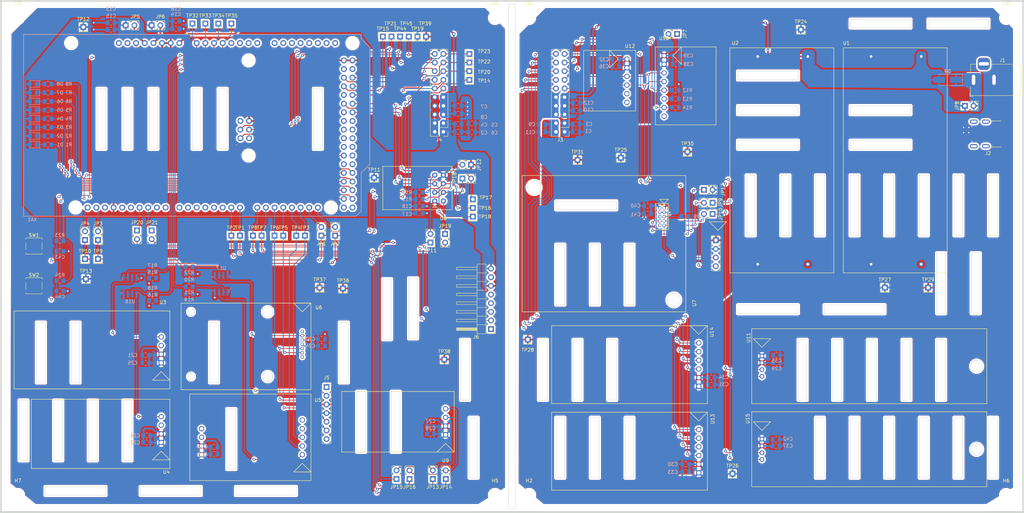
<source format=kicad_pcb>
(kicad_pcb (version 20171130) (host pcbnew "(5.0.2)-1")
  (layers (0 F.Cu signal) (31 B.Cu signal) (34 B.Paste user) (35 F.Paste user) (36 B.SilkS user) (37 F.SilkS user) (38 B.Mask user hide) (39 F.Mask user hide) (44 Edge.Cuts user))
  (net 0 "")
  (net 1 +3.3VP)
  (net 2 GNDA)
  (net 3 +5VA)
  (net 4 +3V3)
  (net 5 GND)
  (net 6 +5V)
  (net 7 "Net-(D1-Pad1)")
  (net 8 "Net-(D2-Pad1)")
  (net 9 "Net-(D3-Pad1)")
  (net 10 "Net-(D4-Pad1)")
  (net 11 "Net-(D5-Pad1)")
  (net 12 "Net-(D6-Pad1)")
  (net 13 "Net-(D7-Pad1)")
  (net 14 "Net-(D8-Pad1)")
  (net 15 +12V)
  (net 16 "Net-(J2-Pad2)")
  (net 17 "Net-(J2-Pad3)")
  (net 18 "Net-(J2-Pad4)")
  (net 19 U_nWAKE_CCS811)
  (net 20 U_nRST_CCS811)
  (net 21 U_SDA)
  (net 22 U_RST_pm2008)
  (net 23 U_SCL)
  (net 24 SCL)
  (net 25 RST_pm2008)
  (net 26 SDA)
  (net 27 nRST_CCS811)
  (net 28 nWAKE_CCS811)
  (net 29 "Net-(JP1-Pad2)")
  (net 30 "Net-(JP2-Pad2)")
  (net 31 "Net-(JP3-Pad2)")
  (net 32 "Net-(JP4-Pad2)")
  (net 33 "Net-(JP5-Pad2)")
  (net 34 "Net-(JP6-Pad2)")
  (net 35 "Net-(JP9-Pad2)")
  (net 36 "Net-(JP10-Pad2)")
  (net 37 TX3)
  (net 38 "Net-(JP11-Pad2)")
  (net 39 "Net-(JP12-Pad2)")
  (net 40 RX0)
  (net 41 "Net-(JP13-Pad2)")
  (net 42 "Net-(JP14-Pad2)")
  (net 43 TX0)
  (net 44 RX3)
  (net 45 "Net-(JP17-Pad1)")
  (net 46 "Net-(JP18-Pad1)")
  (net 47 CH_PD_ESP8266)
  (net 48 "Net-(JP19-Pad1)")
  (net 49 LED_1)
  (net 50 LED_2)
  (net 51 LED_3)
  (net 52 LED_4)
  (net 53 LED_5)
  (net 54 LED_6)
  (net 55 LED_7)
  (net 56 LED_8)
  (net 57 nRST_ESP8266)
  (net 58 RX1)
  (net 59 TX1)
  (net 60 RX2)
  (net 61 TX2)
  (net 62 SCK)
  (net 63 MOSI)
  (net 64 MISO)
  (net 65 CS_sd_card1)
  (net 66 CS_sd_card2)
  (net 67 GPIO0_ESP8266)
  (net 68 A0)
  (net 69 A1)
  (net 70 A2)
  (net 71 A3)
  (net 72 "Net-(U3-Pad3)")
  (net 73 "Net-(U4-Pad3)")
  (net 74 "Net-(U5-Pad4)")
  (net 75 "Net-(U5-Pad5)")
  (net 76 "Net-(U5-Pad8)")
  (net 77 "Net-(U5-Pad9)")
  (net 78 "Net-(U6-Pad1)")
  (net 79 "Net-(U6-Pad7)")
  (net 80 "Net-(U7-Pad6)")
  (net 81 "Net-(U7-Pad10)")
  (net 82 "Net-(U10-Pad8)")
  (net 83 "Net-(U12-Pad5)")
  (net 84 "Net-(U12-Pad6)")
  (net 85 "Net-(XA1-PadRST2)")
  (net 86 "Net-(XA1-Pad5V2)")
  (net 87 "Net-(XA1-PadIORF)")
  (net 88 "Net-(XA1-PadD2)")
  (net 89 "Net-(XA1-PadD3)")
  (net 90 "Net-(XA1-PadD4)")
  (net 91 "Net-(XA1-PadD5)")
  (net 92 "Net-(XA1-PadD6)")
  (net 93 "Net-(XA1-PadD7)")
  (net 94 "Net-(XA1-PadD8)")
  (net 95 "Net-(XA1-PadD9)")
  (net 96 "Net-(XA1-PadAREF)")
  (net 97 "Net-(XA1-PadD13)")
  (net 98 "Net-(XA1-PadD12)")
  (net 99 "Net-(XA1-PadA4)")
  (net 100 "Net-(XA1-PadA5)")
  (net 101 "Net-(XA1-PadA6)")
  (net 102 "Net-(XA1-PadA7)")
  (net 103 "Net-(XA1-PadA8)")
  (net 104 "Net-(XA1-PadA9)")
  (net 105 "Net-(XA1-PadA10)")
  (net 106 "Net-(XA1-PadA11)")
  (net 107 "Net-(XA1-PadDAC0)")
  (net 108 "Net-(XA1-PadDAC1)")
  (net 109 "Net-(XA1-PadCANR)")
  (net 110 "Net-(XA1-PadCANT)")
  (net 111 "Net-(XA1-Pad5V3)")
  (net 112 "Net-(XA1-Pad5V4)")
  (net 113 "Net-(XA1-PadD30)")
  (net 114 "Net-(XA1-PadD31)")
  (net 115 "Net-(XA1-PadD33)")
  (net 116 "Net-(XA1-PadD34)")
  (net 117 "Net-(XA1-PadD35)")
  (net 118 "Net-(XA1-PadD36)")
  (net 119 "Net-(XA1-PadD37)")
  (net 120 "Net-(XA1-PadD38)")
  (net 121 "Net-(XA1-PadD39)")
  (net 122 "Net-(XA1-PadD40)")
  (net 123 "Net-(XA1-PadD52)")
  (net 124 "Net-(XA1-PadD53)")
  (net 125 +12VA)
  (net 126 U_CS_sd_card1)
  (net 127 U_CS_sd_card2)
  (net 128 U_SCK)
  (net 129 U_MOSI)
  (net 130 U_MISO)
  (net 131 "Net-(JP7-Pad1)")
  (net 132 "Net-(JP7-Pad2)")
  (net 133 "Net-(XA1-PadD41)")
  (net 134 "Net-(XA1-PadD42)")
  (net 135 "Net-(XA1-PadD46)")
  (net 136 "Net-(R17-Pad2)")
  (net 137 "Net-(R18-Pad2)")
  (net 138 "Net-(R21-Pad2)")
  (net 139 "Net-(R22-Pad2)")
  (net 140 H2_out)
  (net 141 O3_out)
  (net 142 CO2_OUT)
  (net 143 HCHO_OUT)
  (net 144 "Net-(D9-Pad1)")
  (net 145 ~RESAT)
  (net 146 GP_BUTTON)
  (net 147 "Net-(J5-Pad1)")
  (net 148 "Net-(J5-Pad7)")
  (net 149 "Net-(J6-Pad1)")
  (net 150 Soft_TX1)
  (net 151 Soft_RX1)
  (net 152 "Net-(J6-Pad4)")
  (net 153 "Net-(J6-Pad5)")
  (net 154 "Net-(J6-Pad7)")
  (net 155 "Net-(J6-Pad2)")
  (net 156 "Net-(J6-Pad3)")
  (module air_qual_sen_foot:pm2008m (layer F.Cu) (at 220.98 111.252 270)
    (fp_text reference U7 (at -2.54 -2.54 270) (layer F.SilkS))
    (fp_text value PM2008M)
    (pad 21 thru_hole circle (at -3.5 3.5 270) (size 4 4) (drill 4) (layers *.Cu *.Mask))
    (pad 22 thru_hole circle (at -36.5 44.5 270) (size 4 4) (drill 4) (layers *.Cu *.Mask))
    (pad 10 thru_hole circle (at -25.4 7.62 270) (size 1 1) (drill 0.65) (layers *.Cu *.Mask) (net 81 "Net-(U7-Pad10)"))
    (pad 9 thru_hole circle (at -25.4 6.35 270) (size 1 1) (drill 0.65) (layers *.Cu *.Mask) (net 35 "Net-(JP9-Pad2)"))
    (pad 8 thru_hole circle (at -26.67 7.62 270) (size 1 1) (drill 0.65) (layers *.Cu *.Mask) (net 45 "Net-(JP17-Pad1)"))
    (pad 7 thru_hole circle (at -26.67 6.35 270) (size 1 1) (drill 0.65) (layers *.Cu *.Mask) (net 36 "Net-(JP10-Pad2)"))
    (pad 2 thru_hole circle (at -30.48 7.62 270) (size 1 1) (drill 0.65) (layers *.Cu *.Mask) (net 3 +5VA))
    (pad 1 thru_hole circle (at -30.48 6.35 270) (size 1 1) (drill 0.65) (layers *.Cu *.Mask) (net 3 +5VA))
    (pad 4 thru_hole circle (at -29.21 7.62 270) (size 1 1) (drill 0.65) (layers *.Cu *.Mask) (net 2 GNDA))
    (pad 3 thru_hole circle (at -29.21 6.35 270) (size 1 1) (drill 0.65) (layers *.Cu *.Mask) (net 2 GNDA))
    (pad 6 thru_hole circle (at -27.94 7.62 270) (size 1 1) (drill 0.65) (layers *.Cu *.Mask) (net 80 "Net-(U7-Pad6)"))
    (pad 5 thru_hole circle (at -27.94 6.35 270) (size 1 1) (drill 0.65) (layers *.Cu *.Mask) (net 22 U_RST_pm2008))
    (pad 14 thru_hole oval (at -13.390577 -8.825367) (size 1.7 1.7) (drill 1) (layers *.Cu *.Mask) (net 36 "Net-(JP10-Pad2)"))
    (pad 13 thru_hole oval (at -15.930577 -8.825367) (size 1.7 1.7) (drill 1) (layers *.Cu *.Mask) (net 35 "Net-(JP9-Pad2)"))
    (pad 12 thru_hole oval (at -18.470577 -8.825367) (size 1.7 1.7) (drill 1) (layers *.Cu *.Mask) (net 2 GNDA))
    (pad 11 thru_hole rect (at -21.010577 -8.825367) (size 1.7 1.7) (drill 1) (layers *.Cu *.Mask) (net 3 +5VA))
  )
  (module air_qual_sen_foot:NT101020088 (layer F.Cu) (at 243.332 148.59)
    (fp_text reference U15 (at -4.191 -5.969 -90) (layer F.SilkS))
    (fp_text value NT101020088_NH3_NO2_CO)
    (pad 5 thru_hole circle (at 63 3) (size 3.5 3.5) (drill 3.5) (layers *.Cu *.Mask))
    (pad 4 thru_hole circle (at 0 6) (size 1.35 1.35) (drill 0.8) (layers *.Cu *.Mask) (net 23 U_SCL))
    (pad 3 thru_hole circle (at 0 4) (size 1.35 1.35) (drill 0.8) (layers *.Cu *.Mask) (net 21 U_SDA))
    (pad 2 thru_hole circle (at 0 2) (size 1.35 1.35) (drill 0.8) (layers *.Cu *.Mask) (net 1 +3.3VP))
    (pad 1 thru_hole circle (at 0 0) (size 1.35 1.35) (drill 0.8) (layers *.Cu *.Mask) (net 2 GNDA))
  )
  (module air_qual_sen_foot:NT101020088 (layer F.Cu) (at 243.332 124.206)
    (fp_text reference U11 (at -3.937 -5.334 -90) (layer F.SilkS))
    (fp_text value NT101020088_NH3_NO2_CO)
    (pad 5 thru_hole circle (at 63 3) (size 3.5 3.5) (drill 3.5) (layers *.Cu *.Mask))
    (pad 4 thru_hole circle (at 0 6) (size 1.35 1.35) (drill 0.8) (layers *.Cu *.Mask) (net 23 U_SCL))
    (pad 3 thru_hole circle (at 0 4) (size 1.35 1.35) (drill 0.8) (layers *.Cu *.Mask) (net 21 U_SDA))
    (pad 2 thru_hole circle (at 0 2) (size 1.35 1.35) (drill 0.8) (layers *.Cu *.Mask) (net 1 +3.3VP))
    (pad 1 thru_hole circle (at 0 0) (size 1.35 1.35) (drill 0.8) (layers *.Cu *.Mask) (net 2 GNDA))
  )
  (module air_qual_sen_foot:ZE08-CH2O (layer F.Cu) (at 98.298 111.252)
    (fp_text reference U6 (at 14.986 -1.27) (layer F.SilkS))
    (fp_text value ZE08-CH2O_HCHO)
    (pad 8 thru_hole circle (at -22.5 19) (size 2 2) (drill 2) (layers *.Cu *.Mask))
    (pad 8 thru_hole circle (at -22.5 0) (size 2 2) (drill 2) (layers *.Cu *.Mask))
    (pad 9 thru_hole circle (at 0 19) (size 3 3) (drill 3) (layers *.Cu *.Mask))
    (pad 8 thru_hole circle (at 0 0) (size 3 3) (drill 3) (layers *.Cu *.Mask))
    (pad 7 thru_hole circle (at 10.16 13.25) (size 1 1) (drill 0.65) (layers *.Cu *.Mask) (net 79 "Net-(U6-Pad7)"))
    (pad 6 thru_hole circle (at 10.16 12) (size 1 1) (drill 0.65) (layers *.Cu *.Mask) (net 60 RX2))
    (pad 4 thru_hole circle (at 10.16 9.5) (size 1 1) (drill 0.65) (layers *.Cu *.Mask) (net 6 +5V))
    (pad 5 thru_hole circle (at 10.16 10.75) (size 1 1) (drill 0.65) (layers *.Cu *.Mask) (net 61 TX2))
    (pad 3 thru_hole circle (at 10.16 8.25) (size 1 1) (drill 0.65) (layers *.Cu *.Mask) (net 5 GND))
    (pad 2 thru_hole circle (at 10.16 7) (size 1 1) (drill 0.65) (layers *.Cu *.Mask) (net 143 HCHO_OUT))
    (pad 1 thru_hole circle (at 10.16 5.75) (size 1 1) (drill 0.65) (layers *.Cu *.Mask) (net 78 "Net-(U6-Pad1)"))
  )
  (module Connector_PinHeader_2.54mm:PinHeader_1x01_P2.54mm_Vertical (layer F.Cu) (at 150.114 125.222)
    (fp_text reference TP38 (at 0 -2.33) (layer F.SilkS))
    (fp_text value GND)
    (pad 1 thru_hole rect (at 0 0) (size 1.7 1.7) (drill 1) (layers *.Cu *.Mask) (net 5 GND))
  )
  (module Connector_PinHeader_2.54mm:PinHeader_2x10_P2.54mm_Vertical (layer F.Cu) (at 185.42 58.42 180)
    (fp_text reference J3 (at 1.27 -2.33 180) (layer F.SilkS))
    (fp_text value Conn_02x10_Odd_Even)
    (pad 1 thru_hole rect (at 0 0 180) (size 1.7 1.7) (drill 1) (layers *.Cu *.Mask) (net 1 +3.3VP))
    (pad 2 thru_hole oval (at 2.54 0 180) (size 1.7 1.7) (drill 1) (layers *.Cu *.Mask) (net 3 +5VA))
    (pad 3 thru_hole oval (at 0 2.54 180) (size 1.7 1.7) (drill 1) (layers *.Cu *.Mask) (net 1 +3.3VP))
    (pad 4 thru_hole oval (at 2.54 2.54 180) (size 1.7 1.7) (drill 1) (layers *.Cu *.Mask) (net 3 +5VA))
    (pad 5 thru_hole oval (at 0 5.08 180) (size 1.7 1.7) (drill 1) (layers *.Cu *.Mask) (net 125 +12VA))
    (pad 6 thru_hole oval (at 2.54 5.08 180) (size 1.7 1.7) (drill 1) (layers *.Cu *.Mask) (net 2 GNDA))
    (pad 7 thru_hole oval (at 0 7.62 180) (size 1.7 1.7) (drill 1) (layers *.Cu *.Mask) (net 125 +12VA))
    (pad 8 thru_hole oval (at 2.54 7.62 180) (size 1.7 1.7) (drill 1) (layers *.Cu *.Mask) (net 2 GNDA))
    (pad 9 thru_hole oval (at 0 10.16 180) (size 1.7 1.7) (drill 1) (layers *.Cu *.Mask) (net 125 +12VA))
    (pad 10 thru_hole oval (at 2.54 10.16 180) (size 1.7 1.7) (drill 1) (layers *.Cu *.Mask) (net 2 GNDA))
    (pad 11 thru_hole oval (at 0 12.7 180) (size 1.7 1.7) (drill 1) (layers *.Cu *.Mask) (net 21 U_SDA))
    (pad 12 thru_hole oval (at 2.54 12.7 180) (size 1.7 1.7) (drill 1) (layers *.Cu *.Mask) (net 126 U_CS_sd_card1))
    (pad 13 thru_hole oval (at 0 15.24 180) (size 1.7 1.7) (drill 1) (layers *.Cu *.Mask) (net 23 U_SCL))
    (pad 14 thru_hole oval (at 2.54 15.24 180) (size 1.7 1.7) (drill 1) (layers *.Cu *.Mask) (net 127 U_CS_sd_card2))
    (pad 15 thru_hole oval (at 0 17.78 180) (size 1.7 1.7) (drill 1) (layers *.Cu *.Mask) (net 20 U_nRST_CCS811))
    (pad 16 thru_hole oval (at 2.54 17.78 180) (size 1.7 1.7) (drill 1) (layers *.Cu *.Mask) (net 128 U_SCK))
    (pad 17 thru_hole oval (at 0 20.32 180) (size 1.7 1.7) (drill 1) (layers *.Cu *.Mask) (net 19 U_nWAKE_CCS811))
    (pad 18 thru_hole oval (at 2.54 20.32 180) (size 1.7 1.7) (drill 1) (layers *.Cu *.Mask) (net 129 U_MOSI))
    (pad 19 thru_hole oval (at 0 22.86 180) (size 1.7 1.7) (drill 1) (layers *.Cu *.Mask) (net 22 U_RST_pm2008))
    (pad 20 thru_hole oval (at 2.54 22.86 180) (size 1.7 1.7) (drill 1) (layers *.Cu *.Mask) (net 130 U_MISO))
  )
  (module air_qual_sen_foot:CCS811 (layer F.Cu) (at 214.63 36.068)
    (fp_text reference U10 (at 0 -5.08) (layer F.SilkS))
    (fp_text value CCS811_TVOC)
    (pad 1 thru_hole circle (at 0 0) (size 1.54 1.54) (drill 1.02) (layers *.Cu *.Mask) (net 1 +3.3VP))
    (pad 2 thru_hole circle (at 0 2.54) (size 1.54 1.54) (drill 1.02) (layers *.Cu *.Mask) (net 2 GNDA))
    (pad 3 thru_hole circle (at 0 5.08) (size 1.54 1.54) (drill 1.02) (layers *.Cu *.Mask) (net 23 U_SCL))
    (pad 4 thru_hole circle (at 0 7.62) (size 1.54 1.54) (drill 1.02) (layers *.Cu *.Mask) (net 21 U_SDA))
    (pad 5 thru_hole circle (at 0 10.16) (size 1.54 1.54) (drill 1.02) (layers *.Cu *.Mask) (net 19 U_nWAKE_CCS811))
    (pad 7 thru_hole circle (at 0 15.24) (size 1.54 1.54) (drill 1.02) (layers *.Cu *.Mask) (net 20 U_nRST_CCS811))
    (pad 6 thru_hole circle (at 0 12.7) (size 1.54 1.54) (drill 1.02) (layers *.Cu *.Mask) (net 132 "Net-(JP7-Pad2)"))
    (pad 8 thru_hole circle (at 0 17.78) (size 1.54 1.54) (drill 1.02) (layers *.Cu *.Mask) (net 82 "Net-(U10-Pad8)"))
  )
  (module Connector_PinHeader_2.54mm:PinHeader_1x01_P2.54mm_Vertical (layer F.Cu) (at 157.48 35.56)
    (fp_text reference TP23 (at 4.318 -0.762) (layer F.SilkS))
    (fp_text value RST_pm2008)
    (pad 1 thru_hole rect (at 0 0) (size 1.7 1.7) (drill 1) (layers *.Cu *.Mask) (net 25 RST_pm2008))
  )
  (module Connector_PinHeader_2.54mm:PinHeader_1x01_P2.54mm_Vertical (layer F.Cu) (at 93.98 88.9)
    (fp_text reference TP8 (at 0 -2.33) (layer F.SilkS))
    (fp_text value TX3)
    (pad 1 thru_hole rect (at 0 0) (size 1.7 1.7) (drill 1) (layers *.Cu *.Mask) (net 37 TX3))
  )
  (module air_qual_sen_foot:MQ-131 (layer F.Cu) (at 67.056 149.606 180)
    (fp_text reference U4 (at -1.524 -8.636 180) (layer F.SilkS))
    (fp_text value MQ-131_HAM6809_O3)
    (pad 1 thru_hole circle (at 0 0 180) (size 1.54 1.54) (drill 1.02) (layers *.Cu *.Mask) (net 6 +5V))
    (pad 2 thru_hole circle (at 0 2.54 180) (size 1.54 1.54) (drill 1.02) (layers *.Cu *.Mask) (net 5 GND))
    (pad 3 thru_hole circle (at 0 5.08 180) (size 1.54 1.54) (drill 1.02) (layers *.Cu *.Mask) (net 73 "Net-(U4-Pad3)"))
    (pad 4 thru_hole circle (at 0 7.62 180) (size 1.54 1.54) (drill 1.02) (layers *.Cu *.Mask) (net 141 O3_out))
  )
  (module air_qual_sen_foot:HC-06 (layer F.Cu) (at 150.495 147.32 180)
    (fp_text reference U9 (at 0 -7.62 180) (layer F.SilkS))
    (fp_text value HC-06)
    (pad 1 thru_hole circle (at 0 0 180) (size 1.54 1.54) (drill 1.02) (layers *.Cu *.Mask) (net 6 +5V))
    (pad 2 thru_hole circle (at 0 2.54 180) (size 1.54 1.54) (drill 1.02) (layers *.Cu *.Mask) (net 5 GND))
    (pad 3 thru_hole circle (at 0 5.08 180) (size 1.54 1.54) (drill 1.02) (layers *.Cu *.Mask) (net 41 "Net-(JP13-Pad2)"))
    (pad 4 thru_hole circle (at 0 7.62 180) (size 1.54 1.54) (drill 1.02) (layers *.Cu *.Mask) (net 42 "Net-(JP14-Pad2)"))
  )
  (module Arduino:Arduino_Due_Shield (layer B.Cu) (at 26.67 29.845)
    (fp_text reference XA1 (at 2.54 54.356) (layer B.SilkS) (effects (justify mirror)))
    (fp_text value Arduino_Due_Shield)
    (fp_text user . (at 62.484 32.004) (layer B.SilkS) (effects (justify mirror)))
    (pad RST2 thru_hole oval (at 63.627 25.4) (size 1.7272 1.7272) (drill 1.016) (layers *.Cu *.Mask) (net 85 "Net-(XA1-PadRST2)"))
    (pad GND4 thru_hole oval (at 66.167 25.4) (size 1.7272 1.7272) (drill 1.016) (layers *.Cu *.Mask) (net 5 GND))
    (pad MOSI thru_hole oval (at 66.167 27.94) (size 1.7272 1.7272) (drill 1.016) (layers *.Cu *.Mask) (net 63 MOSI))
    (pad SCK thru_hole oval (at 63.627 27.94) (size 1.7272 1.7272) (drill 1.016) (layers *.Cu *.Mask) (net 62 SCK))
    (pad 5V2 thru_hole oval (at 66.167 30.48) (size 1.7272 1.7272) (drill 1.016) (layers *.Cu *.Mask) (net 86 "Net-(XA1-Pad5V2)"))
    (pad A0 thru_hole oval (at 50.8 2.54) (size 1.7272 1.7272) (drill 1.016) (layers *.Cu *.Mask) (net 68 A0))
    (pad VIN thru_hole oval (at 45.72 2.54) (size 1.7272 1.7272) (drill 1.016) (layers *.Cu *.Mask) (net 15 +12V))
    (pad GND3 thru_hole oval (at 43.18 2.54) (size 1.7272 1.7272) (drill 1.016) (layers *.Cu *.Mask) (net 5 GND))
    (pad GND2 thru_hole oval (at 40.64 2.54) (size 1.7272 1.7272) (drill 1.016) (layers *.Cu *.Mask) (net 5 GND))
    (pad 5V1 thru_hole oval (at 38.1 2.54) (size 1.7272 1.7272) (drill 1.016) (layers *.Cu *.Mask) (net 34 "Net-(JP6-Pad2)"))
    (pad 3V3 thru_hole oval (at 35.56 2.54) (size 1.7272 1.7272) (drill 1.016) (layers *.Cu *.Mask) (net 33 "Net-(JP5-Pad2)"))
    (pad RST1 thru_hole oval (at 33.02 2.54) (size 1.7272 1.7272) (drill 1.016) (layers *.Cu *.Mask) (net 145 ~RESAT))
    (pad IORF thru_hole oval (at 30.48 2.54) (size 1.7272 1.7272) (drill 1.016) (layers *.Cu *.Mask) (net 87 "Net-(XA1-PadIORF)"))
    (pad D21 thru_hole oval (at 86.36 50.8) (size 1.7272 1.7272) (drill 1.016) (layers *.Cu *.Mask) (net 30 "Net-(JP2-Pad2)"))
    (pad D20 thru_hole oval (at 83.82 50.8) (size 1.7272 1.7272) (drill 1.016) (layers *.Cu *.Mask) (net 29 "Net-(JP1-Pad2)"))
    (pad D19 thru_hole oval (at 81.28 50.8) (size 1.7272 1.7272) (drill 1.016) (layers *.Cu *.Mask) (net 58 RX1))
    (pad D18 thru_hole oval (at 78.74 50.8) (size 1.7272 1.7272) (drill 1.016) (layers *.Cu *.Mask) (net 59 TX1))
    (pad D17 thru_hole oval (at 76.2 50.8) (size 1.7272 1.7272) (drill 1.016) (layers *.Cu *.Mask) (net 60 RX2))
    (pad D16 thru_hole oval (at 73.66 50.8) (size 1.7272 1.7272) (drill 1.016) (layers *.Cu *.Mask) (net 61 TX2))
    (pad D15 thru_hole oval (at 71.12 50.8) (size 1.7272 1.7272) (drill 1.016) (layers *.Cu *.Mask) (net 44 RX3))
    (pad D14 thru_hole oval (at 68.58 50.8) (size 1.7272 1.7272) (drill 1.016) (layers *.Cu *.Mask) (net 37 TX3))
    (pad D0 thru_hole oval (at 63.5 50.8) (size 1.7272 1.7272) (drill 1.016) (layers *.Cu *.Mask) (net 40 RX0))
    (pad D1 thru_hole oval (at 60.96 50.8) (size 1.7272 1.7272) (drill 1.016) (layers *.Cu *.Mask) (net 43 TX0))
    (pad D2 thru_hole oval (at 58.42 50.8) (size 1.7272 1.7272) (drill 1.016) (layers *.Cu *.Mask) (net 88 "Net-(XA1-PadD2)"))
    (pad D3 thru_hole oval (at 55.88 50.8) (size 1.7272 1.7272) (drill 1.016) (layers *.Cu *.Mask) (net 89 "Net-(XA1-PadD3)"))
    (pad D4 thru_hole oval (at 53.34 50.8) (size 1.7272 1.7272) (drill 1.016) (layers *.Cu *.Mask) (net 90 "Net-(XA1-PadD4)"))
    (pad D5 thru_hole oval (at 50.8 50.8) (size 1.7272 1.7272) (drill 1.016) (layers *.Cu *.Mask) (net 91 "Net-(XA1-PadD5)"))
    (pad D6 thru_hole oval (at 48.26 50.8) (size 1.7272 1.7272) (drill 1.016) (layers *.Cu *.Mask) (net 92 "Net-(XA1-PadD6)"))
    (pad D7 thru_hole oval (at 45.72 50.8) (size 1.7272 1.7272) (drill 1.016) (layers *.Cu *.Mask) (net 93 "Net-(XA1-PadD7)"))
    (pad GND1 thru_hole oval (at 26.416 50.8) (size 1.7272 1.7272) (drill 1.016) (layers *.Cu *.Mask) (net 5 GND))
    (pad D8 thru_hole oval (at 41.656 50.8) (size 1.7272 1.7272) (drill 1.016) (layers *.Cu *.Mask) (net 94 "Net-(XA1-PadD8)"))
    (pad D9 thru_hole oval (at 39.116 50.8) (size 1.7272 1.7272) (drill 1.016) (layers *.Cu *.Mask) (net 95 "Net-(XA1-PadD9)"))
    (pad D10 thru_hole oval (at 36.576 50.8) (size 1.7272 1.7272) (drill 1.016) (layers *.Cu *.Mask) (net 151 Soft_RX1))
    (pad "" np_thru_hole circle (at 66.04 7.62) (size 3.2 3.2) (drill 3.2) (layers *.Cu *.Mask))
    (pad "" np_thru_hole circle (at 66.04 35.56) (size 3.2 3.2) (drill 3.2) (layers *.Cu *.Mask))
    (pad "" np_thru_hole circle (at 90.17 50.8) (size 3.2 3.2) (drill 3.2) (layers *.Cu *.Mask))
    (pad "" np_thru_hole circle (at 15.24 50.8) (size 3.2 3.2) (drill 3.2) (layers *.Cu *.Mask))
    (pad "" np_thru_hole circle (at 96.52 2.54) (size 3.2 3.2) (drill 3.2) (layers *.Cu *.Mask))
    (pad "" np_thru_hole circle (at 13.97 2.54) (size 3.2 3.2) (drill 3.2) (layers *.Cu *.Mask))
    (pad SCL1 thru_hole oval (at 18.796 50.8) (size 1.7272 1.7272) (drill 1.016) (layers *.Cu *.Mask) (net 32 "Net-(JP4-Pad2)"))
    (pad SDA1 thru_hole oval (at 21.336 50.8) (size 1.7272 1.7272) (drill 1.016) (layers *.Cu *.Mask) (net 31 "Net-(JP3-Pad2)"))
    (pad AREF thru_hole oval (at 23.876 50.8) (size 1.7272 1.7272) (drill 1.016) (layers *.Cu *.Mask) (net 96 "Net-(XA1-PadAREF)"))
    (pad D13 thru_hole oval (at 28.956 50.8) (size 1.7272 1.7272) (drill 1.016) (layers *.Cu *.Mask) (net 97 "Net-(XA1-PadD13)"))
    (pad D12 thru_hole oval (at 31.496 50.8) (size 1.7272 1.7272) (drill 1.016) (layers *.Cu *.Mask) (net 98 "Net-(XA1-PadD12)"))
    (pad D11 thru_hole oval (at 34.036 50.8) (size 1.7272 1.7272) (drill 1.016) (layers *.Cu *.Mask) (net 150 Soft_TX1))
    (pad "" thru_hole oval (at 27.94 2.54) (size 1.7272 1.7272) (drill 1.016) (layers *.Cu *.Mask))
    (pad A1 thru_hole oval (at 53.34 2.54) (size 1.7272 1.7272) (drill 1.016) (layers *.Cu *.Mask) (net 69 A1))
    (pad A2 thru_hole oval (at 55.88 2.54) (size 1.7272 1.7272) (drill 1.016) (layers *.Cu *.Mask) (net 70 A2))
    (pad A3 thru_hole oval (at 58.42 2.54) (size 1.7272 1.7272) (drill 1.016) (layers *.Cu *.Mask) (net 71 A3))
    (pad A4 thru_hole oval (at 60.96 2.54) (size 1.7272 1.7272) (drill 1.016) (layers *.Cu *.Mask) (net 99 "Net-(XA1-PadA4)"))
    (pad A5 thru_hole oval (at 63.5 2.54) (size 1.7272 1.7272) (drill 1.016) (layers *.Cu *.Mask) (net 100 "Net-(XA1-PadA5)"))
    (pad A6 thru_hole oval (at 66.04 2.54) (size 1.7272 1.7272) (drill 1.016) (layers *.Cu *.Mask) (net 101 "Net-(XA1-PadA6)"))
    (pad A7 thru_hole oval (at 68.58 2.54) (size 1.7272 1.7272) (drill 1.016) (layers *.Cu *.Mask) (net 102 "Net-(XA1-PadA7)"))
    (pad A8 thru_hole oval (at 73.66 2.54) (size 1.7272 1.7272) (drill 1.016) (layers *.Cu *.Mask) (net 103 "Net-(XA1-PadA8)"))
    (pad A9 thru_hole oval (at 76.2 2.54) (size 1.7272 1.7272) (drill 1.016) (layers *.Cu *.Mask) (net 104 "Net-(XA1-PadA9)"))
    (pad A10 thru_hole oval (at 78.74 2.54) (size 1.7272 1.7272) (drill 1.016) (layers *.Cu *.Mask) (net 105 "Net-(XA1-PadA10)"))
    (pad A11 thru_hole oval (at 81.28 2.54) (size 1.7272 1.7272) (drill 1.016) (layers *.Cu *.Mask) (net 106 "Net-(XA1-PadA11)"))
    (pad DAC0 thru_hole oval (at 83.82 2.54) (size 1.7272 1.7272) (drill 1.016) (layers *.Cu *.Mask) (net 107 "Net-(XA1-PadDAC0)"))
    (pad DAC1 thru_hole oval (at 86.36 2.54) (size 1.7272 1.7272) (drill 1.016) (layers *.Cu *.Mask) (net 108 "Net-(XA1-PadDAC1)"))
    (pad CANR thru_hole oval (at 88.9 2.54) (size 1.7272 1.7272) (drill 1.016) (layers *.Cu *.Mask) (net 109 "Net-(XA1-PadCANR)"))
    (pad CANT thru_hole oval (at 91.44 2.54) (size 1.7272 1.7272) (drill 1.016) (layers *.Cu *.Mask) (net 110 "Net-(XA1-PadCANT)"))
    (pad 5V3 thru_hole oval (at 93.98 50.8) (size 1.7272 1.7272) (drill 1.016) (layers *.Cu *.Mask) (net 111 "Net-(XA1-Pad5V3)"))
    (pad 5V4 thru_hole oval (at 96.52 50.8) (size 1.7272 1.7272) (drill 1.016) (layers *.Cu *.Mask) (net 112 "Net-(XA1-Pad5V4)"))
    (pad D22 thru_hole oval (at 93.98 48.26) (size 1.7272 1.7272) (drill 1.016) (layers *.Cu *.Mask) (net 49 LED_1))
    (pad D23 thru_hole oval (at 96.52 48.26) (size 1.7272 1.7272) (drill 1.016) (layers *.Cu *.Mask) (net 50 LED_2))
    (pad D24 thru_hole oval (at 93.98 45.72) (size 1.7272 1.7272) (drill 1.016) (layers *.Cu *.Mask) (net 51 LED_3))
    (pad D25 thru_hole oval (at 96.52 45.72) (size 1.7272 1.7272) (drill 1.016) (layers *.Cu *.Mask) (net 52 LED_4))
    (pad D26 thru_hole oval (at 93.98 43.18) (size 1.7272 1.7272) (drill 1.016) (layers *.Cu *.Mask) (net 53 LED_5))
    (pad D27 thru_hole oval (at 96.52 43.18) (size 1.7272 1.7272) (drill 1.016) (layers *.Cu *.Mask) (net 54 LED_6))
    (pad D28 thru_hole oval (at 93.98 40.64) (size 1.7272 1.7272) (drill 1.016) (layers *.Cu *.Mask) (net 55 LED_7))
    (pad D29 thru_hole oval (at 96.52 40.64) (size 1.7272 1.7272) (drill 1.016) (layers *.Cu *.Mask) (net 56 LED_8))
    (pad D30 thru_hole oval (at 93.98 38.1) (size 1.7272 1.7272) (drill 1.016) (layers *.Cu *.Mask) (net 113 "Net-(XA1-PadD30)"))
    (pad D31 thru_hole oval (at 96.52 38.1) (size 1.7272 1.7272) (drill 1.016) (layers *.Cu *.Mask) (net 114 "Net-(XA1-PadD31)"))
    (pad D32 thru_hole oval (at 93.98 35.56) (size 1.7272 1.7272) (drill 1.016) (layers *.Cu *.Mask) (net 146 GP_BUTTON))
    (pad D33 thru_hole oval (at 96.52 35.56) (size 1.7272 1.7272) (drill 1.016) (layers *.Cu *.Mask) (net 115 "Net-(XA1-PadD33)"))
    (pad D34 thru_hole oval (at 93.98 33.02) (size 1.7272 1.7272) (drill 1.016) (layers *.Cu *.Mask) (net 116 "Net-(XA1-PadD34)"))
    (pad D35 thru_hole oval (at 96.52 33.02) (size 1.7272 1.7272) (drill 1.016) (layers *.Cu *.Mask) (net 117 "Net-(XA1-PadD35)"))
    (pad D36 thru_hole oval (at 93.98 30.48) (size 1.7272 1.7272) (drill 1.016) (layers *.Cu *.Mask) (net 118 "Net-(XA1-PadD36)"))
    (pad D37 thru_hole oval (at 96.52 30.48) (size 1.7272 1.7272) (drill 1.016) (layers *.Cu *.Mask) (net 119 "Net-(XA1-PadD37)"))
    (pad D38 thru_hole oval (at 93.98 27.94) (size 1.7272 1.7272) (drill 1.016) (layers *.Cu *.Mask) (net 120 "Net-(XA1-PadD38)"))
    (pad D39 thru_hole oval (at 96.52 27.94) (size 1.7272 1.7272) (drill 1.016) (layers *.Cu *.Mask) (net 121 "Net-(XA1-PadD39)"))
    (pad D40 thru_hole oval (at 93.98 25.4) (size 1.7272 1.7272) (drill 1.016) (layers *.Cu *.Mask) (net 122 "Net-(XA1-PadD40)"))
    (pad D41 thru_hole oval (at 96.52 25.4) (size 1.7272 1.7272) (drill 1.016) (layers *.Cu *.Mask) (net 133 "Net-(XA1-PadD41)"))
    (pad D42 thru_hole oval (at 93.98 22.86) (size 1.7272 1.7272) (drill 1.016) (layers *.Cu *.Mask) (net 134 "Net-(XA1-PadD42)"))
    (pad D43 thru_hole oval (at 96.52 22.86) (size 1.7272 1.7272) (drill 1.016) (layers *.Cu *.Mask) (net 57 nRST_ESP8266))
    (pad D44 thru_hole oval (at 93.98 20.32) (size 1.7272 1.7272) (drill 1.016) (layers *.Cu *.Mask) (net 47 CH_PD_ESP8266))
    (pad D45 thru_hole oval (at 96.52 20.32) (size 1.7272 1.7272) (drill 1.016) (layers *.Cu *.Mask) (net 67 GPIO0_ESP8266))
    (pad D46 thru_hole oval (at 93.98 17.78) (size 1.7272 1.7272) (drill 1.016) (layers *.Cu *.Mask) (net 135 "Net-(XA1-PadD46)"))
    (pad D47 thru_hole oval (at 96.52 17.78) (size 1.7272 1.7272) (drill 1.016) (layers *.Cu *.Mask) (net 65 CS_sd_card1))
    (pad D48 thru_hole oval (at 93.98 15.24) (size 1.7272 1.7272) (drill 1.016) (layers *.Cu *.Mask) (net 66 CS_sd_card2))
    (pad D49 thru_hole oval (at 96.52 15.24) (size 1.7272 1.7272) (drill 1.016) (layers *.Cu *.Mask) (net 27 nRST_CCS811))
    (pad D50 thru_hole oval (at 93.98 12.7) (size 1.7272 1.7272) (drill 1.016) (layers *.Cu *.Mask) (net 28 nWAKE_CCS811))
    (pad D51 thru_hole oval (at 96.52 12.7) (size 1.7272 1.7272) (drill 1.016) (layers *.Cu *.Mask) (net 25 RST_pm2008))
    (pad D52 thru_hole oval (at 93.98 10.16) (size 1.7272 1.7272) (drill 1.016) (layers *.Cu *.Mask) (net 123 "Net-(XA1-PadD52)"))
    (pad D53 thru_hole oval (at 96.52 10.16) (size 1.7272 1.7272) (drill 1.016) (layers *.Cu *.Mask) (net 124 "Net-(XA1-PadD53)"))
    (pad GND5 thru_hole oval (at 93.98 7.62) (size 1.7272 1.7272) (drill 1.016) (layers *.Cu *.Mask) (net 5 GND))
    (pad GND6 thru_hole oval (at 96.52 7.62) (size 1.7272 1.7272) (drill 1.016) (layers *.Cu *.Mask) (net 5 GND))
    (pad MISO thru_hole oval (at 63.627 30.48) (size 1.7272 1.7272) (drill 1.016) (layers *.Cu *.Mask) (net 64 MISO))
  )
  (module Connector_PinHeader_2.54mm:PinHeader_1x02_P2.54mm_Vertical (layer F.Cu) (at 64.262 27.178 90)
    (fp_text reference JP6 (at 2.54 2.54 180) (layer F.SilkS))
    (fp_text value Jumper)
    (pad 1 thru_hole rect (at 0 0 90) (size 1.7 1.7) (drill 1) (layers *.Cu *.Mask) (net 6 +5V))
    (pad 2 thru_hole oval (at 0 2.54 90) (size 1.7 1.7) (drill 1) (layers *.Cu *.Mask) (net 34 "Net-(JP6-Pad2)"))
  )
  (module Connector_PinHeader_2.54mm:PinHeader_1x02_P2.54mm_Vertical (layer F.Cu) (at 56.642 27.178 90)
    (fp_text reference JP5 (at 2.54 2.794 180) (layer F.SilkS))
    (fp_text value Jumper)
    (pad 2 thru_hole oval (at 0 2.54 90) (size 1.7 1.7) (drill 1) (layers *.Cu *.Mask) (net 33 "Net-(JP5-Pad2)"))
    (pad 1 thru_hole rect (at 0 0 90) (size 1.7 1.7) (drill 1) (layers *.Cu *.Mask) (net 4 +3V3))
  )
  (module Connector_PinHeader_2.54mm:PinHeader_2x10_P2.54mm_Vertical (layer F.Cu) (at 149.86 58.42 180)
    (fp_text reference J4 (at 1.27 -2.33 180) (layer F.SilkS))
    (fp_text value Conn_02x10_Odd_Even)
    (pad 20 thru_hole oval (at 2.54 22.86 180) (size 1.7 1.7) (drill 1) (layers *.Cu *.Mask) (net 64 MISO))
    (pad 19 thru_hole oval (at 0 22.86 180) (size 1.7 1.7) (drill 1) (layers *.Cu *.Mask) (net 25 RST_pm2008))
    (pad 18 thru_hole oval (at 2.54 20.32 180) (size 1.7 1.7) (drill 1) (layers *.Cu *.Mask) (net 63 MOSI))
    (pad 17 thru_hole oval (at 0 20.32 180) (size 1.7 1.7) (drill 1) (layers *.Cu *.Mask) (net 28 nWAKE_CCS811))
    (pad 16 thru_hole oval (at 2.54 17.78 180) (size 1.7 1.7) (drill 1) (layers *.Cu *.Mask) (net 62 SCK))
    (pad 15 thru_hole oval (at 0 17.78 180) (size 1.7 1.7) (drill 1) (layers *.Cu *.Mask) (net 27 nRST_CCS811))
    (pad 14 thru_hole oval (at 2.54 15.24 180) (size 1.7 1.7) (drill 1) (layers *.Cu *.Mask) (net 66 CS_sd_card2))
    (pad 13 thru_hole oval (at 0 15.24 180) (size 1.7 1.7) (drill 1) (layers *.Cu *.Mask) (net 24 SCL))
    (pad 12 thru_hole oval (at 2.54 12.7 180) (size 1.7 1.7) (drill 1) (layers *.Cu *.Mask) (net 65 CS_sd_card1))
    (pad 11 thru_hole oval (at 0 12.7 180) (size 1.7 1.7) (drill 1) (layers *.Cu *.Mask) (net 26 SDA))
    (pad 10 thru_hole oval (at 2.54 10.16 180) (size 1.7 1.7) (drill 1) (layers *.Cu *.Mask) (net 5 GND))
    (pad 9 thru_hole oval (at 0 10.16 180) (size 1.7 1.7) (drill 1) (layers *.Cu *.Mask) (net 15 +12V))
    (pad 8 thru_hole oval (at 2.54 7.62 180) (size 1.7 1.7) (drill 1) (layers *.Cu *.Mask) (net 5 GND))
    (pad 7 thru_hole oval (at 0 7.62 180) (size 1.7 1.7) (drill 1) (layers *.Cu *.Mask) (net 15 +12V))
    (pad 6 thru_hole oval (at 2.54 5.08 180) (size 1.7 1.7) (drill 1) (layers *.Cu *.Mask) (net 5 GND))
    (pad 5 thru_hole oval (at 0 5.08 180) (size 1.7 1.7) (drill 1) (layers *.Cu *.Mask) (net 15 +12V))
    (pad 4 thru_hole oval (at 2.54 2.54 180) (size 1.7 1.7) (drill 1) (layers *.Cu *.Mask) (net 6 +5V))
    (pad 3 thru_hole oval (at 0 2.54 180) (size 1.7 1.7) (drill 1) (layers *.Cu *.Mask) (net 4 +3V3))
    (pad 2 thru_hole oval (at 2.54 0 180) (size 1.7 1.7) (drill 1) (layers *.Cu *.Mask) (net 6 +5V))
    (pad 1 thru_hole rect (at 0 0 180) (size 1.7 1.7) (drill 1) (layers *.Cu *.Mask) (net 4 +3V3))
  )
  (module Capacitor_SMD:C_0805_2012Metric_Pad1.15x1.40mm_HandSolder (layer B.Cu) (at 188.81085 58.458917)
    (fp_text reference C1 (at 3.556 -0.254) (layer B.SilkS) (effects (justify mirror)))
    (fp_text value 0.1u)
    (pad 1 smd roundrect (at -1.025 0) (size 1.15 1.4) (layers B.Cu B.Paste B.Mask) (roundrect_rratio 0.217391) (net 1 +3.3VP))
    (pad 2 smd roundrect (at 1.025 0) (size 1.15 1.4) (layers B.Cu B.Paste B.Mask) (roundrect_rratio 0.217391) (net 2 GNDA))
  )
  (module Capacitor_SMD:C_0805_2012Metric_Pad1.15x1.40mm_HandSolder (layer B.Cu) (at 154.169 58.42)
    (fp_text reference C2 (at 7.629 0.254) (layer B.SilkS) (effects (justify mirror)))
    (fp_text value 0.1u)
    (pad 2 smd roundrect (at 1.025 0) (size 1.15 1.4) (layers B.Cu B.Paste B.Mask) (roundrect_rratio 0.217391) (net 5 GND))
    (pad 1 smd roundrect (at -1.025 0) (size 1.15 1.4) (layers B.Cu B.Paste B.Mask) (roundrect_rratio 0.217391) (net 4 +3V3))
  )
  (module Capacitor_SMD:C_0805_2012Metric_Pad1.15x1.40mm_HandSolder (layer B.Cu) (at 188.81085 56.172917)
    (fp_text reference C3 (at 3.81 0) (layer B.SilkS) (effects (justify mirror)))
    (fp_text value 10u)
    (pad 1 smd roundrect (at -1.025 0) (size 1.15 1.4) (layers B.Cu B.Paste B.Mask) (roundrect_rratio 0.217391) (net 1 +3.3VP))
    (pad 2 smd roundrect (at 1.025 0) (size 1.15 1.4) (layers B.Cu B.Paste B.Mask) (roundrect_rratio 0.217391) (net 2 GNDA))
  )
  (module Capacitor_SMD:C_0805_2012Metric_Pad1.15x1.40mm_HandSolder (layer B.Cu) (at 154.178 56.134)
    (fp_text reference C4 (at 7.62 0.254) (layer B.SilkS) (effects (justify mirror)))
    (fp_text value 10u)
    (pad 2 smd roundrect (at 1.025 0) (size 1.15 1.4) (layers B.Cu B.Paste B.Mask) (roundrect_rratio 0.217391) (net 5 GND))
    (pad 1 smd roundrect (at -1.025 0) (size 1.15 1.4) (layers B.Cu B.Paste B.Mask) (roundrect_rratio 0.217391) (net 4 +3V3))
  )
  (module Capacitor_SMD:C_0805_2012Metric_Pad1.15x1.40mm_HandSolder (layer B.Cu) (at 158.229469 55.988458 180)
    (fp_text reference C5 (at -6.616531 -0.399542 180) (layer B.SilkS) (effects (justify mirror)))
    (fp_text value 0.1u)
    (pad 1 smd roundrect (at -1.025 0 180) (size 1.15 1.4) (layers B.Cu B.Paste B.Mask) (roundrect_rratio 0.217391) (net 6 +5V))
    (pad 2 smd roundrect (at 1.025 0 180) (size 1.15 1.4) (layers B.Cu B.Paste B.Mask) (roundrect_rratio 0.217391) (net 5 GND))
  )
  (module Capacitor_SMD:C_0805_2012Metric_Pad1.15x1.40mm_HandSolder (layer B.Cu) (at 158.220469 58.528458 180)
    (fp_text reference C6 (at -6.625531 -0.145542 180) (layer B.SilkS) (effects (justify mirror)))
    (fp_text value 10u)
    (pad 1 smd roundrect (at -1.025 0 180) (size 1.15 1.4) (layers B.Cu B.Paste B.Mask) (roundrect_rratio 0.217391) (net 6 +5V))
    (pad 2 smd roundrect (at 1.025 0 180) (size 1.15 1.4) (layers B.Cu B.Paste B.Mask) (roundrect_rratio 0.217391) (net 5 GND))
  )
  (module Capacitor_SMD:C_0805_2012Metric_Pad1.15x1.40mm_HandSolder (layer B.Cu) (at 154.178 50.8)
    (fp_text reference C7 (at 7.62 0.254) (layer B.SilkS) (effects (justify mirror)))
    (fp_text value 0.1u)
    (pad 2 smd roundrect (at 1.025 0) (size 1.15 1.4) (layers B.Cu B.Paste B.Mask) (roundrect_rratio 0.217391) (net 5 GND))
    (pad 1 smd roundrect (at -1.025 0) (size 1.15 1.4) (layers B.Cu B.Paste B.Mask) (roundrect_rratio 0.217391) (net 15 +12V))
  )
  (module Capacitor_SMD:C_0805_2012Metric_Pad1.15x1.40mm_HandSolder (layer B.Cu) (at 154.178 53.086)
    (fp_text reference C8 (at 7.62 1.016) (layer B.SilkS) (effects (justify mirror)))
    (fp_text value 10u)
    (pad 2 smd roundrect (at 1.025 0) (size 1.15 1.4) (layers B.Cu B.Paste B.Mask) (roundrect_rratio 0.217391) (net 5 GND))
    (pad 1 smd roundrect (at -1.025 0) (size 1.15 1.4) (layers B.Cu B.Paste B.Mask) (roundrect_rratio 0.217391) (net 15 +12V))
  )
  (module Diode_SMD:D_0805_2012Metric_Pad1.15x1.40mm_HandSolder (layer B.Cu) (at 29.500397 62.186789 180)
    (fp_text reference D1 (at -7.865 0 180) (layer B.SilkS) (effects (justify mirror)))
    (fp_text value LED_Small)
    (pad 1 smd roundrect (at -1.025 0 180) (size 1.15 1.4) (layers B.Cu B.Paste B.Mask) (roundrect_rratio 0.217391) (net 7 "Net-(D1-Pad1)"))
    (pad 2 smd roundrect (at 1.025 0 180) (size 1.15 1.4) (layers B.Cu B.Paste B.Mask) (roundrect_rratio 0.217391) (net 4 +3V3))
  )
  (module Diode_SMD:D_0805_2012Metric_Pad1.15x1.40mm_HandSolder (layer B.Cu) (at 29.500397 59.646789 180)
    (fp_text reference D2 (at -7.865 0 180) (layer B.SilkS) (effects (justify mirror)))
    (fp_text value LED_Small)
    (pad 2 smd roundrect (at 1.025 0 180) (size 1.15 1.4) (layers B.Cu B.Paste B.Mask) (roundrect_rratio 0.217391) (net 4 +3V3))
    (pad 1 smd roundrect (at -1.025 0 180) (size 1.15 1.4) (layers B.Cu B.Paste B.Mask) (roundrect_rratio 0.217391) (net 8 "Net-(D2-Pad1)"))
  )
  (module Diode_SMD:D_0805_2012Metric_Pad1.15x1.40mm_HandSolder (layer B.Cu) (at 29.500397 57.106789 180)
    (fp_text reference D3 (at -7.865 0 180) (layer B.SilkS) (effects (justify mirror)))
    (fp_text value LED_Small)
    (pad 1 smd roundrect (at -1.025 0 180) (size 1.15 1.4) (layers B.Cu B.Paste B.Mask) (roundrect_rratio 0.217391) (net 9 "Net-(D3-Pad1)"))
    (pad 2 smd roundrect (at 1.025 0 180) (size 1.15 1.4) (layers B.Cu B.Paste B.Mask) (roundrect_rratio 0.217391) (net 4 +3V3))
  )
  (module Diode_SMD:D_0805_2012Metric_Pad1.15x1.40mm_HandSolder (layer B.Cu) (at 29.500397 54.566789 180)
    (fp_text reference D4 (at -7.865 0 180) (layer B.SilkS) (effects (justify mirror)))
    (fp_text value LED_Small)
    (pad 2 smd roundrect (at 1.025 0 180) (size 1.15 1.4) (layers B.Cu B.Paste B.Mask) (roundrect_rratio 0.217391) (net 4 +3V3))
    (pad 1 smd roundrect (at -1.025 0 180) (size 1.15 1.4) (layers B.Cu B.Paste B.Mask) (roundrect_rratio 0.217391) (net 10 "Net-(D4-Pad1)"))
  )
  (module Diode_SMD:D_0805_2012Metric_Pad1.15x1.40mm_HandSolder (layer B.Cu) (at 29.500397 52.026789 180)
    (fp_text reference D5 (at -7.865 0 180) (layer B.SilkS) (effects (justify mirror)))
    (fp_text value LED_Small)
    (pad 1 smd roundrect (at -1.025 0 180) (size 1.15 1.4) (layers B.Cu B.Paste B.Mask) (roundrect_rratio 0.217391) (net 11 "Net-(D5-Pad1)"))
    (pad 2 smd roundrect (at 1.025 0 180) (size 1.15 1.4) (layers B.Cu B.Paste B.Mask) (roundrect_rratio 0.217391) (net 4 +3V3))
  )
  (module Diode_SMD:D_0805_2012Metric_Pad1.15x1.40mm_HandSolder (layer B.Cu) (at 29.500397 49.486789 180)
    (fp_text reference D6 (at -7.865 0 180) (layer B.SilkS) (effects (justify mirror)))
    (fp_text value LED_Small)
    (pad 2 smd roundrect (at 1.025 0 180) (size 1.15 1.4) (layers B.Cu B.Paste B.Mask) (roundrect_rratio 0.217391) (net 4 +3V3))
    (pad 1 smd roundrect (at -1.025 0 180) (size 1.15 1.4) (layers B.Cu B.Paste B.Mask) (roundrect_rratio 0.217391) (net 12 "Net-(D6-Pad1)"))
  )
  (module Diode_SMD:D_0805_2012Metric_Pad1.15x1.40mm_HandSolder (layer B.Cu) (at 29.500397 46.946789 180)
    (fp_text reference D7 (at -7.865 0 180) (layer B.SilkS) (effects (justify mirror)))
    (fp_text value LED_Small)
    (pad 2 smd roundrect (at 1.025 0 180) (size 1.15 1.4) (layers B.Cu B.Paste B.Mask) (roundrect_rratio 0.217391) (net 4 +3V3))
    (pad 1 smd roundrect (at -1.025 0 180) (size 1.15 1.4) (layers B.Cu B.Paste B.Mask) (roundrect_rratio 0.217391) (net 13 "Net-(D7-Pad1)"))
  )
  (module Diode_SMD:D_0805_2012Metric_Pad1.15x1.40mm_HandSolder (layer B.Cu) (at 29.500397 44.406789 180)
    (fp_text reference D8 (at -7.865 0 180) (layer B.SilkS) (effects (justify mirror)))
    (fp_text value LED_Small)
    (pad 1 smd roundrect (at -1.025 0 180) (size 1.15 1.4) (layers B.Cu B.Paste B.Mask) (roundrect_rratio 0.217391) (net 14 "Net-(D8-Pad1)"))
    (pad 2 smd roundrect (at 1.025 0 180) (size 1.15 1.4) (layers B.Cu B.Paste B.Mask) (roundrect_rratio 0.217391) (net 4 +3V3))
  )
  (module MountingHole:MountingHole_3.2mm_M3 (layer F.Cu) (at 175 25)
    (fp_text reference H1 (at 0 -4.2) (layer F.SilkS))
    (fp_text value MountingHole)
    (pad 1 np_thru_hole circle (at 0 0) (size 3.2 3.2) (drill 3.2) (layers *.Cu *.Mask))
  )
  (module MountingHole:MountingHole_3.2mm_M3 (layer F.Cu) (at 175 165)
    (fp_text reference H2 (at 0 -4.2) (layer F.SilkS))
    (fp_text value MountingHole)
    (pad 1 np_thru_hole circle (at 0 0) (size 3.2 3.2) (drill 3.2) (layers *.Cu *.Mask))
  )
  (module MountingHole:MountingHole_3.2mm_M3 (layer F.Cu) (at 25 25)
    (fp_text reference H3 (at 0 -4.2) (layer F.SilkS))
    (fp_text value MountingHole)
    (pad 1 np_thru_hole circle (at 0 0) (size 3.2 3.2) (drill 3.2) (layers *.Cu *.Mask))
  )
  (module MountingHole:MountingHole_3.2mm_M3 (layer F.Cu) (at 165 25)
    (fp_text reference H4 (at 0 -4.2) (layer F.SilkS))
    (fp_text value MountingHole)
    (pad 1 np_thru_hole circle (at 0 0) (size 3.2 3.2) (drill 3.2) (layers *.Cu *.Mask))
  )
  (module MountingHole:MountingHole_3.2mm_M3 (layer F.Cu) (at 165 165)
    (fp_text reference H5 (at 0 -4.2) (layer F.SilkS))
    (fp_text value MountingHole)
    (pad 1 np_thru_hole circle (at 0 0) (size 3.2 3.2) (drill 3.2) (layers *.Cu *.Mask))
  )
  (module MountingHole:MountingHole_3.2mm_M3 (layer F.Cu) (at 315 165)
    (fp_text reference H6 (at 0 -4.2) (layer F.SilkS))
    (fp_text value MountingHole)
    (pad 1 np_thru_hole circle (at 0 0) (size 3.2 3.2) (drill 3.2) (layers *.Cu *.Mask))
  )
  (module MountingHole:MountingHole_3.2mm_M3 (layer F.Cu) (at 25 165)
    (fp_text reference H7 (at 0 -4.2) (layer F.SilkS))
    (fp_text value MountingHole)
    (pad 1 np_thru_hole circle (at 0 0) (size 3.2 3.2) (drill 3.2) (layers *.Cu *.Mask))
  )
  (module MountingHole:MountingHole_3.2mm_M3 (layer F.Cu) (at 315 25)
    (fp_text reference H8 (at 0 -4.2) (layer F.SilkS))
    (fp_text value MountingHole)
    (pad 1 np_thru_hole circle (at 0 0) (size 3.2 3.2) (drill 3.2) (layers *.Cu *.Mask))
  )
  (module Connector_BarrelJack:BarrelJack_Horizontal (layer F.Cu) (at 305.435 43.18 180)
    (fp_text reference J1 (at -8.45 5.75 180) (layer F.SilkS))
    (fp_text value Conn_Coaxial)
    (pad 1 thru_hole rect (at 0 0 180) (size 3.5 3.5) (drill oval 1 3) (layers *.Cu *.Mask) (net 144 "Net-(D9-Pad1)"))
    (pad 2 thru_hole roundrect (at -6 0 180) (size 3 3.5) (drill oval 1 3) (layers *.Cu *.Mask) (net 2 GNDA))
    (pad 3 thru_hole roundrect (at -3 4.7 180) (size 3.5 3.5) (drill oval 3 1) (layers *.Cu *.Mask))
  )
  (module digikey-footprints:USB_Micro_B_Male_UJ2-MIBH-4-SMT-TR (layer F.Cu) (at 313.69 59.055 180)
    (fp_text reference J2 (at 4.01 -5.64 180) (layer F.SilkS))
    (fp_text value USB_B_Micro)
    (pad SH smd rect (at 3.65 -1.15 180) (size 3.9 1.8) (layers F.Cu F.Paste F.Mask))
    (pad SH smd rect (at 3.65 1.15 180) (size 3.9 1.8) (layers F.Cu F.Paste F.Mask))
    (pad SH thru_hole oval (at 4.65 -3.6 180) (size 2.3 1.2) (drill oval 1.7 0.6) (layers *.Cu *.Mask))
    (pad SH thru_hole oval (at 8.2 -3.6 180) (size 2.3 1.2) (drill oval 1.7 0.6) (layers *.Cu *.Mask))
    (pad SH thru_hole oval (at 4.65 3.6 180) (size 2.3 1.2) (drill oval 1.7 0.6) (layers *.Cu *.Mask))
    (pad SH thru_hole oval (at 8.2 3.6 180) (size 2.3 1.2) (drill oval 1.7 0.6) (layers *.Cu *.Mask))
    (pad 1 smd rect (at 7.85 -1.3 180) (size 1.7 0.25) (layers F.Cu F.Paste F.Mask) (net 3 +5VA))
    (pad 2 smd rect (at 7.85 -0.65 180) (size 1.7 0.25) (layers F.Cu F.Paste F.Mask) (net 16 "Net-(J2-Pad2)"))
    (pad 3 smd rect (at 7.85 0 180) (size 1.7 0.25) (layers F.Cu F.Paste F.Mask) (net 17 "Net-(J2-Pad3)"))
    (pad 4 smd rect (at 7.85 0.65 180) (size 1.7 0.25) (layers F.Cu F.Paste F.Mask) (net 18 "Net-(J2-Pad4)"))
    (pad 5 smd rect (at 7.85 1.3 180) (size 1.7 0.25) (layers F.Cu F.Paste F.Mask) (net 2 GNDA))
  )
  (module Connector_PinHeader_2.54mm:PinHeader_1x02_P2.54mm_Vertical (layer F.Cu) (at 114.046 88.9 180)
    (fp_text reference JP1 (at 0 -2.33 180) (layer F.SilkS))
    (fp_text value Jumper)
    (pad 1 thru_hole rect (at 0 0 180) (size 1.7 1.7) (drill 1) (layers *.Cu *.Mask) (net 26 SDA))
    (pad 2 thru_hole oval (at 0 2.54 180) (size 1.7 1.7) (drill 1) (layers *.Cu *.Mask) (net 29 "Net-(JP1-Pad2)"))
  )
  (module Connector_PinHeader_2.54mm:PinHeader_1x02_P2.54mm_Vertical (layer F.Cu) (at 118.11 88.9 180)
    (fp_text reference JP2 (at 0 -2.33 180) (layer F.SilkS))
    (fp_text value Jumper)
    (pad 2 thru_hole oval (at 0 2.54 180) (size 1.7 1.7) (drill 1) (layers *.Cu *.Mask) (net 30 "Net-(JP2-Pad2)"))
    (pad 1 thru_hole rect (at 0 0 180) (size 1.7 1.7) (drill 1) (layers *.Cu *.Mask) (net 24 SCL))
  )
  (module Connector_PinHeader_2.54mm:PinHeader_1x02_P2.54mm_Vertical (layer F.Cu) (at 48.514 90.17 180)
    (fp_text reference JP3 (at 0 4.826 180) (layer F.SilkS))
    (fp_text value Jumper)
    (pad 1 thru_hole rect (at 0 0 180) (size 1.7 1.7) (drill 1) (layers *.Cu *.Mask) (net 26 SDA))
    (pad 2 thru_hole oval (at 0 2.54 180) (size 1.7 1.7) (drill 1) (layers *.Cu *.Mask) (net 31 "Net-(JP3-Pad2)"))
  )
  (module Connector_PinHeader_2.54mm:PinHeader_1x02_P2.54mm_Vertical (layer F.Cu) (at 44.704 90.17 180)
    (fp_text reference JP4 (at 0 4.826 180) (layer F.SilkS))
    (fp_text value Jumper)
    (pad 2 thru_hole oval (at 0 2.54 180) (size 1.7 1.7) (drill 1) (layers *.Cu *.Mask) (net 32 "Net-(JP4-Pad2)"))
    (pad 1 thru_hole rect (at 0 0 180) (size 1.7 1.7) (drill 1) (layers *.Cu *.Mask) (net 24 SCL))
  )
  (module Connector_PinHeader_2.54mm:PinHeader_1x02_P2.54mm_Vertical (layer F.Cu) (at 228.854 79.248 270)
    (fp_text reference JP9 (at 0 -2.33 270) (layer F.SilkS))
    (fp_text value Jumper)
    (pad 2 thru_hole oval (at 0 2.54 270) (size 1.7 1.7) (drill 1) (layers *.Cu *.Mask) (net 35 "Net-(JP9-Pad2)"))
    (pad 1 thru_hole rect (at 0 0 270) (size 1.7 1.7) (drill 1) (layers *.Cu *.Mask) (net 23 U_SCL))
  )
  (module Connector_PinHeader_2.54mm:PinHeader_1x02_P2.54mm_Vertical (layer F.Cu) (at 228.854 82.55 270)
    (fp_text reference JP10 (at 0 -2.33 270) (layer F.SilkS))
    (fp_text value Jumper)
    (pad 1 thru_hole rect (at 0 0 270) (size 1.7 1.7) (drill 1) (layers *.Cu *.Mask) (net 21 U_SDA))
    (pad 2 thru_hole oval (at 0 2.54 270) (size 1.7 1.7) (drill 1) (layers *.Cu *.Mask) (net 36 "Net-(JP10-Pad2)"))
  )
  (module Connector_PinHeader_2.54mm:PinHeader_1x02_P2.54mm_Vertical (layer F.Cu) (at 146.05 90.932 180)
    (fp_text reference JP11 (at 0 -2.33 180) (layer F.SilkS))
    (fp_text value Jumper)
    (pad 1 thru_hole rect (at 0 0 180) (size 1.7 1.7) (drill 1) (layers *.Cu *.Mask) (net 37 TX3))
    (pad 2 thru_hole oval (at 0 2.54 180) (size 1.7 1.7) (drill 1) (layers *.Cu *.Mask) (net 38 "Net-(JP11-Pad2)"))
  )
  (module Connector_PinHeader_2.54mm:PinHeader_1x02_P2.54mm_Vertical (layer F.Cu) (at 157.988 68.072 270)
    (fp_text reference JP12 (at 0 -2.33 270) (layer F.SilkS))
    (fp_text value Jumper)
    (pad 2 thru_hole oval (at 0 2.54 270) (size 1.7 1.7) (drill 1) (layers *.Cu *.Mask) (net 39 "Net-(JP12-Pad2)"))
    (pad 1 thru_hole rect (at 0 0 270) (size 1.7 1.7) (drill 1) (layers *.Cu *.Mask) (net 5 GND))
  )
  (module Connector_PinHeader_2.54mm:PinHeader_1x02_P2.54mm_Vertical (layer F.Cu) (at 146.751719 160.323868 180)
    (fp_text reference JP13 (at 0 -2.33 180) (layer F.SilkS))
    (fp_text value Jumper)
    (pad 1 thru_hole rect (at 0 0 180) (size 1.7 1.7) (drill 1) (layers *.Cu *.Mask) (net 40 RX0))
    (pad 2 thru_hole oval (at 0 2.54 180) (size 1.7 1.7) (drill 1) (layers *.Cu *.Mask) (net 41 "Net-(JP13-Pad2)"))
  )
  (module Connector_PinHeader_2.54mm:PinHeader_1x02_P2.54mm_Vertical (layer F.Cu) (at 150.561719 160.323868 180)
    (fp_text reference JP14 (at 0 -2.33 180) (layer F.SilkS))
    (fp_text value Jumper)
    (pad 2 thru_hole oval (at 0 2.54 180) (size 1.7 1.7) (drill 1) (layers *.Cu *.Mask) (net 42 "Net-(JP14-Pad2)"))
    (pad 1 thru_hole rect (at 0 0 180) (size 1.7 1.7) (drill 1) (layers *.Cu *.Mask) (net 43 TX0))
  )
  (module Connector_PinHeader_2.54mm:PinHeader_1x02_P2.54mm_Vertical (layer F.Cu) (at 136.099389 160.323868 180)
    (fp_text reference JP15 (at 0 -2.33 180) (layer F.SilkS))
    (fp_text value Jumper)
    (pad 1 thru_hole rect (at 0 0 180) (size 1.7 1.7) (drill 1) (layers *.Cu *.Mask) (net 44 RX3))
    (pad 2 thru_hole oval (at 0 2.54 180) (size 1.7 1.7) (drill 1) (layers *.Cu *.Mask) (net 41 "Net-(JP13-Pad2)"))
  )
  (module Connector_PinHeader_2.54mm:PinHeader_1x02_P2.54mm_Vertical (layer F.Cu) (at 139.909389 160.323868 180)
    (fp_text reference JP16 (at 0 -2.33 180) (layer F.SilkS))
    (fp_text value Jumper)
    (pad 2 thru_hole oval (at 0 2.54 180) (size 1.7 1.7) (drill 1) (layers *.Cu *.Mask) (net 42 "Net-(JP14-Pad2)"))
    (pad 1 thru_hole rect (at 0 0 180) (size 1.7 1.7) (drill 1) (layers *.Cu *.Mask) (net 37 TX3))
  )
  (module Connector_PinHeader_2.54mm:PinHeader_1x02_P2.54mm_Vertical (layer F.Cu) (at 226.314 75.438 90)
    (fp_text reference JP17 (at 0 5.588 90) (layer F.SilkS))
    (fp_text value Jumper)
    (pad 2 thru_hole oval (at 0 2.54 90) (size 1.7 1.7) (drill 1) (layers *.Cu *.Mask) (net 2 GNDA))
    (pad 1 thru_hole rect (at 0 0 90) (size 1.7 1.7) (drill 1) (layers *.Cu *.Mask) (net 45 "Net-(JP17-Pad1)"))
  )
  (module Connector_PinHeader_2.54mm:PinHeader_1x02_P2.54mm_Vertical (layer F.Cu) (at 155.448 72.136 90)
    (fp_text reference JP18 (at 0 -2.33 90) (layer F.SilkS))
    (fp_text value Jumper)
    (pad 1 thru_hole rect (at 0 0 90) (size 1.7 1.7) (drill 1) (layers *.Cu *.Mask) (net 46 "Net-(JP18-Pad1)"))
    (pad 2 thru_hole oval (at 0 2.54 90) (size 1.7 1.7) (drill 1) (layers *.Cu *.Mask) (net 47 CH_PD_ESP8266))
  )
  (module Connector_PinHeader_2.54mm:PinHeader_1x02_P2.54mm_Vertical (layer F.Cu) (at 150.368 88.392)
    (fp_text reference JP19 (at 0 -2.33) (layer F.SilkS))
    (fp_text value Jumper)
    (pad 1 thru_hole rect (at 0 0) (size 1.7 1.7) (drill 1) (layers *.Cu *.Mask) (net 48 "Net-(JP19-Pad1)"))
    (pad 2 thru_hole oval (at 0 2.54) (size 1.7 1.7) (drill 1) (layers *.Cu *.Mask) (net 44 RX3))
  )
  (module Resistor_SMD:R_0805_2012Metric_Pad1.15x1.40mm_HandSolder (layer B.Cu) (at 33.836397 62.186789)
    (fp_text reference R1 (at 6.087 0) (layer B.SilkS) (effects (justify mirror)))
    (fp_text value 330)
    (pad 1 smd roundrect (at -1.025 0) (size 1.15 1.4) (layers B.Cu B.Paste B.Mask) (roundrect_rratio 0.217391) (net 7 "Net-(D1-Pad1)"))
    (pad 2 smd roundrect (at 1.025 0) (size 1.15 1.4) (layers B.Cu B.Paste B.Mask) (roundrect_rratio 0.217391) (net 49 LED_1))
  )
  (module Resistor_SMD:R_0805_2012Metric_Pad1.15x1.40mm_HandSolder (layer B.Cu) (at 33.836397 59.646789)
    (fp_text reference R2 (at 6.087 0) (layer B.SilkS) (effects (justify mirror)))
    (fp_text value 330)
    (pad 2 smd roundrect (at 1.025 0) (size 1.15 1.4) (layers B.Cu B.Paste B.Mask) (roundrect_rratio 0.217391) (net 50 LED_2))
    (pad 1 smd roundrect (at -1.025 0) (size 1.15 1.4) (layers B.Cu B.Paste B.Mask) (roundrect_rratio 0.217391) (net 8 "Net-(D2-Pad1)"))
  )
  (module Resistor_SMD:R_0805_2012Metric_Pad1.15x1.40mm_HandSolder (layer B.Cu) (at 33.836397 57.106789)
    (fp_text reference R3 (at 6.087 0) (layer B.SilkS) (effects (justify mirror)))
    (fp_text value 330)
    (pad 1 smd roundrect (at -1.025 0) (size 1.15 1.4) (layers B.Cu B.Paste B.Mask) (roundrect_rratio 0.217391) (net 9 "Net-(D3-Pad1)"))
    (pad 2 smd roundrect (at 1.025 0) (size 1.15 1.4) (layers B.Cu B.Paste B.Mask) (roundrect_rratio 0.217391) (net 51 LED_3))
  )
  (module Resistor_SMD:R_0805_2012Metric_Pad1.15x1.40mm_HandSolder (layer B.Cu) (at 33.836397 54.566789)
    (fp_text reference R4 (at 6.087 0) (layer B.SilkS) (effects (justify mirror)))
    (fp_text value 330)
    (pad 2 smd roundrect (at 1.025 0) (size 1.15 1.4) (layers B.Cu B.Paste B.Mask) (roundrect_rratio 0.217391) (net 52 LED_4))
    (pad 1 smd roundrect (at -1.025 0) (size 1.15 1.4) (layers B.Cu B.Paste B.Mask) (roundrect_rratio 0.217391) (net 10 "Net-(D4-Pad1)"))
  )
  (module Resistor_SMD:R_0805_2012Metric_Pad1.15x1.40mm_HandSolder (layer B.Cu) (at 33.836397 52.026789)
    (fp_text reference R5 (at 6.087 0) (layer B.SilkS) (effects (justify mirror)))
    (fp_text value 330)
    (pad 1 smd roundrect (at -1.025 0) (size 1.15 1.4) (layers B.Cu B.Paste B.Mask) (roundrect_rratio 0.217391) (net 11 "Net-(D5-Pad1)"))
    (pad 2 smd roundrect (at 1.025 0) (size 1.15 1.4) (layers B.Cu B.Paste B.Mask) (roundrect_rratio 0.217391) (net 53 LED_5))
  )
  (module Resistor_SMD:R_0805_2012Metric_Pad1.15x1.40mm_HandSolder (layer B.Cu) (at 33.836397 49.486789)
    (fp_text reference R6 (at 6.087 0) (layer B.SilkS) (effects (justify mirror)))
    (fp_text value 330)
    (pad 2 smd roundrect (at 1.025 0) (size 1.15 1.4) (layers B.Cu B.Paste B.Mask) (roundrect_rratio 0.217391) (net 54 LED_6))
    (pad 1 smd roundrect (at -1.025 0) (size 1.15 1.4) (layers B.Cu B.Paste B.Mask) (roundrect_rratio 0.217391) (net 12 "Net-(D6-Pad1)"))
  )
  (module Resistor_SMD:R_0805_2012Metric_Pad1.15x1.40mm_HandSolder (layer B.Cu) (at 33.836397 46.946789)
    (fp_text reference R7 (at 6.087 0) (layer B.SilkS) (effects (justify mirror)))
    (fp_text value 330)
    (pad 2 smd roundrect (at 1.025 0) (size 1.15 1.4) (layers B.Cu B.Paste B.Mask) (roundrect_rratio 0.217391) (net 55 LED_7))
    (pad 1 smd roundrect (at -1.025 0) (size 1.15 1.4) (layers B.Cu B.Paste B.Mask) (roundrect_rratio 0.217391) (net 13 "Net-(D7-Pad1)"))
  )
  (module Resistor_SMD:R_0805_2012Metric_Pad1.15x1.40mm_HandSolder (layer B.Cu) (at 33.836397 44.406789)
    (fp_text reference R8 (at 6.087 0) (layer B.SilkS) (effects (justify mirror)))
    (fp_text value 330)
    (pad 1 smd roundrect (at -1.025 0) (size 1.15 1.4) (layers B.Cu B.Paste B.Mask) (roundrect_rratio 0.217391) (net 14 "Net-(D8-Pad1)"))
    (pad 2 smd roundrect (at 1.025 0) (size 1.15 1.4) (layers B.Cu B.Paste B.Mask) (roundrect_rratio 0.217391) (net 56 LED_8))
  )
  (module Resistor_SMD:R_0805_2012Metric_Pad1.15x1.40mm_HandSolder (layer B.Cu) (at 220.726 83.312)
    (fp_text reference R9 (at 3.556 0) (layer B.SilkS) (effects (justify mirror)))
    (fp_text value 10k)
    (pad 1 smd roundrect (at -1.025 0) (size 1.15 1.4) (layers B.Cu B.Paste B.Mask) (roundrect_rratio 0.217391) (net 22 U_RST_pm2008))
    (pad 2 smd roundrect (at 1.025 0) (size 1.15 1.4) (layers B.Cu B.Paste B.Mask) (roundrect_rratio 0.217391) (net 1 +3.3VP))
  )
  (module Resistor_SMD:R_0805_2012Metric_Pad1.15x1.40mm_HandSolder (layer B.Cu) (at 142.748 76.2 180)
    (fp_text reference R10 (at 3.556 0 180) (layer B.SilkS) (effects (justify mirror)))
    (fp_text value 10k)
    (pad 2 smd roundrect (at 1.025 0 180) (size 1.15 1.4) (layers B.Cu B.Paste B.Mask) (roundrect_rratio 0.217391) (net 4 +3V3))
    (pad 1 smd roundrect (at -1.025 0 180) (size 1.15 1.4) (layers B.Cu B.Paste B.Mask) (roundrect_rratio 0.217391) (net 57 nRST_ESP8266))
  )
  (module Resistor_SMD:R_0805_2012Metric_Pad1.15x1.40mm_HandSolder (layer B.Cu) (at 142.748 78.232 180)
    (fp_text reference R11 (at 3.556 0 180) (layer B.SilkS) (effects (justify mirror)))
    (fp_text value 10k)
    (pad 1 smd roundrect (at -1.025 0 180) (size 1.15 1.4) (layers B.Cu B.Paste B.Mask) (roundrect_rratio 0.217391) (net 46 "Net-(JP18-Pad1)"))
    (pad 2 smd roundrect (at 1.025 0 180) (size 1.15 1.4) (layers B.Cu B.Paste B.Mask) (roundrect_rratio 0.217391) (net 4 +3V3))
  )
  (module Resistor_SMD:R_0805_2012Metric_Pad1.15x1.40mm_HandSolder (layer B.Cu) (at 217.932 46.228 180)
    (fp_text reference R12 (at -3.556 0 180) (layer B.SilkS) (effects (justify mirror)))
    (fp_text value 10k)
    (pad 2 smd roundrect (at 1.025 0 180) (size 1.15 1.4) (layers B.Cu B.Paste B.Mask) (roundrect_rratio 0.217391) (net 19 U_nWAKE_CCS811))
    (pad 1 smd roundrect (at -1.025 0 180) (size 1.15 1.4) (layers B.Cu B.Paste B.Mask) (roundrect_rratio 0.217391) (net 1 +3.3VP))
  )
  (module Resistor_SMD:R_0805_2012Metric_Pad1.15x1.40mm_HandSolder (layer B.Cu) (at 217.932 48.768 180)
    (fp_text reference R13 (at -3.556 0 180) (layer B.SilkS) (effects (justify mirror)))
    (fp_text value 10k)
    (pad 2 smd roundrect (at 1.025 0 180) (size 1.15 1.4) (layers B.Cu B.Paste B.Mask) (roundrect_rratio 0.217391) (net 132 "Net-(JP7-Pad2)"))
    (pad 1 smd roundrect (at -1.025 0 180) (size 1.15 1.4) (layers B.Cu B.Paste B.Mask) (roundrect_rratio 0.217391) (net 1 +3.3VP))
  )
  (module Resistor_SMD:R_0805_2012Metric_Pad1.15x1.40mm_HandSolder (layer B.Cu) (at 217.932 51.308 180)
    (fp_text reference R14 (at -3.556 0 180) (layer B.SilkS) (effects (justify mirror)))
    (fp_text value 10k)
    (pad 1 smd roundrect (at -1.025 0 180) (size 1.15 1.4) (layers B.Cu B.Paste B.Mask) (roundrect_rratio 0.217391) (net 1 +3.3VP))
    (pad 2 smd roundrect (at 1.025 0 180) (size 1.15 1.4) (layers B.Cu B.Paste B.Mask) (roundrect_rratio 0.217391) (net 20 U_nRST_CCS811))
  )
  (module Connector_PinHeader_2.54mm:PinHeader_1x01_P2.54mm_Vertical (layer F.Cu) (at 90.17 88.9)
    (fp_text reference TP1 (at 0 -2.33) (layer F.SilkS))
    (fp_text value RX0)
    (pad 1 thru_hole rect (at 0 0) (size 1.7 1.7) (drill 1) (layers *.Cu *.Mask) (net 40 RX0))
  )
  (module Connector_PinHeader_2.54mm:PinHeader_1x01_P2.54mm_Vertical (layer F.Cu) (at 87.63 88.9)
    (fp_text reference TP2 (at 0 -2.33) (layer F.SilkS))
    (fp_text value TX0)
    (pad 1 thru_hole rect (at 0 0) (size 1.7 1.7) (drill 1) (layers *.Cu *.Mask) (net 43 TX0))
  )
  (module Connector_PinHeader_2.54mm:PinHeader_1x01_P2.54mm_Vertical (layer F.Cu) (at 109.22 88.9)
    (fp_text reference TP3 (at 0 -2.33) (layer F.SilkS))
    (fp_text value RX1)
    (pad 1 thru_hole rect (at 0 0) (size 1.7 1.7) (drill 1) (layers *.Cu *.Mask) (net 58 RX1))
  )
  (module Connector_PinHeader_2.54mm:PinHeader_1x01_P2.54mm_Vertical (layer F.Cu) (at 106.68 88.9)
    (fp_text reference TP4 (at 0 -2.33) (layer F.SilkS))
    (fp_text value TX1)
    (pad 1 thru_hole rect (at 0 0) (size 1.7 1.7) (drill 1) (layers *.Cu *.Mask) (net 59 TX1))
  )
  (module Connector_PinHeader_2.54mm:PinHeader_1x01_P2.54mm_Vertical (layer F.Cu) (at 102.87 88.9)
    (fp_text reference TP5 (at 0 -2.33) (layer F.SilkS))
    (fp_text value RX2)
    (pad 1 thru_hole rect (at 0 0) (size 1.7 1.7) (drill 1) (layers *.Cu *.Mask) (net 60 RX2))
  )
  (module Connector_PinHeader_2.54mm:PinHeader_1x01_P2.54mm_Vertical (layer F.Cu) (at 100.33 88.9)
    (fp_text reference TP6 (at 0 -2.33) (layer F.SilkS))
    (fp_text value TX2)
    (pad 1 thru_hole rect (at 0 0) (size 1.7 1.7) (drill 1) (layers *.Cu *.Mask) (net 61 TX2))
  )
  (module Connector_PinHeader_2.54mm:PinHeader_1x01_P2.54mm_Vertical (layer F.Cu) (at 96.52 88.9)
    (fp_text reference TP7 (at 0 -2.33) (layer F.SilkS))
    (fp_text value RX3)
    (pad 1 thru_hole rect (at 0 0) (size 1.7 1.7) (drill 1) (layers *.Cu *.Mask) (net 44 RX3))
  )
  (module Connector_PinHeader_2.54mm:PinHeader_1x01_P2.54mm_Vertical (layer F.Cu) (at 48.514 95.758)
    (fp_text reference TP9 (at 0 -2.33) (layer F.SilkS))
    (fp_text value SDA)
    (pad 1 thru_hole rect (at 0 0) (size 1.7 1.7) (drill 1) (layers *.Cu *.Mask) (net 26 SDA))
  )
  (module Connector_PinHeader_2.54mm:PinHeader_1x01_P2.54mm_Vertical (layer F.Cu) (at 44.704 95.758)
    (fp_text reference TP10 (at 0 -2.33) (layer F.SilkS))
    (fp_text value SCL)
    (pad 1 thru_hole rect (at 0 0) (size 1.7 1.7) (drill 1) (layers *.Cu *.Mask) (net 24 SCL))
  )
  (module Connector_PinHeader_2.54mm:PinHeader_1x01_P2.54mm_Vertical (layer F.Cu) (at 157.48 43.18)
    (fp_text reference TP14 (at 4.318 0.254) (layer F.SilkS))
    (fp_text value CS1)
    (pad 1 thru_hole rect (at 0 0) (size 1.7 1.7) (drill 1) (layers *.Cu *.Mask) (net 65 CS_sd_card1))
  )
  (module Connector_PinHeader_2.54mm:PinHeader_1x01_P2.54mm_Vertical (layer F.Cu) (at 132.08 30.48)
    (fp_text reference TP15 (at 0 -2.33) (layer F.SilkS))
    (fp_text value CS2)
    (pad 1 thru_hole rect (at 0 0) (size 1.7 1.7) (drill 1) (layers *.Cu *.Mask) (net 66 CS_sd_card2))
  )
  (module Connector_PinHeader_2.54mm:PinHeader_1x01_P2.54mm_Vertical (layer F.Cu) (at 158.496 80.772)
    (fp_text reference TP16 (at 3.556 0) (layer F.SilkS))
    (fp_text value nRST_ESP)
    (pad 1 thru_hole rect (at 0 0) (size 1.7 1.7) (drill 1) (layers *.Cu *.Mask) (net 57 nRST_ESP8266))
  )
  (module Connector_PinHeader_2.54mm:PinHeader_1x01_P2.54mm_Vertical (layer F.Cu) (at 158.496 78.232)
    (fp_text reference TP17 (at 3.81 -0.508) (layer F.SilkS))
    (fp_text value CH_PD_ESP)
    (pad 1 thru_hole rect (at 0 0) (size 1.7 1.7) (drill 1) (layers *.Cu *.Mask) (net 47 CH_PD_ESP8266))
  )
  (module Connector_PinHeader_2.54mm:PinHeader_1x01_P2.54mm_Vertical (layer F.Cu) (at 158.496 83.312)
    (fp_text reference TP18 (at 3.556 0) (layer F.SilkS))
    (fp_text value GPIO0_ESP)
    (pad 1 thru_hole rect (at 0 0) (size 1.7 1.7) (drill 1) (layers *.Cu *.Mask) (net 67 GPIO0_ESP8266))
  )
  (module Connector_PinHeader_2.54mm:PinHeader_1x01_P2.54mm_Vertical (layer F.Cu) (at 157.48 40.64)
    (fp_text reference TP20 (at 4.318 0.254) (layer F.SilkS))
    (fp_text value nRST_CCS911)
    (pad 1 thru_hole rect (at 0 0) (size 1.7 1.7) (drill 1) (layers *.Cu *.Mask) (net 27 nRST_CCS811))
  )
  (module Connector_PinHeader_2.54mm:PinHeader_1x01_P2.54mm_Vertical (layer F.Cu) (at 134.62 30.48)
    (fp_text reference TP21 (at -0.254 -3.81) (layer F.SilkS))
    (fp_text value SCK)
    (pad 1 thru_hole rect (at 0 0) (size 1.7 1.7) (drill 1) (layers *.Cu *.Mask) (net 62 SCK))
  )
  (module Connector_PinHeader_2.54mm:PinHeader_1x01_P2.54mm_Vertical (layer F.Cu) (at 157.48 38.1)
    (fp_text reference TP22 (at 4.318 -0.254) (layer F.SilkS))
    (fp_text value nWAKE_CCS911)
    (pad 1 thru_hole rect (at 0 0) (size 1.7 1.7) (drill 1) (layers *.Cu *.Mask) (net 28 nWAKE_CCS811))
  )
  (module Connector_PinHeader_2.54mm:PinHeader_1x01_P2.54mm_Vertical (layer F.Cu) (at 254.762 28.448)
    (fp_text reference TP24 (at 0 -2.33) (layer F.SilkS))
    (fp_text value GND)
    (pad 1 thru_hole rect (at 0 0) (size 1.7 1.7) (drill 1) (layers *.Cu *.Mask) (net 2 GNDA))
  )
  (module Connector_PinHeader_2.54mm:PinHeader_1x01_P2.54mm_Vertical (layer F.Cu) (at 201.93 66.04)
    (fp_text reference TP25 (at 0 -2.33) (layer F.SilkS))
    (fp_text value GND)
    (pad 1 thru_hole rect (at 0 0) (size 1.7 1.7) (drill 1) (layers *.Cu *.Mask) (net 2 GNDA))
  )
  (module Connector_PinHeader_2.54mm:PinHeader_1x01_P2.54mm_Vertical (layer F.Cu) (at 234.696 158.75)
    (fp_text reference TP26 (at 0 -2.33) (layer F.SilkS))
    (fp_text value GND)
    (pad 1 thru_hole rect (at 0 0) (size 1.7 1.7) (drill 1) (layers *.Cu *.Mask) (net 2 GNDA))
  )
  (module Connector_PinHeader_2.54mm:PinHeader_1x01_P2.54mm_Vertical (layer F.Cu) (at 279.4 104.14)
    (fp_text reference TP27 (at 0 -2.33) (layer F.SilkS))
    (fp_text value GND)
    (pad 1 thru_hole rect (at 0 0) (size 1.7 1.7) (drill 1) (layers *.Cu *.Mask) (net 2 GNDA))
  )
  (module Connector_PinHeader_2.54mm:PinHeader_1x01_P2.54mm_Vertical (layer F.Cu) (at 76.2 26.67)
    (fp_text reference TP32 (at 0 -2.33) (layer F.SilkS))
    (fp_text value A0)
    (pad 1 thru_hole rect (at 0 0) (size 1.7 1.7) (drill 1) (layers *.Cu *.Mask) (net 68 A0))
  )
  (module Connector_PinHeader_2.54mm:PinHeader_1x01_P2.54mm_Vertical (layer F.Cu) (at 80.01 26.67)
    (fp_text reference TP33 (at 0 -2.33) (layer F.SilkS))
    (fp_text value A1)
    (pad 1 thru_hole rect (at 0 0) (size 1.7 1.7) (drill 1) (layers *.Cu *.Mask) (net 69 A1))
  )
  (module Connector_PinHeader_2.54mm:PinHeader_1x01_P2.54mm_Vertical (layer F.Cu) (at 83.82 26.67)
    (fp_text reference TP34 (at 0 -2.33) (layer F.SilkS))
    (fp_text value A2)
    (pad 1 thru_hole rect (at 0 0) (size 1.7 1.7) (drill 1) (layers *.Cu *.Mask) (net 70 A2))
  )
  (module Connector_PinHeader_2.54mm:PinHeader_1x01_P2.54mm_Vertical (layer F.Cu) (at 87.63 26.67)
    (fp_text reference TP35 (at 0 -2.33) (layer F.SilkS))
    (fp_text value A3)
    (pad 1 thru_hole rect (at 0 0) (size 1.7 1.7) (drill 1) (layers *.Cu *.Mask) (net 71 A3))
  )
  (module Connector_PinHeader_2.54mm:PinHeader_1x01_P2.54mm_Vertical (layer F.Cu) (at 120.396 104.394)
    (fp_text reference TP36 (at 0 -2.33) (layer F.SilkS))
    (fp_text value GND)
    (pad 1 thru_hole rect (at 0 0) (size 1.7 1.7) (drill 1) (layers *.Cu *.Mask) (net 5 GND))
  )
  (module Connector_PinHeader_2.54mm:PinHeader_1x01_P2.54mm_Vertical (layer F.Cu) (at 113.538 104.14)
    (fp_text reference TP37 (at 0 -2.33) (layer F.SilkS))
    (fp_text value GND)
    (pad 1 thru_hole rect (at 0 0) (size 1.7 1.7) (drill 1) (layers *.Cu *.Mask) (net 5 GND))
  )
  (module Connector_PinHeader_2.54mm:PinHeader_1x01_P2.54mm_Vertical (layer F.Cu) (at 144.78 30.48)
    (fp_text reference TP39 (at -0.254 -3.81) (layer F.SilkS))
    (fp_text value GND)
    (pad 1 thru_hole rect (at 0 0) (size 1.7 1.7) (drill 1) (layers *.Cu *.Mask) (net 5 GND))
  )
  (module air_qual_sen_foot:SZH-PWSDF-023 (layer F.Cu) (at 290.068 36.322 270)
    (fp_text reference U1 (at -3.937 21.971 180) (layer F.SilkS))
    (fp_text value SZH-PWSDF-023)
    (pad 3 thru_hole circle (at 60.96 0 270) (size 1.524 1.524) (drill 0.762) (layers *.Cu *.Mask) (net 1 +3.3VP))
    (pad 4 thru_hole circle (at 60.96 14.7 270) (size 1.524 1.524) (drill 0.762) (layers *.Cu *.Mask) (net 2 GNDA))
    (pad 1 thru_hole circle (at 0 0 270) (size 1.524 1.524) (drill 0.762) (layers *.Cu *.Mask) (net 125 +12VA))
    (pad 2 thru_hole circle (at 0 14.7 270) (size 1.524 1.524) (drill 0.762) (layers *.Cu *.Mask) (net 2 GNDA))
  )
  (module air_qual_sen_foot:SZH-PWSDF-023 (layer F.Cu) (at 256.794 36.322 270)
    (fp_text reference U2 (at -3.937 21.336 180) (layer F.SilkS))
    (fp_text value SZH-PWSDF-023)
    (pad 2 thru_hole circle (at 0 14.7 270) (size 1.524 1.524) (drill 0.762) (layers *.Cu *.Mask) (net 2 GNDA))
    (pad 1 thru_hole circle (at 0 0 270) (size 1.524 1.524) (drill 0.762) (layers *.Cu *.Mask) (net 125 +12VA))
    (pad 4 thru_hole circle (at 60.96 14.7 270) (size 1.524 1.524) (drill 0.762) (layers *.Cu *.Mask) (net 2 GNDA))
    (pad 3 thru_hole circle (at 60.96 0 270) (size 1.524 1.524) (drill 0.762) (layers *.Cu *.Mask) (net 3 +5VA))
  )
  (module air_qual_sen_foot:MH-Z19 (layer F.Cu) (at 108.458 137.922)
    (fp_text reference U5 (at 4.572 -0.762) (layer F.SilkS))
    (fp_text value MH-Z19_CO2)
    (pad 1 thru_hole circle (at 0 15.24) (size 1.524 1.524) (drill 1.02) (layers *.Cu *.Mask) (net 142 CO2_OUT))
    (pad 2 thru_hole circle (at 0 12.7) (size 1.524 1.524) (drill 1.02) (layers *.Cu *.Mask) (net 59 TX1))
    (pad 3 thru_hole circle (at 0 10.16) (size 1.524 1.524) (drill 1.02) (layers *.Cu *.Mask) (net 58 RX1))
    (pad 4 thru_hole circle (at 0 7.62) (size 1.524 1.524) (drill 1.02) (layers *.Cu *.Mask) (net 74 "Net-(U5-Pad4)"))
    (pad 5 thru_hole circle (at 0 5.08) (size 1.524 1.524) (drill 1.02) (layers *.Cu *.Mask) (net 75 "Net-(U5-Pad5)"))
    (pad 6 thru_hole circle (at -29.54 15.24) (size 1.524 1.524) (drill 1.02) (layers *.Cu *.Mask) (net 6 +5V))
    (pad 7 thru_hole circle (at -29.54 12.7) (size 1.524 1.524) (drill 1.02) (layers *.Cu *.Mask) (net 5 GND))
    (pad 8 thru_hole circle (at -29.54 10.16) (size 1.524 1.524) (drill 1.02) (layers *.Cu *.Mask) (net 76 "Net-(U5-Pad8)"))
    (pad 9 thru_hole circle (at -29.54 7.62) (size 1.524 1.524) (drill 1.02) (layers *.Cu *.Mask) (net 77 "Net-(U5-Pad9)"))
  )
  (module air_qual_sen_foot:esp8266_ESP-01 (layer F.Cu) (at 149.86 78.74 180)
    (fp_text reference U8 (at 0 -5.08 180) (layer F.SilkS))
    (fp_text value ESP8266_ESP-01)
    (pad 1 thru_hole circle (at 2.54 0 180) (size 1.524 1.524) (drill 0.762) (layers *.Cu *.Mask) (net 5 GND))
    (pad 2 thru_hole circle (at 0 0 180) (size 1.524 1.524) (drill 0.762) (layers *.Cu *.Mask) (net 48 "Net-(JP19-Pad1)"))
    (pad 3 thru_hole circle (at 2.54 2.54 180) (size 1.524 1.524) (drill 0.762) (layers *.Cu *.Mask) (net 39 "Net-(JP12-Pad2)"))
    (pad 4 thru_hole circle (at 0 2.54 180) (size 1.524 1.524) (drill 0.762) (layers *.Cu *.Mask) (net 46 "Net-(JP18-Pad1)"))
    (pad 5 thru_hole circle (at 2.54 5.08 180) (size 1.524 1.524) (drill 0.762) (layers *.Cu *.Mask) (net 67 GPIO0_ESP8266))
    (pad 6 thru_hole circle (at 0 5.08 180) (size 1.524 1.524) (drill 0.762) (layers *.Cu *.Mask) (net 57 nRST_ESP8266))
    (pad 7 thru_hole circle (at 2.54 7.62 180) (size 1.524 1.524) (drill 0.762) (layers *.Cu *.Mask) (net 38 "Net-(JP11-Pad2)"))
    (pad 8 thru_hole circle (at 0 7.62 180) (size 1.524 1.524) (drill 0.762) (layers *.Cu *.Mask) (net 4 +3V3))
  )
  (module air_qual_sen_foot:BME280 (layer F.Cu) (at 203.708 37.084)
    (fp_text reference U12 (at 0.889 -3.81) (layer F.SilkS))
    (fp_text value BME280_temp)
    (pad 1 thru_hole circle (at 0 0) (size 1.54 1.54) (drill 1.02) (layers *.Cu *.Mask) (net 1 +3.3VP))
    (pad 2 thru_hole circle (at 0 2.54) (size 1.54 1.54) (drill 1.02) (layers *.Cu *.Mask) (net 2 GNDA))
    (pad 3 thru_hole circle (at 0 5.08) (size 1.54 1.54) (drill 1.02) (layers *.Cu *.Mask) (net 23 U_SCL))
    (pad 4 thru_hole circle (at 0 7.62) (size 1.54 1.54) (drill 1.02) (layers *.Cu *.Mask) (net 21 U_SDA))
    (pad 5 thru_hole circle (at 0 10.16) (size 1.54 1.54) (drill 1.02) (layers *.Cu *.Mask) (net 83 "Net-(U12-Pad5)"))
    (pad 6 thru_hole circle (at 0 12.7) (size 1.54 1.54) (drill 1.02) (layers *.Cu *.Mask) (net 84 "Net-(U12-Pad6)"))
  )
  (module air_qual_sen_foot:SD_reader (layer F.Cu) (at 224.79 145.796)
    (fp_text reference U13 (at 4.064 -3.076649 -90) (layer F.SilkS))
    (fp_text value SD_reader)
    (pad 1 thru_hole circle (at 0 0) (size 1.54 1.54) (drill 1.02) (layers *.Cu *.Mask) (net 126 U_CS_sd_card1))
    (pad 2 thru_hole circle (at 0 2.54) (size 1.54 1.54) (drill 1.02) (layers *.Cu *.Mask) (net 128 U_SCK))
    (pad 3 thru_hole circle (at 0 5.08) (size 1.54 1.54) (drill 1.02) (layers *.Cu *.Mask) (net 129 U_MOSI))
    (pad 4 thru_hole circle (at 0 7.62) (size 1.54 1.54) (drill 1.02) (layers *.Cu *.Mask) (net 130 U_MISO))
    (pad 5 thru_hole circle (at 0 10.16) (size 1.54 1.54) (drill 1.02) (layers *.Cu *.Mask) (net 3 +5VA))
    (pad 6 thru_hole circle (at 0 12.7) (size 1.54 1.54) (drill 1.02) (layers *.Cu *.Mask) (net 2 GNDA))
  )
  (module air_qual_sen_foot:SD_reader (layer F.Cu) (at 224.79 120.396)
    (fp_text reference U14 (at 3.81 -3.175 -270) (layer F.SilkS))
    (fp_text value SD_reader)
    (pad 6 thru_hole circle (at 0 12.7) (size 1.54 1.54) (drill 1.02) (layers *.Cu *.Mask) (net 2 GNDA))
    (pad 5 thru_hole circle (at 0 10.16) (size 1.54 1.54) (drill 1.02) (layers *.Cu *.Mask) (net 3 +5VA))
    (pad 4 thru_hole circle (at 0 7.62) (size 1.54 1.54) (drill 1.02) (layers *.Cu *.Mask) (net 130 U_MISO))
    (pad 3 thru_hole circle (at 0 5.08) (size 1.54 1.54) (drill 1.02) (layers *.Cu *.Mask) (net 129 U_MOSI))
    (pad 2 thru_hole circle (at 0 2.54) (size 1.54 1.54) (drill 1.02) (layers *.Cu *.Mask) (net 128 U_SCK))
    (pad 1 thru_hole circle (at 0 0) (size 1.54 1.54) (drill 1.02) (layers *.Cu *.Mask) (net 127 U_CS_sd_card2))
  )
  (module Connector_PinHeader_2.54mm:PinHeader_1x02_P2.54mm_Vertical (layer F.Cu) (at 218.44 29.718 270)
    (fp_text reference JP7 (at 0 -2.33 270) (layer F.SilkS))
    (fp_text value Jumper)
    (pad 1 thru_hole rect (at 0 0 270) (size 1.7 1.7) (drill 1) (layers *.Cu *.Mask) (net 131 "Net-(JP7-Pad1)"))
    (pad 2 thru_hole oval (at 0 2.54 270) (size 1.7 1.7) (drill 1) (layers *.Cu *.Mask) (net 132 "Net-(JP7-Pad2)"))
  )
  (module Connector_PinHeader_2.54mm:PinHeader_1x01_P2.54mm_Vertical (layer F.Cu) (at 137.16 30.48)
    (fp_text reference TP44 (at 0 -2.33) (layer F.SilkS))
    (fp_text value MOSI)
    (pad 1 thru_hole rect (at 0 0) (size 1.7 1.7) (drill 1) (layers *.Cu *.Mask) (net 63 MOSI))
  )
  (module Connector_PinHeader_2.54mm:PinHeader_1x01_P2.54mm_Vertical (layer F.Cu) (at 139.7 30.48)
    (fp_text reference TP45 (at -0.762 -3.81 180) (layer F.SilkS))
    (fp_text value MISO)
    (pad 1 thru_hole rect (at 0 0) (size 1.7 1.7) (drill 1) (layers *.Cu *.Mask) (net 64 MISO))
  )
  (module Capacitor_SMD:C_0805_2012Metric_Pad1.15x1.40mm_HandSolder (layer B.Cu) (at 178.796615 56.231625 180)
    (fp_text reference C9 (at 2.964998 0 180) (layer B.SilkS) (effects (justify mirror)))
    (fp_text value 0.1u)
    (pad 2 smd roundrect (at 1.025 0 180) (size 1.15 1.4) (layers B.Cu B.Paste B.Mask) (roundrect_rratio 0.217391) (net 2 GNDA))
    (pad 1 smd roundrect (at -1.025 0 180) (size 1.15 1.4) (layers B.Cu B.Paste B.Mask) (roundrect_rratio 0.217391) (net 3 +5VA))
  )
  (module Capacitor_SMD:C_0805_2012Metric_Pad1.15x1.40mm_HandSolder (layer B.Cu) (at 188.931811 52.195709)
    (fp_text reference C10 (at 3.556 -0.254) (layer B.SilkS) (effects (justify mirror)))
    (fp_text value 0.1u)
    (pad 2 smd roundrect (at 1.025 0) (size 1.15 1.4) (layers B.Cu B.Paste B.Mask) (roundrect_rratio 0.217391) (net 2 GNDA))
    (pad 1 smd roundrect (at -1.025 0) (size 1.15 1.4) (layers B.Cu B.Paste B.Mask) (roundrect_rratio 0.217391) (net 125 +12VA))
  )
  (module Capacitor_SMD:C_0805_2012Metric_Pad1.15x1.40mm_HandSolder (layer B.Cu) (at 178.796615 58.480627 180)
    (fp_text reference C11 (at 3.472998 -0.036998 180) (layer B.SilkS) (effects (justify mirror)))
    (fp_text value 10u)
    (pad 1 smd roundrect (at -1.025 0 180) (size 1.15 1.4) (layers B.Cu B.Paste B.Mask) (roundrect_rratio 0.217391) (net 3 +5VA))
    (pad 2 smd roundrect (at 1.025 0 180) (size 1.15 1.4) (layers B.Cu B.Paste B.Mask) (roundrect_rratio 0.217391) (net 2 GNDA))
  )
  (module Capacitor_SMD:C_0805_2012Metric_Pad1.15x1.40mm_HandSolder (layer B.Cu) (at 188.931811 49.909709)
    (fp_text reference C12 (at 3.556 0) (layer B.SilkS) (effects (justify mirror)))
    (fp_text value 10u)
    (pad 1 smd roundrect (at -1.025 0) (size 1.15 1.4) (layers B.Cu B.Paste B.Mask) (roundrect_rratio 0.217391) (net 125 +12VA))
    (pad 2 smd roundrect (at 1.025 0) (size 1.15 1.4) (layers B.Cu B.Paste B.Mask) (roundrect_rratio 0.217391) (net 2 GNDA))
  )
  (module air_qual_sen_foot:MQ-2 (layer F.Cu) (at 67.056 126.238 180)
    (fp_text reference U3 (at -0.508 17.78 180) (layer F.SilkS))
    (fp_text value MQ-2_H2)
    (pad 1 thru_hole circle (at 0 0 180) (size 1.54 1.54) (drill 1.02) (layers *.Cu *.Mask) (net 6 +5V))
    (pad 2 thru_hole circle (at 0 2.54 180) (size 1.54 1.54) (drill 1.02) (layers *.Cu *.Mask) (net 5 GND))
    (pad 3 thru_hole circle (at 0 5.08 180) (size 1.54 1.54) (drill 1.02) (layers *.Cu *.Mask) (net 72 "Net-(U3-Pad3)"))
    (pad 4 thru_hole circle (at 0 7.62 180) (size 1.54 1.54) (drill 1.02) (layers *.Cu *.Mask) (net 140 H2_out))
  )
  (module Capacitor_SMD:C_0805_2012Metric_Pad1.15x1.40mm_HandSolder (layer B.Cu) (at 52.324 26.416 180)
    (fp_text reference C13 (at 0 4.064 180) (layer B.SilkS) (effects (justify mirror)))
    (fp_text value 0.1u)
    (pad 2 smd roundrect (at 1.025 0 180) (size 1.15 1.4) (layers B.Cu B.Paste B.Mask) (roundrect_rratio 0.217391) (net 5 GND))
    (pad 1 smd roundrect (at -1.025 0 180) (size 1.15 1.4) (layers B.Cu B.Paste B.Mask) (roundrect_rratio 0.217391) (net 4 +3V3))
  )
  (module Capacitor_SMD:C_0805_2012Metric_Pad1.15x1.40mm_HandSolder (layer B.Cu) (at 71.374 28.194)
    (fp_text reference C14 (at 0 -4.318) (layer B.SilkS) (effects (justify mirror)))
    (fp_text value 0.1u)
    (pad 1 smd roundrect (at -1.025 0) (size 1.15 1.4) (layers B.Cu B.Paste B.Mask) (roundrect_rratio 0.217391) (net 6 +5V))
    (pad 2 smd roundrect (at 1.025 0) (size 1.15 1.4) (layers B.Cu B.Paste B.Mask) (roundrect_rratio 0.217391) (net 5 GND))
  )
  (module Capacitor_SMD:C_0805_2012Metric_Pad1.15x1.40mm_HandSolder (layer B.Cu) (at 52.324 28.448 180)
    (fp_text reference C15 (at 0 4.064 180) (layer B.SilkS) (effects (justify mirror)))
    (fp_text value 10u)
    (pad 2 smd roundrect (at 1.025 0 180) (size 1.15 1.4) (layers B.Cu B.Paste B.Mask) (roundrect_rratio 0.217391) (net 5 GND))
    (pad 1 smd roundrect (at -1.025 0 180) (size 1.15 1.4) (layers B.Cu B.Paste B.Mask) (roundrect_rratio 0.217391) (net 4 +3V3))
  )
  (module Capacitor_SMD:C_0805_2012Metric_Pad1.15x1.40mm_HandSolder (layer B.Cu) (at 71.374 25.908)
    (fp_text reference C16 (at 0 -3.556) (layer B.SilkS) (effects (justify mirror)))
    (fp_text value 10u)
    (pad 1 smd roundrect (at -1.025 0) (size 1.15 1.4) (layers B.Cu B.Paste B.Mask) (roundrect_rratio 0.217391) (net 6 +5V))
    (pad 2 smd roundrect (at 1.025 0) (size 1.15 1.4) (layers B.Cu B.Paste B.Mask) (roundrect_rratio 0.217391) (net 5 GND))
  )
  (module Capacitor_SMD:C_0805_2012Metric_Pad1.15x1.40mm_HandSolder (layer B.Cu) (at 142.748 82.296)
    (fp_text reference C17 (at -3.556 0.254) (layer B.SilkS) (effects (justify mirror)))
    (fp_text value 0.1u)
    (pad 2 smd roundrect (at 1.025 0) (size 1.15 1.4) (layers B.Cu B.Paste B.Mask) (roundrect_rratio 0.217391) (net 5 GND))
    (pad 1 smd roundrect (at -1.025 0) (size 1.15 1.4) (layers B.Cu B.Paste B.Mask) (roundrect_rratio 0.217391) (net 4 +3V3))
  )
  (module Capacitor_SMD:C_0805_2012Metric_Pad1.15x1.40mm_HandSolder (layer B.Cu) (at 142.748 80.264)
    (fp_text reference C18 (at -3.556 0) (layer B.SilkS) (effects (justify mirror)))
    (fp_text value 10u)
    (pad 1 smd roundrect (at -1.025 0) (size 1.15 1.4) (layers B.Cu B.Paste B.Mask) (roundrect_rratio 0.217391) (net 4 +3V3))
    (pad 2 smd roundrect (at 1.025 0) (size 1.15 1.4) (layers B.Cu B.Paste B.Mask) (roundrect_rratio 0.217391) (net 5 GND))
  )
  (module Capacitor_SMD:C_0805_2012Metric_Pad1.15x1.40mm_HandSolder (layer B.Cu) (at 82.559 150.876)
    (fp_text reference C19 (at -3.311 0) (layer B.SilkS) (effects (justify mirror)))
    (fp_text value 0.1u)
    (pad 2 smd roundrect (at 1.025 0) (size 1.15 1.4) (layers B.Cu B.Paste B.Mask) (roundrect_rratio 0.217391) (net 5 GND))
    (pad 1 smd roundrect (at -1.025 0) (size 1.15 1.4) (layers B.Cu B.Paste B.Mask) (roundrect_rratio 0.217391) (net 6 +5V))
  )
  (module Capacitor_SMD:C_0805_2012Metric_Pad1.15x1.40mm_HandSolder (layer B.Cu) (at 114.095752 119.244682)
    (fp_text reference C20 (at -3.275552 -0.042482) (layer B.SilkS) (effects (justify mirror)))
    (fp_text value 0.1u)
    (pad 2 smd roundrect (at 1.025 0) (size 1.15 1.4) (layers B.Cu B.Paste B.Mask) (roundrect_rratio 0.217391) (net 5 GND))
    (pad 1 smd roundrect (at -1.025 0) (size 1.15 1.4) (layers B.Cu B.Paste B.Mask) (roundrect_rratio 0.217391) (net 6 +5V))
  )
  (module Capacitor_SMD:C_0805_2012Metric_Pad1.15x1.40mm_HandSolder (layer B.Cu) (at 62.484 123.952 180)
    (fp_text reference C21 (at 3.81 0 180) (layer B.SilkS) (effects (justify mirror)))
    (fp_text value 0.1u)
    (pad 2 smd roundrect (at 1.025 0 180) (size 1.15 1.4) (layers B.Cu B.Paste B.Mask) (roundrect_rratio 0.217391) (net 5 GND))
    (pad 1 smd roundrect (at -1.025 0 180) (size 1.15 1.4) (layers B.Cu B.Paste B.Mask) (roundrect_rratio 0.217391) (net 6 +5V))
  )
  (module Capacitor_SMD:C_0805_2012Metric_Pad1.15x1.40mm_HandSolder (layer B.Cu) (at 62.857518 149.564657 180)
    (fp_text reference C22 (at 3.421518 -0.041343 180) (layer B.SilkS) (effects (justify mirror)))
    (fp_text value 0.1u)
    (pad 2 smd roundrect (at 1.025 0 180) (size 1.15 1.4) (layers B.Cu B.Paste B.Mask) (roundrect_rratio 0.217391) (net 5 GND))
    (pad 1 smd roundrect (at -1.025 0 180) (size 1.15 1.4) (layers B.Cu B.Paste B.Mask) (roundrect_rratio 0.217391) (net 6 +5V))
  )
  (module Capacitor_SMD:C_0805_2012Metric_Pad1.15x1.40mm_HandSolder (layer B.Cu) (at 82.559 152.963974)
    (fp_text reference C23 (at -3.311 0.198026) (layer B.SilkS) (effects (justify mirror)))
    (fp_text value 10u)
    (pad 1 smd roundrect (at -1.025 0) (size 1.15 1.4) (layers B.Cu B.Paste B.Mask) (roundrect_rratio 0.217391) (net 6 +5V))
    (pad 2 smd roundrect (at 1.025 0) (size 1.15 1.4) (layers B.Cu B.Paste B.Mask) (roundrect_rratio 0.217391) (net 5 GND))
  )
  (module Capacitor_SMD:C_0805_2012Metric_Pad1.15x1.40mm_HandSolder (layer B.Cu) (at 114.104752 121.276682)
    (fp_text reference C24 (at -3.284552 -0.042482) (layer B.SilkS) (effects (justify mirror)))
    (fp_text value 10u)
    (pad 1 smd roundrect (at -1.025 0) (size 1.15 1.4) (layers B.Cu B.Paste B.Mask) (roundrect_rratio 0.217391) (net 6 +5V))
    (pad 2 smd roundrect (at 1.025 0) (size 1.15 1.4) (layers B.Cu B.Paste B.Mask) (roundrect_rratio 0.217391) (net 5 GND))
  )
  (module Capacitor_SMD:C_0805_2012Metric_Pad1.15x1.40mm_HandSolder (layer B.Cu) (at 62.484 126.238 180)
    (fp_text reference C25 (at 3.81 0 180) (layer B.SilkS) (effects (justify mirror)))
    (fp_text value 10u)
    (pad 1 smd roundrect (at -1.025 0 180) (size 1.15 1.4) (layers B.Cu B.Paste B.Mask) (roundrect_rratio 0.217391) (net 6 +5V))
    (pad 2 smd roundrect (at 1.025 0 180) (size 1.15 1.4) (layers B.Cu B.Paste B.Mask) (roundrect_rratio 0.217391) (net 5 GND))
  )
  (module Capacitor_SMD:C_0805_2012Metric_Pad1.15x1.40mm_HandSolder (layer B.Cu) (at 62.848518 147.532657 180)
    (fp_text reference C26 (at 3.412518 -0.041343 180) (layer B.SilkS) (effects (justify mirror)))
    (fp_text value 10u)
    (pad 1 smd roundrect (at -1.025 0 180) (size 1.15 1.4) (layers B.Cu B.Paste B.Mask) (roundrect_rratio 0.217391) (net 6 +5V))
    (pad 2 smd roundrect (at 1.025 0 180) (size 1.15 1.4) (layers B.Cu B.Paste B.Mask) (roundrect_rratio 0.217391) (net 5 GND))
  )
  (module Capacitor_SMD:C_0805_2012Metric_Pad1.15x1.40mm_HandSolder (layer B.Cu) (at 146.098883 144.912943 180)
    (fp_text reference C27 (at 0 1.65 180) (layer B.SilkS) (effects (justify mirror)))
    (fp_text value 0.1u)
    (pad 2 smd roundrect (at 1.025 0 180) (size 1.15 1.4) (layers B.Cu B.Paste B.Mask) (roundrect_rratio 0.217391) (net 5 GND))
    (pad 1 smd roundrect (at -1.025 0 180) (size 1.15 1.4) (layers B.Cu B.Paste B.Mask) (roundrect_rratio 0.217391) (net 6 +5V))
  )
  (module Capacitor_SMD:C_0805_2012Metric_Pad1.15x1.40mm_HandSolder (layer B.Cu) (at 146.098883 147.066 180)
    (fp_text reference C28 (at 0 1.65 180) (layer B.SilkS) (effects (justify mirror)))
    (fp_text value 10u)
    (pad 1 smd roundrect (at -1.025 0 180) (size 1.15 1.4) (layers B.Cu B.Paste B.Mask) (roundrect_rratio 0.217391) (net 6 +5V))
    (pad 2 smd roundrect (at 1.025 0 180) (size 1.15 1.4) (layers B.Cu B.Paste B.Mask) (roundrect_rratio 0.217391) (net 5 GND))
  )
  (module Capacitor_SMD:C_0805_2012Metric_Pad1.15x1.40mm_HandSolder (layer B.Cu) (at 247.65 126.238)
    (fp_text reference C29 (at 0 1.65) (layer B.SilkS) (effects (justify mirror)))
    (fp_text value 0.1u)
    (pad 1 smd roundrect (at -1.025 0) (size 1.15 1.4) (layers B.Cu B.Paste B.Mask) (roundrect_rratio 0.217391) (net 1 +3.3VP))
    (pad 2 smd roundrect (at 1.025 0) (size 1.15 1.4) (layers B.Cu B.Paste B.Mask) (roundrect_rratio 0.217391) (net 2 GNDA))
  )
  (module Capacitor_SMD:C_0805_2012Metric_Pad1.15x1.40mm_HandSolder (layer B.Cu) (at 220.98 155.984858 180)
    (fp_text reference C30 (at 3.81 0 180) (layer B.SilkS) (effects (justify mirror)))
    (fp_text value 0.1u)
    (pad 2 smd roundrect (at 1.025 0 180) (size 1.15 1.4) (layers B.Cu B.Paste B.Mask) (roundrect_rratio 0.217391) (net 2 GNDA))
    (pad 1 smd roundrect (at -1.025 0 180) (size 1.15 1.4) (layers B.Cu B.Paste B.Mask) (roundrect_rratio 0.217391) (net 3 +5VA))
  )
  (module Capacitor_SMD:C_0805_2012Metric_Pad1.15x1.40mm_HandSolder (layer B.Cu) (at 228.466521 132.622768)
    (fp_text reference C31 (at 3.681628 -0.121765) (layer B.SilkS) (effects (justify mirror)))
    (fp_text value 0.1u)
    (pad 2 smd roundrect (at 1.025 0) (size 1.15 1.4) (layers B.Cu B.Paste B.Mask) (roundrect_rratio 0.217391) (net 2 GNDA))
    (pad 1 smd roundrect (at -1.025 0) (size 1.15 1.4) (layers B.Cu B.Paste B.Mask) (roundrect_rratio 0.217391) (net 3 +5VA))
  )
  (module Capacitor_SMD:C_0805_2012Metric_Pad1.15x1.40mm_HandSolder (layer B.Cu) (at 200.420267 37.128166 180)
    (fp_text reference C32 (at 3.374198 -0.081658 180) (layer B.SilkS) (effects (justify mirror)))
    (fp_text value 0.1u)
    (pad 1 smd roundrect (at -1.025 0 180) (size 1.15 1.4) (layers B.Cu B.Paste B.Mask) (roundrect_rratio 0.217391) (net 1 +3.3VP))
    (pad 2 smd roundrect (at 1.025 0 180) (size 1.15 1.4) (layers B.Cu B.Paste B.Mask) (roundrect_rratio 0.217391) (net 2 GNDA))
  )
  (module Capacitor_SMD:C_0805_2012Metric_Pad1.15x1.40mm_HandSolder (layer B.Cu) (at 220.971 158.270858 180)
    (fp_text reference C33 (at 3.801 0 180) (layer B.SilkS) (effects (justify mirror)))
    (fp_text value 10u)
    (pad 1 smd roundrect (at -1.025 0 180) (size 1.15 1.4) (layers B.Cu B.Paste B.Mask) (roundrect_rratio 0.217391) (net 3 +5VA))
    (pad 2 smd roundrect (at 1.025 0 180) (size 1.15 1.4) (layers B.Cu B.Paste B.Mask) (roundrect_rratio 0.217391) (net 2 GNDA))
  )
  (module Capacitor_SMD:C_0805_2012Metric_Pad1.15x1.40mm_HandSolder (layer B.Cu) (at 228.466521 130.469003)
    (fp_text reference C34 (at 3.681628 0) (layer B.SilkS) (effects (justify mirror)))
    (fp_text value 10u)
    (pad 1 smd roundrect (at -1.025 0) (size 1.15 1.4) (layers B.Cu B.Paste B.Mask) (roundrect_rratio 0.217391) (net 3 +5VA))
    (pad 2 smd roundrect (at 1.025 0) (size 1.15 1.4) (layers B.Cu B.Paste B.Mask) (roundrect_rratio 0.217391) (net 2 GNDA))
  )
  (module Capacitor_SMD:C_0805_2012Metric_Pad1.15x1.40mm_HandSolder (layer B.Cu) (at 247.65 123.952)
    (fp_text reference C35 (at 0 1.65) (layer B.SilkS) (effects (justify mirror)))
    (fp_text value 10u)
    (pad 1 smd roundrect (at -1.025 0) (size 1.15 1.4) (layers B.Cu B.Paste B.Mask) (roundrect_rratio 0.217391) (net 1 +3.3VP))
    (pad 2 smd roundrect (at 1.025 0) (size 1.15 1.4) (layers B.Cu B.Paste B.Mask) (roundrect_rratio 0.217391) (net 2 GNDA))
  )
  (module Capacitor_SMD:C_0805_2012Metric_Pad1.15x1.40mm_HandSolder (layer B.Cu) (at 200.420267 39.241824 180)
    (fp_text reference C36 (at 3.374198 0 180) (layer B.SilkS) (effects (justify mirror)))
    (fp_text value 10u)
    (pad 2 smd roundrect (at 1.025 0 180) (size 1.15 1.4) (layers B.Cu B.Paste B.Mask) (roundrect_rratio 0.217391) (net 2 GNDA))
    (pad 1 smd roundrect (at -1.025 0 180) (size 1.15 1.4) (layers B.Cu B.Paste B.Mask) (roundrect_rratio 0.217391) (net 1 +3.3VP))
  )
  (module Capacitor_SMD:C_0805_2012Metric_Pad1.15x1.40mm_HandSolder (layer B.Cu) (at 218.186 38.587262)
    (fp_text reference C38 (at 3.556 0) (layer B.SilkS) (effects (justify mirror)))
    (fp_text value 0.1u)
    (pad 2 smd roundrect (at 1.025 0) (size 1.15 1.4) (layers B.Cu B.Paste B.Mask) (roundrect_rratio 0.217391) (net 2 GNDA))
    (pad 1 smd roundrect (at -1.025 0) (size 1.15 1.4) (layers B.Cu B.Paste B.Mask) (roundrect_rratio 0.217391) (net 1 +3.3VP))
  )
  (module Capacitor_SMD:C_0805_2012Metric_Pad1.15x1.40mm_HandSolder (layer B.Cu) (at 218.186 36.047262)
    (fp_text reference C39 (at 3.556 0) (layer B.SilkS) (effects (justify mirror)))
    (fp_text value 10u)
    (pad 1 smd roundrect (at -1.025 0) (size 1.15 1.4) (layers B.Cu B.Paste B.Mask) (roundrect_rratio 0.217391) (net 1 +3.3VP))
    (pad 2 smd roundrect (at 1.025 0) (size 1.15 1.4) (layers B.Cu B.Paste B.Mask) (roundrect_rratio 0.217391) (net 2 GNDA))
  )
  (module Capacitor_SMD:C_0805_2012Metric_Pad1.15x1.40mm_HandSolder (layer B.Cu) (at 209.804 80.137 180)
    (fp_text reference C40 (at 3.556 0 180) (layer B.SilkS) (effects (justify mirror)))
    (fp_text value 0.1u)
    (pad 2 smd roundrect (at 1.025 0 180) (size 1.15 1.4) (layers B.Cu B.Paste B.Mask) (roundrect_rratio 0.217391) (net 2 GNDA))
    (pad 1 smd roundrect (at -1.025 0 180) (size 1.15 1.4) (layers B.Cu B.Paste B.Mask) (roundrect_rratio 0.217391) (net 3 +5VA))
  )
  (module Capacitor_SMD:C_0805_2012Metric_Pad1.15x1.40mm_HandSolder (layer B.Cu) (at 209.804 82.423 180)
    (fp_text reference C41 (at 3.556 -0.254 180) (layer B.SilkS) (effects (justify mirror)))
    (fp_text value 10u)
    (pad 2 smd roundrect (at 1.025 0 180) (size 1.15 1.4) (layers B.Cu B.Paste B.Mask) (roundrect_rratio 0.217391) (net 2 GNDA))
    (pad 1 smd roundrect (at -1.025 0 180) (size 1.15 1.4) (layers B.Cu B.Paste B.Mask) (roundrect_rratio 0.217391) (net 3 +5VA))
  )
  (module Capacitor_SMD:C_0805_2012Metric_Pad1.15x1.40mm_HandSolder (layer B.Cu) (at 247.493001 150.621971)
    (fp_text reference C37 (at 3.458999 -0.040999) (layer B.SilkS) (effects (justify mirror)))
    (fp_text value 0.1u)
    (pad 2 smd roundrect (at 1.025 0) (size 1.15 1.4) (layers B.Cu B.Paste B.Mask) (roundrect_rratio 0.217391) (net 2 GNDA))
    (pad 1 smd roundrect (at -1.025 0) (size 1.15 1.4) (layers B.Cu B.Paste B.Mask) (roundrect_rratio 0.217391) (net 1 +3.3VP))
  )
  (module Capacitor_SMD:C_0805_2012Metric_Pad1.15x1.40mm_HandSolder (layer B.Cu) (at 247.493001 148.671971)
    (fp_text reference C42 (at 3.458999 -0.122999) (layer B.SilkS) (effects (justify mirror)))
    (fp_text value 10u)
    (pad 1 smd roundrect (at -1.025 0) (size 1.15 1.4) (layers B.Cu B.Paste B.Mask) (roundrect_rratio 0.217391) (net 1 +3.3VP))
    (pad 2 smd roundrect (at 1.025 0) (size 1.15 1.4) (layers B.Cu B.Paste B.Mask) (roundrect_rratio 0.217391) (net 2 GNDA))
  )
  (module Connector_PinHeader_2.54mm:PinHeader_1x01_P2.54mm_Vertical (layer F.Cu) (at 129.54 71.882)
    (fp_text reference TP11 (at 0 -2.33) (layer F.SilkS))
    (fp_text value GND)
    (pad 1 thru_hole rect (at 0 0) (size 1.7 1.7) (drill 1) (layers *.Cu *.Mask) (net 4 +3V3))
  )
  (module Connector_PinHeader_2.54mm:PinHeader_1x01_P2.54mm_Vertical (layer F.Cu) (at 44.196 27.686)
    (fp_text reference TP12 (at 0 -2.33) (layer F.SilkS))
    (fp_text value GND)
    (pad 1 thru_hole rect (at 0 0) (size 1.7 1.7) (drill 1) (layers *.Cu *.Mask) (net 4 +3V3))
  )
  (module Connector_PinHeader_2.54mm:PinHeader_1x01_P2.54mm_Vertical (layer F.Cu) (at 44.958 101.6)
    (fp_text reference TP13 (at 0 -2.33) (layer F.SilkS))
    (fp_text value GND)
    (pad 1 thru_hole rect (at 0 0) (size 1.7 1.7) (drill 1) (layers *.Cu *.Mask) (net 6 +5V))
  )
  (module Connector_PinHeader_2.54mm:PinHeader_1x01_P2.54mm_Vertical (layer F.Cu) (at 142.24 30.48)
    (fp_text reference TP19 (at 0 -2.33) (layer F.SilkS))
    (fp_text value GND)
    (pad 1 thru_hole rect (at 0 0) (size 1.7 1.7) (drill 1) (layers *.Cu *.Mask) (net 6 +5V))
  )
  (module Connector_PinHeader_2.54mm:PinHeader_1x01_P2.54mm_Vertical (layer F.Cu) (at 174.625 119.38)
    (fp_text reference TP28 (at 0 3.048) (layer F.SilkS))
    (fp_text value GND)
    (pad 1 thru_hole rect (at 0 0) (size 1.7 1.7) (drill 1) (layers *.Cu *.Mask) (net 1 +3.3VP))
  )
  (module Connector_PinHeader_2.54mm:PinHeader_1x01_P2.54mm_Vertical (layer F.Cu) (at 292.1 104.14)
    (fp_text reference TP29 (at 0 -2.33) (layer F.SilkS))
    (fp_text value GND)
    (pad 1 thru_hole rect (at 0 0) (size 1.7 1.7) (drill 1) (layers *.Cu *.Mask) (net 1 +3.3VP))
  )
  (module Connector_PinHeader_2.54mm:PinHeader_1x01_P2.54mm_Vertical (layer F.Cu) (at 221.488 64.262)
    (fp_text reference TP30 (at 0 -2.33) (layer F.SilkS))
    (fp_text value GND)
    (pad 1 thru_hole rect (at 0 0) (size 1.7 1.7) (drill 1) (layers *.Cu *.Mask) (net 3 +5VA))
  )
  (module Connector_PinHeader_2.54mm:PinHeader_1x01_P2.54mm_Vertical (layer F.Cu) (at 189.23 66.675)
    (fp_text reference TP31 (at 0 -2.33) (layer F.SilkS))
    (fp_text value GND)
    (pad 1 thru_hole rect (at 0 0) (size 1.7 1.7) (drill 1) (layers *.Cu *.Mask) (net 3 +5VA))
  )
  (module Resistor_SMD:R_0805_2012Metric_Pad1.15x1.40mm_HandSolder (layer B.Cu) (at 64.516 101.346 180)
    (fp_text reference R15 (at 0 1.65 180) (layer B.SilkS) (effects (justify mirror)))
    (fp_text value 3k)
    (pad 1 smd roundrect (at -1.025 0 180) (size 1.15 1.4) (layers B.Cu B.Paste B.Mask) (roundrect_rratio 0.217391) (net 68 A0))
    (pad 2 smd roundrect (at 1.025 0 180) (size 1.15 1.4) (layers B.Cu B.Paste B.Mask) (roundrect_rratio 0.217391) (net 5 GND))
  )
  (module Resistor_SMD:R_0805_2012Metric_Pad1.15x1.40mm_HandSolder (layer B.Cu) (at 64.516 107.95 180)
    (fp_text reference R16 (at 0 1.65 180) (layer B.SilkS) (effects (justify mirror)))
    (fp_text value 3k)
    (pad 1 smd roundrect (at -1.025 0 180) (size 1.15 1.4) (layers B.Cu B.Paste B.Mask) (roundrect_rratio 0.217391) (net 69 A1))
    (pad 2 smd roundrect (at 1.025 0 180) (size 1.15 1.4) (layers B.Cu B.Paste B.Mask) (roundrect_rratio 0.217391) (net 5 GND))
  )
  (module Resistor_SMD:R_0805_2012Metric_Pad1.15x1.40mm_HandSolder (layer B.Cu) (at 64.516 99.314 180)
    (fp_text reference R17 (at 0 1.65 180) (layer B.SilkS) (effects (justify mirror)))
    (fp_text value 2k)
    (pad 2 smd roundrect (at 1.025 0 180) (size 1.15 1.4) (layers B.Cu B.Paste B.Mask) (roundrect_rratio 0.217391) (net 136 "Net-(R17-Pad2)"))
    (pad 1 smd roundrect (at -1.025 0 180) (size 1.15 1.4) (layers B.Cu B.Paste B.Mask) (roundrect_rratio 0.217391) (net 68 A0))
  )
  (module Resistor_SMD:R_0805_2012Metric_Pad1.15x1.40mm_HandSolder (layer B.Cu) (at 64.516 105.918 180)
    (fp_text reference R18 (at 0 1.65 180) (layer B.SilkS) (effects (justify mirror)))
    (fp_text value 2k)
    (pad 2 smd roundrect (at 1.025 0 180) (size 1.15 1.4) (layers B.Cu B.Paste B.Mask) (roundrect_rratio 0.217391) (net 137 "Net-(R18-Pad2)"))
    (pad 1 smd roundrect (at -1.025 0 180) (size 1.15 1.4) (layers B.Cu B.Paste B.Mask) (roundrect_rratio 0.217391) (net 69 A1))
  )
  (module digikey-footprints:SOIC-8_W3.9mm (layer B.Cu) (at 57.912 103.632)
    (fp_text reference U16 (at 0.01778 4.56946) (layer B.SilkS) (effects (justify mirror)))
    (fp_text value LM358DT)
    (pad 1 smd rect (at -1.905 -2.45) (size 0.6 2) (layers B.Cu B.Paste B.Mask) (net 136 "Net-(R17-Pad2)"))
    (pad 2 smd rect (at -0.635 -2.45) (size 0.6 2) (layers B.Cu B.Paste B.Mask) (net 136 "Net-(R17-Pad2)"))
    (pad 4 smd rect (at 1.905 -2.45) (size 0.6 2) (layers B.Cu B.Paste B.Mask) (net 5 GND))
    (pad 5 smd rect (at 1.905 2.45) (size 0.6 2) (layers B.Cu B.Paste B.Mask) (net 141 O3_out))
    (pad 6 smd rect (at 0.635 2.45) (size 0.6 2) (layers B.Cu B.Paste B.Mask) (net 137 "Net-(R18-Pad2)"))
    (pad 7 smd rect (at -0.635 2.45) (size 0.6 2) (layers B.Cu B.Paste B.Mask) (net 137 "Net-(R18-Pad2)"))
    (pad 8 smd rect (at -1.905 2.45) (size 0.6 2) (layers B.Cu B.Paste B.Mask) (net 6 +5V))
    (pad 3 smd rect (at 0.635 -2.45) (size 0.6 2) (layers B.Cu B.Paste B.Mask) (net 140 H2_out))
  )
  (module Resistor_SMD:R_0805_2012Metric_Pad1.15x1.40mm_HandSolder (layer B.Cu) (at 75.270001 106.045)
    (fp_text reference R19 (at 0 1.65) (layer B.SilkS) (effects (justify mirror)))
    (fp_text value 3k)
    (pad 2 smd roundrect (at 1.025 0) (size 1.15 1.4) (layers B.Cu B.Paste B.Mask) (roundrect_rratio 0.217391) (net 5 GND))
    (pad 1 smd roundrect (at -1.025 0) (size 1.15 1.4) (layers B.Cu B.Paste B.Mask) (roundrect_rratio 0.217391) (net 70 A2))
  )
  (module Resistor_SMD:R_0805_2012Metric_Pad1.15x1.40mm_HandSolder (layer B.Cu) (at 75.270001 100.124229)
    (fp_text reference R20 (at 0 1.65) (layer B.SilkS) (effects (justify mirror)))
    (fp_text value 3k)
    (pad 2 smd roundrect (at 1.025 0) (size 1.15 1.4) (layers B.Cu B.Paste B.Mask) (roundrect_rratio 0.217391) (net 5 GND))
    (pad 1 smd roundrect (at -1.025 0) (size 1.15 1.4) (layers B.Cu B.Paste B.Mask) (roundrect_rratio 0.217391) (net 71 A3))
  )
  (module Resistor_SMD:R_0805_2012Metric_Pad1.15x1.40mm_HandSolder (layer B.Cu) (at 75.270001 103.886)
    (fp_text reference R21 (at 0 1.65) (layer B.SilkS) (effects (justify mirror)))
    (fp_text value 2k)
    (pad 1 smd roundrect (at -1.025 0) (size 1.15 1.4) (layers B.Cu B.Paste B.Mask) (roundrect_rratio 0.217391) (net 70 A2))
    (pad 2 smd roundrect (at 1.025 0) (size 1.15 1.4) (layers B.Cu B.Paste B.Mask) (roundrect_rratio 0.217391) (net 138 "Net-(R21-Pad2)"))
  )
  (module Resistor_SMD:R_0805_2012Metric_Pad1.15x1.40mm_HandSolder (layer B.Cu) (at 75.270001 98.044)
    (fp_text reference R22 (at 0 1.65) (layer B.SilkS) (effects (justify mirror)))
    (fp_text value 2k)
    (pad 1 smd roundrect (at -1.025 0) (size 1.15 1.4) (layers B.Cu B.Paste B.Mask) (roundrect_rratio 0.217391) (net 71 A3))
    (pad 2 smd roundrect (at 1.025 0) (size 1.15 1.4) (layers B.Cu B.Paste B.Mask) (roundrect_rratio 0.217391) (net 139 "Net-(R22-Pad2)"))
  )
  (module digikey-footprints:SOIC-8_W3.9mm (layer B.Cu) (at 84.680561 103.020824 180)
    (fp_text reference U17 (at 0.01778 4.56946 180) (layer B.SilkS) (effects (justify mirror)))
    (fp_text value LM358DT)
    (pad 1 smd rect (at -1.905 -2.45 180) (size 0.6 2) (layers B.Cu B.Paste B.Mask) (net 138 "Net-(R21-Pad2)"))
    (pad 2 smd rect (at -0.635 -2.45 180) (size 0.6 2) (layers B.Cu B.Paste B.Mask) (net 138 "Net-(R21-Pad2)"))
    (pad 4 smd rect (at 1.905 -2.45 180) (size 0.6 2) (layers B.Cu B.Paste B.Mask) (net 5 GND))
    (pad 5 smd rect (at 1.905 2.45 180) (size 0.6 2) (layers B.Cu B.Paste B.Mask) (net 143 HCHO_OUT))
    (pad 6 smd rect (at 0.635 2.45 180) (size 0.6 2) (layers B.Cu B.Paste B.Mask) (net 139 "Net-(R22-Pad2)"))
    (pad 7 smd rect (at -0.635 2.45 180) (size 0.6 2) (layers B.Cu B.Paste B.Mask) (net 139 "Net-(R22-Pad2)"))
    (pad 8 smd rect (at -1.905 2.45 180) (size 0.6 2) (layers B.Cu B.Paste B.Mask) (net 6 +5V))
    (pad 3 smd rect (at 0.635 -2.45 180) (size 0.6 2) (layers B.Cu B.Paste B.Mask) (net 142 CO2_OUT))
  )
  (module Diode_SMD:D_SMA_Handsoldering (layer B.Cu) (at 297.815 43.18 180)
    (fp_text reference D9 (at 0 2.5 180) (layer B.SilkS) (effects (justify mirror)))
    (fp_text value DIODE)
    (pad 1 smd rect (at -2.5 0 180) (size 3.5 1.8) (layers B.Cu B.Paste B.Mask) (net 144 "Net-(D9-Pad1)"))
    (pad 2 smd rect (at 2.5 0 180) (size 3.5 1.8) (layers B.Cu B.Paste B.Mask) (net 125 +12VA))
  )
  (module Connector_PinHeader_2.54mm:PinHeader_1x02_P2.54mm_Vertical (layer F.Cu) (at 302.895 50.8 90)
    (fp_text reference JP8 (at 0 -2.33 90) (layer F.SilkS))
    (fp_text value Jumper)
    (pad 1 thru_hole rect (at 0 0 90) (size 1.7 1.7) (drill 1) (layers *.Cu *.Mask) (net 125 +12VA))
    (pad 2 thru_hole oval (at 0 2.54 90) (size 1.7 1.7) (drill 1) (layers *.Cu *.Mask) (net 144 "Net-(D9-Pad1)"))
  )
  (module Capacitor_SMD:C_0805_2012Metric_Pad1.15x1.40mm_HandSolder (layer B.Cu) (at 37.338 93.472)
    (fp_text reference C43 (at 0 1.65) (layer B.SilkS) (effects (justify mirror)))
    (fp_text value 0.1u)
    (pad 2 smd roundrect (at 1.025 0) (size 1.15 1.4) (layers B.Cu B.Paste B.Mask) (roundrect_rratio 0.217391) (net 5 GND))
    (pad 1 smd roundrect (at -1.025 0) (size 1.15 1.4) (layers B.Cu B.Paste B.Mask) (roundrect_rratio 0.217391) (net 145 ~RESAT))
  )
  (module Capacitor_SMD:C_0805_2012Metric_Pad1.15x1.40mm_HandSolder (layer B.Cu) (at 37.338 105.156)
    (fp_text reference C44 (at 0 1.65) (layer B.SilkS) (effects (justify mirror)))
    (fp_text value 0.1u)
    (pad 1 smd roundrect (at -1.025 0) (size 1.15 1.4) (layers B.Cu B.Paste B.Mask) (roundrect_rratio 0.217391) (net 146 GP_BUTTON))
    (pad 2 smd roundrect (at 1.025 0) (size 1.15 1.4) (layers B.Cu B.Paste B.Mask) (roundrect_rratio 0.217391) (net 5 GND))
  )
  (module Resistor_SMD:R_0805_2012Metric_Pad1.15x1.40mm_HandSolder (layer B.Cu) (at 37.338 90.424 180)
    (fp_text reference R23 (at 0 1.65 180) (layer B.SilkS) (effects (justify mirror)))
    (fp_text value 10k)
    (pad 2 smd roundrect (at 1.025 0 180) (size 1.15 1.4) (layers B.Cu B.Paste B.Mask) (roundrect_rratio 0.217391) (net 145 ~RESAT))
    (pad 1 smd roundrect (at -1.025 0 180) (size 1.15 1.4) (layers B.Cu B.Paste B.Mask) (roundrect_rratio 0.217391) (net 4 +3V3))
  )
  (module Resistor_SMD:R_0805_2012Metric_Pad1.15x1.40mm_HandSolder (layer B.Cu) (at 37.338 102.108 180)
    (fp_text reference R24 (at 0 1.65 180) (layer B.SilkS) (effects (justify mirror)))
    (fp_text value 10k)
    (pad 1 smd roundrect (at -1.025 0 180) (size 1.15 1.4) (layers B.Cu B.Paste B.Mask) (roundrect_rratio 0.217391) (net 4 +3V3))
    (pad 2 smd roundrect (at 1.025 0 180) (size 1.15 1.4) (layers B.Cu B.Paste B.Mask) (roundrect_rratio 0.217391) (net 146 GP_BUTTON))
  )
  (module Connector_PinSocket_2.54mm:PinSocket_1x07_P2.54mm_Vertical (layer F.Cu) (at 115.57 133.35)
    (fp_text reference J5 (at 0 -2.77) (layer F.SilkS))
    (fp_text value ZE08-CH2O_HCHO)
    (pad 1 thru_hole rect (at 0 0) (size 1.7 1.7) (drill 1) (layers *.Cu *.Mask) (net 147 "Net-(J5-Pad1)"))
    (pad 2 thru_hole oval (at 0 2.54) (size 1.7 1.7) (drill 1) (layers *.Cu *.Mask) (net 143 HCHO_OUT))
    (pad 3 thru_hole oval (at 0 5.08) (size 1.7 1.7) (drill 1) (layers *.Cu *.Mask) (net 5 GND))
    (pad 4 thru_hole oval (at 0 7.62) (size 1.7 1.7) (drill 1) (layers *.Cu *.Mask) (net 6 +5V))
    (pad 5 thru_hole oval (at 0 10.16) (size 1.7 1.7) (drill 1) (layers *.Cu *.Mask) (net 61 TX2))
    (pad 6 thru_hole oval (at 0 12.7) (size 1.7 1.7) (drill 1) (layers *.Cu *.Mask) (net 60 RX2))
    (pad 7 thru_hole oval (at 0 15.24) (size 1.7 1.7) (drill 1) (layers *.Cu *.Mask) (net 148 "Net-(J5-Pad7)"))
  )
  (module Button_Switch_SMD:SW_SPST_TL3305A (layer F.Cu) (at 29.718 91.948)
    (fp_text reference SW1 (at 0 -3.2) (layer F.SilkS))
    (fp_text value SW_Push)
    (pad 1 smd rect (at 3.6 -1.5) (size 1.6 1.4) (layers F.Cu F.Paste F.Mask) (net 5 GND))
    (pad 1 smd rect (at -3.6 -1.5) (size 1.6 1.4) (layers F.Cu F.Paste F.Mask) (net 5 GND))
    (pad 2 smd rect (at 3.6 1.5) (size 1.6 1.4) (layers F.Cu F.Paste F.Mask) (net 145 ~RESAT))
    (pad 2 smd rect (at -3.6 1.5) (size 1.6 1.4) (layers F.Cu F.Paste F.Mask) (net 145 ~RESAT))
  )
  (module Button_Switch_SMD:SW_SPST_TL3305A (layer F.Cu) (at 29.718 103.632)
    (fp_text reference SW2 (at 0 -3.2) (layer F.SilkS))
    (fp_text value SW_Push)
    (pad 2 smd rect (at -3.6 1.5) (size 1.6 1.4) (layers F.Cu F.Paste F.Mask) (net 146 GP_BUTTON))
    (pad 2 smd rect (at 3.6 1.5) (size 1.6 1.4) (layers F.Cu F.Paste F.Mask) (net 146 GP_BUTTON))
    (pad 1 smd rect (at -3.6 -1.5) (size 1.6 1.4) (layers F.Cu F.Paste F.Mask) (net 5 GND))
    (pad 1 smd rect (at 3.6 -1.5) (size 1.6 1.4) (layers F.Cu F.Paste F.Mask) (net 5 GND))
  )
  (module Connector_PinHeader_2.54mm:PinHeader_1x08_P2.54mm_Horizontal (layer F.Cu) (at 163.83 116.332 180)
    (fp_text reference J6 (at 4.385 -2.27 180) (layer F.SilkS))
    (fp_text value "DGS-SO2 968-038")
    (pad 1 thru_hole rect (at 0 0 180) (size 1.7 1.7) (drill 1) (layers *.Cu *.Mask) (net 149 "Net-(J6-Pad1)"))
    (pad 2 thru_hole oval (at 0 2.54 180) (size 1.7 1.7) (drill 1) (layers *.Cu *.Mask) (net 155 "Net-(J6-Pad2)"))
    (pad 3 thru_hole oval (at 0 5.08 180) (size 1.7 1.7) (drill 1) (layers *.Cu *.Mask) (net 156 "Net-(J6-Pad3)"))
    (pad 4 thru_hole oval (at 0 7.62 180) (size 1.7 1.7) (drill 1) (layers *.Cu *.Mask) (net 152 "Net-(J6-Pad4)"))
    (pad 5 thru_hole oval (at 0 10.16 180) (size 1.7 1.7) (drill 1) (layers *.Cu *.Mask) (net 153 "Net-(J6-Pad5)"))
    (pad 6 thru_hole oval (at 0 12.7 180) (size 1.7 1.7) (drill 1) (layers *.Cu *.Mask) (net 5 GND))
    (pad 7 thru_hole oval (at 0 15.24 180) (size 1.7 1.7) (drill 1) (layers *.Cu *.Mask) (net 154 "Net-(J6-Pad7)"))
    (pad 8 thru_hole oval (at 0 17.78 180) (size 1.7 1.7) (drill 1) (layers *.Cu *.Mask) (net 4 +3V3))
  )
  (module Connector_PinHeader_2.54mm:PinHeader_1x02_P2.54mm_Vertical (layer F.Cu) (at 59.944 87.376)
    (fp_text reference JP20 (at 0 -2.33) (layer F.SilkS))
    (fp_text value Jumper)
    (pad 2 thru_hole oval (at 0 2.54) (size 1.7 1.7) (drill 1) (layers *.Cu *.Mask) (net 155 "Net-(J6-Pad2)"))
    (pad 1 thru_hole rect (at 0 0) (size 1.7 1.7) (drill 1) (layers *.Cu *.Mask) (net 150 Soft_TX1))
  )
  (module Connector_PinHeader_2.54mm:PinHeader_1x02_P2.54mm_Vertical (layer F.Cu) (at 64.262 87.376)
    (fp_text reference JP21 (at 0 -2.33) (layer F.SilkS))
    (fp_text value Jumper)
    (pad 1 thru_hole rect (at 0 0) (size 1.7 1.7) (drill 1) (layers *.Cu *.Mask) (net 151 Soft_RX1))
    (pad 2 thru_hole oval (at 0 2.54) (size 1.7 1.7) (drill 1) (layers *.Cu *.Mask) (net 156 "Net-(J6-Pad3)"))
  )
  (gr_line (start 137.16 134.62) (end 137.16 152.4) (layer Edge.Cuts) (width 0.1))
  (gr_line (start 137.16 152.4) (end 134.62 152.4) (layer Edge.Cuts) (width 0.1))
  (gr_line (start 134.62 152.4) (end 134.62 134.62) (layer Edge.Cuts) (width 0.1))
  (gr_line (start 134.62 134.62) (end 137.16 134.62) (layer Edge.Cuts) (width 0.1))
  (gr_line (start 58.42 137.16) (end 58.42 154.94) (layer Edge.Cuts) (width 0.1))
  (gr_line (start 58.42 154.94) (end 55.88 154.94) (layer Edge.Cuts) (width 0.1))
  (gr_line (start 55.88 137.16) (end 58.42 137.16) (layer Edge.Cuts) (width 0.1))
  (gr_line (start 55.88 154.94) (end 55.88 137.16) (layer Edge.Cuts) (width 0.1))
  (gr_line (start 292.1 25.4) (end 309.88 25.4) (layer Edge.Cuts) (width 0.1))
  (gr_line (start 309.88 25.4) (end 309.88 27.94) (layer Edge.Cuts) (width 0.1))
  (gr_line (start 292.1 27.94) (end 292.1 25.4) (layer Edge.Cuts) (width 0.1))
  (gr_line (start 309.88 27.94) (end 292.1 27.94) (layer Edge.Cuts) (width 0.1))
  (gr_line (start 269.24 25.4) (end 287.02 25.4) (layer Edge.Cuts) (width 0.1))
  (gr_line (start 287.02 25.4) (end 287.02 27.94) (layer Edge.Cuts) (width 0.1))
  (gr_line (start 269.24 27.94) (end 269.24 25.4) (layer Edge.Cuts) (width 0.1))
  (gr_line (start 287.02 27.94) (end 269.24 27.94) (layer Edge.Cuts) (width 0.1))
  (gr_line (start 269.24 60.96) (end 287.02 60.96) (layer Edge.Cuts) (width 0.1))
  (gr_line (start 287.02 60.96) (end 287.02 63.5) (layer Edge.Cuts) (width 0.1))
  (gr_line (start 269.24 63.5) (end 269.24 60.96) (layer Edge.Cuts) (width 0.1))
  (gr_line (start 287.02 63.5) (end 269.24 63.5) (layer Edge.Cuts) (width 0.1))
  (gr_line (start 261.62 109.22) (end 279.4 109.22) (layer Edge.Cuts) (width 0.1))
  (gr_line (start 279.4 109.22) (end 279.4 111.76) (layer Edge.Cuts) (width 0.1))
  (gr_line (start 261.62 111.76) (end 261.62 109.22) (layer Edge.Cuts) (width 0.1))
  (gr_line (start 279.4 111.76) (end 261.62 111.76) (layer Edge.Cuts) (width 0.1))
  (gr_line (start 236.22 109.22) (end 254 109.22) (layer Edge.Cuts) (width 0.1))
  (gr_line (start 254 109.22) (end 254 111.76) (layer Edge.Cuts) (width 0.1))
  (gr_line (start 236.22 111.76) (end 236.22 109.22) (layer Edge.Cuts) (width 0.1))
  (gr_line (start 254 111.76) (end 236.22 111.76) (layer Edge.Cuts) (width 0.1))
  (gr_line (start 259.08 88.9) (end 259.08 71.12) (layer Edge.Cuts) (width 0.1))
  (gr_line (start 259.08 71.12) (end 261.62 71.12) (layer Edge.Cuts) (width 0.1))
  (gr_line (start 261.62 88.9) (end 259.08 88.9) (layer Edge.Cuts) (width 0.1))
  (gr_line (start 261.62 71.12) (end 261.62 88.9) (layer Edge.Cuts) (width 0.1))
  (gr_line (start 309.88 160.02) (end 309.88 142.24) (layer Edge.Cuts) (width 0.1))
  (gr_line (start 309.88 142.24) (end 312.42 142.24) (layer Edge.Cuts) (width 0.1))
  (gr_line (start 312.42 160.02) (end 309.88 160.02) (layer Edge.Cuts) (width 0.1))
  (gr_line (start 312.42 142.24) (end 312.42 160.02) (layer Edge.Cuts) (width 0.1))
  (gr_line (start 205.74 142.24) (end 205.74 160.02) (layer Edge.Cuts) (width 0.1))
  (gr_line (start 205.74 160.02) (end 203.2 160.02) (layer Edge.Cuts) (width 0.1))
  (gr_line (start 203.2 142.24) (end 205.74 142.24) (layer Edge.Cuts) (width 0.1))
  (gr_line (start 203.2 160.02) (end 203.2 142.24) (layer Edge.Cuts) (width 0.1))
  (gr_line (start 182.88 78.74) (end 200.66 78.74) (layer Edge.Cuts) (width 0.1))
  (gr_line (start 200.66 78.74) (end 200.66 81.28) (layer Edge.Cuts) (width 0.1))
  (gr_line (start 182.88 81.28) (end 182.88 78.74) (layer Edge.Cuts) (width 0.1))
  (gr_line (start 200.66 81.28) (end 182.88 81.28) (layer Edge.Cuts) (width 0.1))
  (gr_line (start 236.22 60.96) (end 254 60.96) (layer Edge.Cuts) (width 0.1))
  (gr_line (start 254 60.96) (end 254 63.5) (layer Edge.Cuts) (width 0.1))
  (gr_line (start 236.22 63.5) (end 236.22 60.96) (layer Edge.Cuts) (width 0.1))
  (gr_line (start 254 63.5) (end 236.22 63.5) (layer Edge.Cuts) (width 0.1))
  (gr_line (start 121.92 114.3) (end 121.92 132.08) (layer Edge.Cuts) (width 0.1))
  (gr_line (start 121.92 132.08) (end 119.38 132.08) (layer Edge.Cuts) (width 0.1))
  (gr_line (start 119.38 132.08) (end 119.38 114.3) (layer Edge.Cuts) (width 0.1))
  (gr_line (start 119.38 114.3) (end 121.92 114.3) (layer Edge.Cuts) (width 0.1))
  (gr_line (start 127 134.62) (end 127 152.4) (layer Edge.Cuts) (width 0.1))
  (gr_line (start 127 152.4) (end 124.46 152.4) (layer Edge.Cuts) (width 0.1))
  (gr_line (start 124.46 152.4) (end 124.46 134.62) (layer Edge.Cuts) (width 0.1))
  (gr_line (start 124.46 134.62) (end 127 134.62) (layer Edge.Cuts) (width 0.1))
  (gr_line (start 160.02 142.24) (end 160.02 160.02) (layer Edge.Cuts) (width 0.1))
  (gr_line (start 160.02 160.02) (end 157.48 160.02) (layer Edge.Cuts) (width 0.1))
  (gr_line (start 157.48 160.02) (end 157.48 142.24) (layer Edge.Cuts) (width 0.1))
  (gr_line (start 157.48 142.24) (end 160.02 142.24) (layer Edge.Cuts) (width 0.1))
  (gr_line (start 88.9 139.7) (end 88.9 157.48) (layer Edge.Cuts) (width 0.1))
  (gr_line (start 88.9 157.48) (end 86.36 157.48) (layer Edge.Cuts) (width 0.1))
  (gr_line (start 86.36 157.48) (end 86.36 139.7) (layer Edge.Cuts) (width 0.1))
  (gr_line (start 86.36 139.7) (end 88.9 139.7) (layer Edge.Cuts) (width 0.1))
  (gr_line (start 83.82 114.3) (end 83.82 132.08) (layer Edge.Cuts) (width 0.1))
  (gr_line (start 83.82 132.08) (end 81.28 132.08) (layer Edge.Cuts) (width 0.1))
  (gr_line (start 81.28 132.08) (end 81.28 114.3) (layer Edge.Cuts) (width 0.1))
  (gr_line (start 81.28 114.3) (end 83.82 114.3) (layer Edge.Cuts) (width 0.1))
  (gr_line (start 114.3 45.72) (end 114.3 63.5) (layer Edge.Cuts) (width 0.1))
  (gr_line (start 114.3 63.5) (end 111.76 63.5) (layer Edge.Cuts) (width 0.1))
  (gr_line (start 111.76 63.5) (end 111.76 45.72) (layer Edge.Cuts) (width 0.1))
  (gr_line (start 111.76 45.72) (end 114.3 45.72) (layer Edge.Cuts) (width 0.1))
  (gr_line (start 86.36 45.72) (end 86.36 63.5) (layer Edge.Cuts) (width 0.1))
  (gr_line (start 86.36 63.5) (end 83.82 63.5) (layer Edge.Cuts) (width 0.1))
  (gr_line (start 83.82 63.5) (end 83.82 45.72) (layer Edge.Cuts) (width 0.1))
  (gr_line (start 83.82 45.72) (end 86.36 45.72) (layer Edge.Cuts) (width 0.1))
  (gr_line (start 78.74 45.72) (end 78.74 63.5) (layer Edge.Cuts) (width 0.1))
  (gr_line (start 78.74 63.5) (end 76.2 63.5) (layer Edge.Cuts) (width 0.1))
  (gr_line (start 76.2 63.5) (end 76.2 45.72) (layer Edge.Cuts) (width 0.1))
  (gr_line (start 76.2 45.72) (end 78.74 45.72) (layer Edge.Cuts) (width 0.1))
  (gr_line (start 302.26 142.24) (end 302.26 160.02) (layer Edge.Cuts) (width 0.1))
  (gr_line (start 302.26 160.02) (end 299.72 160.02) (layer Edge.Cuts) (width 0.1))
  (gr_line (start 299.72 160.02) (end 299.72 142.24) (layer Edge.Cuts) (width 0.1))
  (gr_line (start 299.72 142.24) (end 302.26 142.24) (layer Edge.Cuts) (width 0.1))
  (gr_line (start 292.1 142.24) (end 292.1 160.02) (layer Edge.Cuts) (width 0.1))
  (gr_line (start 292.1 160.02) (end 289.56 160.02) (layer Edge.Cuts) (width 0.1))
  (gr_line (start 289.56 160.02) (end 289.56 142.24) (layer Edge.Cuts) (width 0.1))
  (gr_line (start 289.56 142.24) (end 292.1 142.24) (layer Edge.Cuts) (width 0.1))
  (gr_line (start 297.18 93.98) (end 297.18 111.76) (layer Edge.Cuts) (width 0.1))
  (gr_line (start 297.18 111.76) (end 294.64 111.76) (layer Edge.Cuts) (width 0.1))
  (gr_line (start 294.64 111.76) (end 294.64 93.98) (layer Edge.Cuts) (width 0.1))
  (gr_line (start 294.64 93.98) (end 297.18 93.98) (layer Edge.Cuts) (width 0.1))
  (gr_line (start 307.34 93.98) (end 307.34 111.76) (layer Edge.Cuts) (width 0.1))
  (gr_line (start 307.34 111.76) (end 304.8 111.76) (layer Edge.Cuts) (width 0.1))
  (gr_line (start 304.8 111.76) (end 304.8 93.98) (layer Edge.Cuts) (width 0.1))
  (gr_line (start 304.8 93.98) (end 307.34 93.98) (layer Edge.Cuts) (width 0.1))
  (gr_line (start 312.42 71.12) (end 312.42 88.9) (layer Edge.Cuts) (width 0.1))
  (gr_line (start 312.42 88.9) (end 309.88 88.9) (layer Edge.Cuts) (width 0.1))
  (gr_line (start 309.88 88.9) (end 309.88 71.12) (layer Edge.Cuts) (width 0.1))
  (gr_line (start 309.88 71.12) (end 312.42 71.12) (layer Edge.Cuts) (width 0.1))
  (gr_line (start 66.04 45.72) (end 66.04 63.5) (layer Edge.Cuts) (width 0.1))
  (gr_line (start 66.04 63.5) (end 63.5 63.5) (layer Edge.Cuts) (width 0.1))
  (gr_line (start 48.26 45.72) (end 50.8 45.72) (layer Edge.Cuts) (width 0.1))
  (gr_line (start 50.8 63.5) (end 48.26 63.5) (layer Edge.Cuts) (width 0.1))
  (gr_line (start 63.5 63.5) (end 63.5 45.72) (layer Edge.Cuts) (width 0.1))
  (gr_line (start 50.8 45.72) (end 50.8 63.5) (layer Edge.Cuts) (width 0.1))
  (gr_line (start 48.26 63.5) (end 48.26 45.72) (layer Edge.Cuts) (width 0.1))
  (gr_line (start 63.5 45.72) (end 66.04 45.72) (layer Edge.Cuts) (width 0.1))
  (gr_line (start 55.88 63.5) (end 55.88 45.72) (layer Edge.Cuts) (width 0.1))
  (gr_line (start 55.88 45.72) (end 58.42 45.72) (layer Edge.Cuts) (width 0.1))
  (gr_line (start 58.42 45.72) (end 58.42 63.5) (layer Edge.Cuts) (width 0.1))
  (gr_line (start 58.42 63.5) (end 55.88 63.5) (layer Edge.Cuts) (width 0.1))
  (gr_line (start 33.02 162.56) (end 50.8 162.56) (layer Edge.Cuts) (width 0.1))
  (gr_line (start 50.8 162.56) (end 50.8 165.1) (layer Edge.Cuts) (width 0.1))
  (gr_line (start 88.9 165.1) (end 88.9 162.56) (layer Edge.Cuts) (width 0.1))
  (gr_line (start 106.68 162.56) (end 106.68 165.1) (layer Edge.Cuts) (width 0.1))
  (gr_line (start 50.8 165.1) (end 33.02 165.1) (layer Edge.Cuts) (width 0.1))
  (gr_line (start 88.9 162.56) (end 106.68 162.56) (layer Edge.Cuts) (width 0.1))
  (gr_line (start 106.68 165.1) (end 88.9 165.1) (layer Edge.Cuts) (width 0.1))
  (gr_line (start 33.02 165.1) (end 33.02 162.56) (layer Edge.Cuts) (width 0.1))
  (gr_line (start 78.74 165.1) (end 60.96 165.1) (layer Edge.Cuts) (width 0.1))
  (gr_line (start 60.96 165.1) (end 60.96 162.56) (layer Edge.Cuts) (width 0.1))
  (gr_line (start 60.96 162.56) (end 78.74 162.56) (layer Edge.Cuts) (width 0.1))
  (gr_line (start 78.74 162.56) (end 78.74 165.1) (layer Edge.Cuts) (width 0.1))
  (gr_line (start 279.4 160.02) (end 279.4 142.24) (layer Edge.Cuts) (width 0.1))
  (gr_line (start 279.4 142.24) (end 281.94 142.24) (layer Edge.Cuts) (width 0.1))
  (gr_line (start 281.94 142.24) (end 281.94 160.02) (layer Edge.Cuts) (width 0.1))
  (gr_line (start 281.94 160.02) (end 279.4 160.02) (layer Edge.Cuts) (width 0.1))
  (gr_line (start 271.78 142.24) (end 271.78 160.02) (layer Edge.Cuts) (width 0.1))
  (gr_line (start 271.78 160.02) (end 269.24 160.02) (layer Edge.Cuts) (width 0.1))
  (gr_line (start 259.08 142.24) (end 261.62 142.24) (layer Edge.Cuts) (width 0.1))
  (gr_line (start 261.62 160.02) (end 259.08 160.02) (layer Edge.Cuts) (width 0.1))
  (gr_line (start 269.24 160.02) (end 269.24 142.24) (layer Edge.Cuts) (width 0.1))
  (gr_line (start 261.62 142.24) (end 261.62 160.02) (layer Edge.Cuts) (width 0.1))
  (gr_line (start 259.08 160.02) (end 259.08 142.24) (layer Edge.Cuts) (width 0.1))
  (gr_line (start 269.24 142.24) (end 271.78 142.24) (layer Edge.Cuts) (width 0.1))
  (gr_line (start 297.18 119.38) (end 297.18 137.16) (layer Edge.Cuts) (width 0.1))
  (gr_line (start 297.18 137.16) (end 294.64 137.16) (layer Edge.Cuts) (width 0.1))
  (gr_line (start 274.32 119.38) (end 276.86 119.38) (layer Edge.Cuts) (width 0.1))
  (gr_line (start 276.86 137.16) (end 274.32 137.16) (layer Edge.Cuts) (width 0.1))
  (gr_line (start 294.64 137.16) (end 294.64 119.38) (layer Edge.Cuts) (width 0.1))
  (gr_line (start 276.86 119.38) (end 276.86 137.16) (layer Edge.Cuts) (width 0.1))
  (gr_line (start 274.32 137.16) (end 274.32 119.38) (layer Edge.Cuts) (width 0.1))
  (gr_line (start 294.64 119.38) (end 297.18 119.38) (layer Edge.Cuts) (width 0.1))
  (gr_line (start 284.48 137.16) (end 284.48 119.38) (layer Edge.Cuts) (width 0.1))
  (gr_line (start 284.48 119.38) (end 287.02 119.38) (layer Edge.Cuts) (width 0.1))
  (gr_line (start 287.02 119.38) (end 287.02 137.16) (layer Edge.Cuts) (width 0.1))
  (gr_line (start 287.02 137.16) (end 284.48 137.16) (layer Edge.Cuts) (width 0.1))
  (gr_line (start 266.7 119.38) (end 266.7 137.16) (layer Edge.Cuts) (width 0.1))
  (gr_line (start 266.7 137.16) (end 264.16 137.16) (layer Edge.Cuts) (width 0.1))
  (gr_line (start 254 119.38) (end 256.54 119.38) (layer Edge.Cuts) (width 0.1))
  (gr_line (start 256.54 137.16) (end 254 137.16) (layer Edge.Cuts) (width 0.1))
  (gr_line (start 264.16 137.16) (end 264.16 119.38) (layer Edge.Cuts) (width 0.1))
  (gr_line (start 256.54 119.38) (end 256.54 137.16) (layer Edge.Cuts) (width 0.1))
  (gr_line (start 254 137.16) (end 254 119.38) (layer Edge.Cuts) (width 0.1))
  (gr_line (start 264.16 119.38) (end 266.7 119.38) (layer Edge.Cuts) (width 0.1))
  (gr_line (start 195.58 142.24) (end 195.58 160.02) (layer Edge.Cuts) (width 0.1))
  (gr_line (start 195.58 160.02) (end 193.04 160.02) (layer Edge.Cuts) (width 0.1))
  (gr_line (start 182.88 142.24) (end 185.42 142.24) (layer Edge.Cuts) (width 0.1))
  (gr_line (start 185.42 160.02) (end 182.88 160.02) (layer Edge.Cuts) (width 0.1))
  (gr_line (start 193.04 160.02) (end 193.04 142.24) (layer Edge.Cuts) (width 0.1))
  (gr_line (start 185.42 142.24) (end 185.42 160.02) (layer Edge.Cuts) (width 0.1))
  (gr_line (start 182.88 160.02) (end 182.88 142.24) (layer Edge.Cuts) (width 0.1))
  (gr_line (start 193.04 142.24) (end 195.58 142.24) (layer Edge.Cuts) (width 0.1))
  (gr_line (start 200.66 119.38) (end 200.66 137.16) (layer Edge.Cuts) (width 0.1))
  (gr_line (start 200.66 137.16) (end 198.12 137.16) (layer Edge.Cuts) (width 0.1))
  (gr_line (start 177.8 119.38) (end 180.34 119.38) (layer Edge.Cuts) (width 0.1))
  (gr_line (start 180.34 137.16) (end 177.8 137.16) (layer Edge.Cuts) (width 0.1))
  (gr_line (start 198.12 137.16) (end 198.12 119.38) (layer Edge.Cuts) (width 0.1))
  (gr_line (start 180.34 119.38) (end 180.34 137.16) (layer Edge.Cuts) (width 0.1))
  (gr_line (start 177.8 137.16) (end 177.8 119.38) (layer Edge.Cuts) (width 0.1))
  (gr_line (start 198.12 119.38) (end 200.66 119.38) (layer Edge.Cuts) (width 0.1))
  (gr_line (start 187.96 137.16) (end 187.96 119.38) (layer Edge.Cuts) (width 0.1))
  (gr_line (start 187.96 119.38) (end 190.5 119.38) (layer Edge.Cuts) (width 0.1))
  (gr_line (start 190.5 119.38) (end 190.5 137.16) (layer Edge.Cuts) (width 0.1))
  (gr_line (start 190.5 137.16) (end 187.96 137.16) (layer Edge.Cuts) (width 0.1))
  (gr_line (start 48.26 137.16) (end 48.26 154.94) (layer Edge.Cuts) (width 0.1))
  (gr_line (start 48.26 154.94) (end 45.72 154.94) (layer Edge.Cuts) (width 0.1))
  (gr_line (start 25.4 137.16) (end 27.94 137.16) (layer Edge.Cuts) (width 0.1))
  (gr_line (start 27.94 154.94) (end 25.4 154.94) (layer Edge.Cuts) (width 0.1))
  (gr_line (start 45.72 154.94) (end 45.72 137.16) (layer Edge.Cuts) (width 0.1))
  (gr_line (start 27.94 137.16) (end 27.94 154.94) (layer Edge.Cuts) (width 0.1))
  (gr_line (start 25.4 154.94) (end 25.4 137.16) (layer Edge.Cuts) (width 0.1))
  (gr_line (start 45.72 137.16) (end 48.26 137.16) (layer Edge.Cuts) (width 0.1))
  (gr_line (start 35.56 154.94) (end 35.56 137.16) (layer Edge.Cuts) (width 0.1))
  (gr_line (start 35.56 137.16) (end 38.1 137.16) (layer Edge.Cuts) (width 0.1))
  (gr_line (start 38.1 137.16) (end 38.1 154.94) (layer Edge.Cuts) (width 0.1))
  (gr_line (start 38.1 154.94) (end 35.56 154.94) (layer Edge.Cuts) (width 0.1))
  (gr_line (start 30.48 114.3) (end 33.02 114.3) (layer Edge.Cuts) (width 0.1))
  (gr_line (start 33.02 132.08) (end 30.48 132.08) (layer Edge.Cuts) (width 0.1))
  (gr_line (start 33.02 114.3) (end 33.02 132.08) (layer Edge.Cuts) (width 0.1))
  (gr_line (start 30.48 132.08) (end 30.48 114.3) (layer Edge.Cuts) (width 0.1))
  (gr_line (start 40.64 132.08) (end 40.64 114.3) (layer Edge.Cuts) (width 0.1))
  (gr_line (start 40.64 114.3) (end 43.18 114.3) (layer Edge.Cuts) (width 0.1))
  (gr_line (start 43.18 114.3) (end 43.18 132.08) (layer Edge.Cuts) (width 0.1))
  (gr_line (start 43.18 132.08) (end 40.64 132.08) (layer Edge.Cuts) (width 0.1))
  (gr_line (start 157.48 119.38) (end 157.48 137.16) (layer Edge.Cuts) (width 0.1))
  (gr_line (start 157.48 137.16) (end 154.94 137.16) (layer Edge.Cuts) (width 0.1))
  (gr_line (start 132.08 101.6) (end 134.62 101.6) (layer Edge.Cuts) (width 0.1))
  (gr_line (start 134.62 119.38) (end 132.08 119.38) (layer Edge.Cuts) (width 0.1))
  (gr_line (start 154.94 137.16) (end 154.94 119.38) (layer Edge.Cuts) (width 0.1))
  (gr_line (start 134.62 101.6) (end 134.62 119.38) (layer Edge.Cuts) (width 0.1))
  (gr_line (start 132.08 119.38) (end 132.08 101.6) (layer Edge.Cuts) (width 0.1))
  (gr_line (start 154.94 119.38) (end 157.48 119.38) (layer Edge.Cuts) (width 0.1))
  (gr_line (start 139.7 119.126) (end 139.7 101.346) (layer Edge.Cuts) (width 0.1))
  (gr_line (start 139.7 101.346) (end 142.24 101.346) (layer Edge.Cuts) (width 0.1))
  (gr_line (start 142.24 101.346) (end 142.24 119.126) (layer Edge.Cuts) (width 0.1))
  (gr_line (start 142.24 119.126) (end 139.7 119.126) (layer Edge.Cuts) (width 0.1))
  (gr_line (start 205.74 91.44) (end 205.74 109.22) (layer Edge.Cuts) (width 0.1))
  (gr_line (start 205.74 109.22) (end 203.2 109.22) (layer Edge.Cuts) (width 0.1))
  (gr_line (start 203.2 109.22) (end 203.2 91.44) (layer Edge.Cuts) (width 0.1))
  (gr_line (start 203.2 91.44) (end 205.74 91.44) (layer Edge.Cuts) (width 0.1))
  (gr_line (start 182.88 91.44) (end 185.42 91.44) (layer Edge.Cuts) (width 0.1))
  (gr_line (start 185.42 91.44) (end 185.42 109.22) (layer Edge.Cuts) (width 0.1))
  (gr_line (start 182.88 109.22) (end 182.88 91.44) (layer Edge.Cuts) (width 0.1))
  (gr_line (start 185.42 109.22) (end 182.88 109.22) (layer Edge.Cuts) (width 0.1))
  (gr_line (start 195.58 91.44) (end 195.58 109.22) (layer Edge.Cuts) (width 0.1))
  (gr_line (start 193.04 109.22) (end 193.04 91.44) (layer Edge.Cuts) (width 0.1))
  (gr_line (start 195.58 109.22) (end 193.04 109.22) (layer Edge.Cuts) (width 0.1))
  (gr_line (start 193.04 91.44) (end 195.58 91.44) (layer Edge.Cuts) (width 0.1))
  (gr_line (start 269.24 53.34) (end 269.24 50.8) (layer Edge.Cuts) (width 0.1))
  (gr_line (start 269.24 50.8) (end 287.02 50.8) (layer Edge.Cuts) (width 0.1))
  (gr_line (start 287.02 53.34) (end 269.24 53.34) (layer Edge.Cuts) (width 0.1))
  (gr_line (start 287.02 50.8) (end 287.02 53.34) (layer Edge.Cuts) (width 0.1))
  (gr_line (start 236.22 53.34) (end 236.22 50.8) (layer Edge.Cuts) (width 0.1))
  (gr_line (start 236.22 50.8) (end 254 50.8) (layer Edge.Cuts) (width 0.1))
  (gr_line (start 254 53.34) (end 236.22 53.34) (layer Edge.Cuts) (width 0.1))
  (gr_line (start 254 50.8) (end 254 53.34) (layer Edge.Cuts) (width 0.1))
  (gr_line (start 236.22 43.18) (end 236.22 40.64) (layer Edge.Cuts) (width 0.1))
  (gr_line (start 236.22 40.64) (end 254 40.64) (layer Edge.Cuts) (width 0.1))
  (gr_line (start 254 43.18) (end 236.22 43.18) (layer Edge.Cuts) (width 0.1))
  (gr_line (start 254 40.64) (end 254 43.18) (layer Edge.Cuts) (width 0.1))
  (gr_line (start 299.72 71.12) (end 302.26 71.12) (layer Edge.Cuts) (width 0.1))
  (gr_line (start 302.26 71.12) (end 302.26 88.9) (layer Edge.Cuts) (width 0.1))
  (gr_line (start 299.72 88.9) (end 299.72 71.12) (layer Edge.Cuts) (width 0.1))
  (gr_line (start 302.26 88.9) (end 299.72 88.9) (layer Edge.Cuts) (width 0.1))
  (gr_line (start 289.56 71.12) (end 292.1 71.12) (layer Edge.Cuts) (width 0.1))
  (gr_line (start 292.1 71.12) (end 292.1 88.9) (layer Edge.Cuts) (width 0.1))
  (gr_line (start 289.56 88.9) (end 289.56 71.12) (layer Edge.Cuts) (width 0.1))
  (gr_line (start 292.1 88.9) (end 289.56 88.9) (layer Edge.Cuts) (width 0.1))
  (gr_line (start 279.4 71.12) (end 281.94 71.12) (layer Edge.Cuts) (width 0.1))
  (gr_line (start 281.94 71.12) (end 281.94 88.9) (layer Edge.Cuts) (width 0.1))
  (gr_line (start 279.4 88.9) (end 279.4 71.12) (layer Edge.Cuts) (width 0.1))
  (gr_line (start 281.94 88.9) (end 279.4 88.9) (layer Edge.Cuts) (width 0.1))
  (gr_line (start 269.24 71.12) (end 271.78 71.12) (layer Edge.Cuts) (width 0.1))
  (gr_line (start 271.78 71.12) (end 271.78 88.9) (layer Edge.Cuts) (width 0.1))
  (gr_line (start 269.24 88.9) (end 269.24 71.12) (layer Edge.Cuts) (width 0.1))
  (gr_line (start 271.78 88.9) (end 269.24 88.9) (layer Edge.Cuts) (width 0.1))
  (gr_line (start 248.92 71.12) (end 251.46 71.12) (layer Edge.Cuts) (width 0.1))
  (gr_line (start 251.46 71.12) (end 251.46 88.9) (layer Edge.Cuts) (width 0.1))
  (gr_line (start 248.92 88.9) (end 248.92 71.12) (layer Edge.Cuts) (width 0.1))
  (gr_line (start 251.46 88.9) (end 248.92 88.9) (layer Edge.Cuts) (width 0.1))
  (gr_line (start 238.76 88.9) (end 238.76 71.12) (layer Edge.Cuts) (width 0.1))
  (gr_line (start 241.3 88.9) (end 238.76 88.9) (layer Edge.Cuts) (width 0.1))
  (gr_line (start 238.76 71.12) (end 241.3 71.12) (layer Edge.Cuts) (width 0.1))
  (gr_line (start 241.3 71.12) (end 241.3 88.9) (layer Edge.Cuts) (width 0.1))
  (gr_line (start 171 169) (end 169 169) (layer Edge.Cuts) (width 0.1))
  (gr_line (start 171 21) (end 169 21) (layer Edge.Cuts) (width 0.1))
  (gr_line (start 171 21) (end 171 169) (layer Edge.Cuts) (width 0.1))
  (gr_line (start 169 21) (end 169 169) (layer Edge.Cuts) (width 0.1))
  (gr_line (start 320 20) (end 320 170) (layer Edge.Cuts) (width 0.5))
  (gr_line (start 20 170) (end 320 170) (layer Edge.Cuts) (width 0.5))
  (gr_line (start 20 20) (end 320 20) (layer Edge.Cuts) (width 0.5))
  (gr_line (start 20 20) (end 20 170) (layer Edge.Cuts) (width 0.5))
  (segment (start 221.751 83.312) (end 221.751 88.129) (width 0.2) (layer B.Cu) (net 1))
  (segment (start 221.751 88.129) (end 221.488 88.392) (width 0.2) (layer B.Cu) (net 1))
  (via (at 221.488 88.392) (size 0.8) (drill 0.4) (layers F.Cu B.Cu) (net 1))
  (segment (start 221.488 88.392) (end 209.042 88.392) (width 0.2) (layer F.Cu) (net 1))
  (segment (start 209.042 88.392) (end 208.788 88.646) (width 0.2) (layer F.Cu) (net 1))
  (segment (start 217.161 38.587262) (end 217.161 36.047262) (width 0.5) (layer B.Cu) (net 1))
  (segment (start 217.140262 36.068) (end 217.161 36.047262) (width 0.5) (layer B.Cu) (net 1))
  (segment (start 214.63 36.068) (end 217.140262 36.068) (width 0.5) (layer B.Cu) (net 1))
  (segment (start 218.957 50.508) (end 218.957 48.768) (width 0.2) (layer B.Cu) (net 1))
  (segment (start 218.957 51.308) (end 218.957 50.508) (width 0.2) (layer B.Cu) (net 1))
  (segment (start 218.957 46.228) (end 218.957 48.768) (width 0.2) (layer B.Cu) (net 1))
  (segment (start 218.957 46.228) (end 218.957 44.459) (width 0.2) (layer B.Cu) (net 1))
  (via (at 218.948 44.45) (size 0.8) (drill 0.4) (layers F.Cu B.Cu) (net 1))
  (segment (start 218.957 44.459) (end 218.948 44.45) (width 0.2) (layer B.Cu) (net 1))
  (segment (start 246.467972 150.622) (end 246.468001 150.621971) (width 0.5) (layer B.Cu) (net 1))
  (segment (start 243.332 150.622) (end 246.467972 150.622) (width 0.5) (layer B.Cu) (net 1))
  (segment (start 246.468001 148.671971) (end 246.468001 150.621971) (width 0.5) (layer B.Cu) (net 1))
  (segment (start 243.332 126.238) (end 246.625 126.238) (width 0.5) (layer B.Cu) (net 1))
  (segment (start 246.625 123.952) (end 246.625 126.238) (width 0.5) (layer B.Cu) (net 1))
  (segment (start 201.445267 39.241824) (end 201.445267 37.128166) (width 0.5) (layer B.Cu) (net 1))
  (segment (start 202.393834 37.128166) (end 201.445267 37.128166) (width 0.5) (layer B.Cu) (net 1))
  (segment (start 202.438 37.084) (end 202.393834 37.128166) (width 0.5) (layer B.Cu) (net 1))
  (segment (start 203.708 37.084) (end 202.438 37.084) (width 0.5) (layer B.Cu) (net 1))
  (via (at 304.038 57.15) (size 0.8) (drill 0.4) (layers F.Cu B.Cu) (net 2))
  (segment (start 199.395267 37.128166) (end 199.395267 39.241824) (width 0.5) (layer B.Cu) (net 2))
  (via (at 302.514 57.15) (size 0.8) (drill 0.4) (layers F.Cu B.Cu) (net 2))
  (via (at 302.514 58.674) (size 0.8) (drill 0.4) (layers F.Cu B.Cu) (net 2))
  (via (at 304.038 58.674002) (size 0.8) (drill 0.4) (layers F.Cu B.Cu) (net 2))
  (segment (start 304.643 57.755) (end 304.038 57.15) (width 0.5) (layer F.Cu) (net 2))
  (segment (start 305.84 57.755) (end 304.643 57.755) (width 0.5) (layer F.Cu) (net 2))
  (segment (start 208.779 83.223) (end 208.788 83.232) (width 0.2) (layer B.Cu) (net 2))
  (segment (start 208.779 82.423) (end 208.779 83.223) (width 0.2) (layer B.Cu) (net 2))
  (segment (start 208.788 83.232) (end 208.788 84.074) (width 0.2) (layer B.Cu) (net 2))
  (via (at 208.788 84.074) (size 0.8) (drill 0.4) (layers F.Cu B.Cu) (net 2))
  (segment (start 214.63 82.042) (end 216.281 82.042) (width 0.2) (layer B.Cu) (net 2))
  (via (at 216.281 82.042) (size 0.8) (drill 0.4) (layers F.Cu B.Cu) (net 2))
  (segment (start 214.63 82.042) (end 213.36 82.042) (width 0.2) (layer B.Cu) (net 2))
  (segment (start 222.033858 155.956) (end 222.005 155.984858) (width 0.5) (layer B.Cu) (net 3))
  (segment (start 224.79 155.956) (end 222.033858 155.956) (width 0.5) (layer B.Cu) (net 3))
  (segment (start 221.996 155.993858) (end 222.005 155.984858) (width 0.5) (layer B.Cu) (net 3))
  (segment (start 221.996 158.270858) (end 221.996 155.993858) (width 0.5) (layer B.Cu) (net 3))
  (segment (start 227.354524 130.556) (end 227.441521 130.469003) (width 0.5) (layer B.Cu) (net 3))
  (segment (start 227.441521 130.469003) (end 226.400997 130.469003) (width 0.5) (layer B.Cu) (net 3))
  (segment (start 226.314 130.556) (end 224.79 130.556) (width 0.5) (layer B.Cu) (net 3))
  (segment (start 226.400997 130.469003) (end 226.314 130.556) (width 0.5) (layer B.Cu) (net 3))
  (segment (start 227.441521 132.622768) (end 227.441521 130.469003) (width 0.5) (layer B.Cu) (net 3))
  (segment (start 305.84 60.355) (end 303.881 60.355) (width 0.5) (layer F.Cu) (net 3))
  (segment (start 38.363 90.424) (end 38.363 82.305) (width 0.5) (layer B.Cu) (net 4))
  (segment (start 38.363 102.108) (end 39.624 102.108) (width 0.2) (layer B.Cu) (net 4))
  (segment (start 39.038 90.424) (end 38.363 90.424) (width 0.2) (layer B.Cu) (net 4))
  (segment (start 39.624 90.424) (end 39.038 90.424) (width 0.2) (layer B.Cu) (net 4))
  (segment (start 40.578002 91.378002) (end 39.624 90.424) (width 0.2) (layer B.Cu) (net 4))
  (segment (start 39.624 102.108) (end 40.578002 101.153998) (width 0.2) (layer B.Cu) (net 4))
  (segment (start 40.578002 101.153998) (end 40.578002 91.378002) (width 0.2) (layer B.Cu) (net 4))
  (via (at 156.972 49.784) (size 0.8) (drill 0.4) (layers F.Cu B.Cu) (net 5))
  (via (at 156.972 51.054) (size 0.8) (drill 0.4) (layers F.Cu B.Cu) (net 5))
  (via (at 156.972 52.324) (size 0.8) (drill 0.4) (layers F.Cu B.Cu) (net 5))
  (via (at 156.972 53.34) (size 0.8) (drill 0.4) (layers F.Cu B.Cu) (net 5))
  (segment (start 61.459 122.437) (end 61.459 126.238) (width 0.5) (layer B.Cu) (net 5))
  (segment (start 61.976 121.92) (end 61.459 122.437) (width 0.5) (layer B.Cu) (net 5))
  (segment (start 67.056 123.698) (end 65.278 121.92) (width 0.5) (layer B.Cu) (net 5))
  (segment (start 65.278 121.92) (end 61.976 121.92) (width 0.5) (layer B.Cu) (net 5))
  (segment (start 66.286001 146.296001) (end 65.270001 146.296001) (width 0.5) (layer B.Cu) (net 5))
  (segment (start 67.056 147.066) (end 66.286001 146.296001) (width 0.5) (layer B.Cu) (net 5))
  (segment (start 65.270001 146.296001) (end 64.516 145.542) (width 0.5) (layer B.Cu) (net 5))
  (segment (start 64.516 145.542) (end 62.23 145.542) (width 0.5) (layer B.Cu) (net 5))
  (segment (start 61.823518 145.948482) (end 61.823518 147.532657) (width 0.5) (layer B.Cu) (net 5))
  (segment (start 62.23 145.542) (end 61.823518 145.948482) (width 0.5) (layer B.Cu) (net 5))
  (segment (start 61.832518 147.541657) (end 61.823518 147.532657) (width 0.5) (layer B.Cu) (net 5))
  (segment (start 61.832518 149.564657) (end 61.832518 147.541657) (width 0.5) (layer B.Cu) (net 5))
  (segment (start 83.584 149.878) (end 83.584 152.963974) (width 0.5) (layer B.Cu) (net 5))
  (segment (start 82.804 149.098) (end 83.584 149.878) (width 0.5) (layer B.Cu) (net 5))
  (segment (start 78.918 150.622) (end 80.442 149.098) (width 0.5) (layer B.Cu) (net 5))
  (segment (start 80.442 149.098) (end 82.804 149.098) (width 0.5) (layer B.Cu) (net 5))
  (segment (start 145.073883 143.724117) (end 145.073883 147.066) (width 0.5) (layer B.Cu) (net 5))
  (segment (start 145.796 143.002) (end 145.073883 143.724117) (width 0.5) (layer B.Cu) (net 5))
  (segment (start 148.336 143.002) (end 145.796 143.002) (width 0.5) (layer B.Cu) (net 5))
  (segment (start 149.344001 144.010001) (end 148.336 143.002) (width 0.5) (layer B.Cu) (net 5))
  (segment (start 150.495 144.78) (end 149.725001 144.010001) (width 0.5) (layer B.Cu) (net 5))
  (segment (start 149.725001 144.010001) (end 149.344001 144.010001) (width 0.5) (layer B.Cu) (net 5))
  (segment (start 115.129752 119.253682) (end 115.120752 119.244682) (width 0.5) (layer B.Cu) (net 5))
  (segment (start 143.773 80.264) (end 145.034 80.264) (width 0.5) (layer B.Cu) (net 5))
  (via (at 145.034 80.264) (size 0.8) (drill 0.4) (layers F.Cu B.Cu) (net 5))
  (segment (start 143.773 82.296) (end 145.034 82.296) (width 0.5) (layer B.Cu) (net 5))
  (via (at 145.034 82.296) (size 0.8) (drill 0.4) (layers F.Cu B.Cu) (net 5))
  (segment (start 51.299 28.448) (end 47.244 28.448) (width 0.5) (layer B.Cu) (net 5))
  (via (at 47.244 28.448) (size 0.8) (drill 0.4) (layers F.Cu B.Cu) (net 5))
  (segment (start 51.299 26.416) (end 47.244 26.416) (width 0.5) (layer B.Cu) (net 5))
  (via (at 47.244 26.416) (size 0.8) (drill 0.4) (layers F.Cu B.Cu) (net 5))
  (segment (start 72.399 28.194) (end 73.074 28.194) (width 0.5) (layer B.Cu) (net 5))
  (via (at 73.66 28.194) (size 0.8) (drill 0.4) (layers F.Cu B.Cu) (net 5))
  (segment (start 73.074 28.194) (end 73.66 28.194) (width 0.5) (layer B.Cu) (net 5))
  (segment (start 72.399 25.908) (end 73.66 25.908) (width 0.5) (layer B.Cu) (net 5))
  (via (at 73.66 25.908) (size 0.8) (drill 0.4) (layers F.Cu B.Cu) (net 5))
  (segment (start 63.491 101.346) (end 63.491 102.861) (width 0.2) (layer B.Cu) (net 5))
  (via (at 63.491 102.861) (size 0.8) (drill 0.4) (layers F.Cu B.Cu) (net 5))
  (segment (start 63.491 107.95) (end 63.491 109.465) (width 0.2) (layer B.Cu) (net 5))
  (via (at 63.491 109.465) (size 0.8) (drill 0.4) (layers F.Cu B.Cu) (net 5))
  (via (at 61.214 101.346004) (size 0.8) (drill 0.4) (layers F.Cu B.Cu) (net 5))
  (segment (start 61.049996 101.182) (end 61.214 101.346004) (width 0.2) (layer B.Cu) (net 5))
  (segment (start 59.817 101.182) (end 61.049996 101.182) (width 0.2) (layer B.Cu) (net 5))
  (segment (start 82.775561 105.470824) (end 82.775561 107.084824) (width 0.2) (layer B.Cu) (net 5))
  (via (at 82.775561 107.084824) (size 0.8) (drill 0.4) (layers F.Cu B.Cu) (net 5))
  (via (at 77.724 106.045) (size 0.8) (drill 0.4) (layers F.Cu B.Cu) (net 5))
  (segment (start 76.295001 100.124229) (end 77.802771 100.124229) (width 0.2) (layer B.Cu) (net 5))
  (via (at 77.802771 100.124229) (size 0.8) (drill 0.4) (layers F.Cu B.Cu) (net 5))
  (segment (start 76.295001 106.045) (end 77.724 106.045) (width 0.2) (layer B.Cu) (net 5))
  (segment (start 115.120752 118.444682) (end 115.1128 118.43673) (width 0.2) (layer B.Cu) (net 5))
  (segment (start 115.120752 119.244682) (end 115.120752 118.444682) (width 0.2) (layer B.Cu) (net 5))
  (via (at 115.1128 117.7544) (size 0.8) (drill 0.4) (layers F.Cu B.Cu) (net 5))
  (segment (start 115.1128 118.43673) (end 115.1128 117.7544) (width 0.2) (layer B.Cu) (net 5))
  (segment (start 115.120752 121.267682) (end 115.129752 121.276682) (width 0.2) (layer B.Cu) (net 5))
  (segment (start 115.120752 119.244682) (end 115.120752 121.267682) (width 0.2) (layer B.Cu) (net 5))
  (via (at 110.2614 119.507) (size 0.8) (drill 0.4) (layers F.Cu B.Cu) (net 5))
  (segment (start 110.2564 119.502) (end 110.2614 119.507) (width 0.254) (layer B.Cu) (net 5))
  (segment (start 108.458 119.502) (end 110.2564 119.502) (width 0.254) (layer B.Cu) (net 5))
  (segment (start 38.363 105.156) (end 39.624 105.156) (width 0.2) (layer B.Cu) (net 5))
  (via (at 39.878 93.472) (size 0.8) (drill 0.4) (layers F.Cu B.Cu) (net 5))
  (segment (start 38.363 93.472) (end 39.878 93.472) (width 0.2) (layer B.Cu) (net 5))
  (via (at 39.624 105.156002) (size 0.8) (drill 0.4) (layers F.Cu B.Cu) (net 5))
  (segment (start 113.070752 121.267682) (end 113.079752 121.276682) (width 0.2) (layer B.Cu) (net 6))
  (segment (start 113.070752 119.244682) (end 113.070752 121.267682) (width 0.2) (layer B.Cu) (net 6))
  (segment (start 113.071434 121.285) (end 113.079752 121.276682) (width 0.254) (layer B.Cu) (net 6))
  (segment (start 108.458 120.752) (end 108.991 121.285) (width 0.254) (layer B.Cu) (net 6))
  (segment (start 108.991 121.285) (end 113.071434 121.285) (width 0.254) (layer B.Cu) (net 6))
  (segment (start 30.525397 62.186789) (end 32.811397 62.186789) (width 0.25) (layer B.Cu) (net 7))
  (segment (start 30.525397 59.646789) (end 32.811397 59.646789) (width 0.25) (layer B.Cu) (net 8))
  (segment (start 30.525397 57.106789) (end 32.811397 57.106789) (width 0.25) (layer B.Cu) (net 9))
  (segment (start 30.525397 54.566789) (end 32.811397 54.566789) (width 0.25) (layer B.Cu) (net 10))
  (segment (start 30.525397 52.026789) (end 32.811397 52.026789) (width 0.25) (layer B.Cu) (net 11))
  (segment (start 30.525397 49.486789) (end 32.811397 49.486789) (width 0.25) (layer B.Cu) (net 12))
  (segment (start 30.525397 46.946789) (end 32.811397 46.946789) (width 0.25) (layer B.Cu) (net 13))
  (segment (start 30.525397 44.406789) (end 32.811397 44.406789) (width 0.25) (layer B.Cu) (net 14))
  (segment (start 152.908 48.26) (end 152.908 29.718) (width 0.5) (layer B.Cu) (net 15))
  (via (at 152.908 29.718) (size 1) (drill 0.5) (layers F.Cu B.Cu) (net 15))
  (segment (start 73.253599 31.521401) (end 72.39 32.385) (width 0.5) (layer F.Cu) (net 15))
  (segment (start 75.057 29.718) (end 73.253599 31.521401) (width 0.5) (layer F.Cu) (net 15))
  (segment (start 88.646 29.718) (end 75.057 29.718) (width 0.5) (layer F.Cu) (net 15))
  (segment (start 90.678 27.686) (end 88.646 29.718) (width 0.5) (layer F.Cu) (net 15))
  (segment (start 152.908 29.718) (end 150.876 27.686) (width 0.5) (layer F.Cu) (net 15))
  (segment (start 150.876 27.686) (end 90.678 27.686) (width 0.5) (layer F.Cu) (net 15))
  (segment (start 211.074 41.297077) (end 211.074 36.83) (width 0.254) (layer B.Cu) (net 19))
  (segment (start 211.074 36.83) (end 211.074 32.766) (width 0.254) (layer B.Cu) (net 19))
  (via (at 210.566 32.258) (size 0.8) (drill 0.4) (layers F.Cu B.Cu) (net 19))
  (segment (start 211.074 32.766) (end 210.566 32.258) (width 0.254) (layer B.Cu) (net 19))
  (segment (start 210.566 32.258) (end 193.802 32.258) (width 0.254) (layer F.Cu) (net 19))
  (segment (start 193.802 32.258) (end 193.548 32.258) (width 0.254) (layer F.Cu) (net 19))
  (segment (start 214.63 46.228) (end 213.541056 46.228) (width 0.2) (layer F.Cu) (net 19))
  (via (at 211.074 45.466) (size 0.8) (drill 0.4) (layers F.Cu B.Cu) (net 19))
  (segment (start 213.541056 46.228) (end 211.836 46.228) (width 0.2) (layer F.Cu) (net 19))
  (segment (start 211.836 46.228) (end 211.074 45.466) (width 0.2) (layer F.Cu) (net 19))
  (segment (start 211.074 45.466) (end 211.074 41.297077) (width 0.2) (layer B.Cu) (net 19))
  (segment (start 185.42 38.1) (end 186.69 38.1) (width 0.2) (layer F.Cu) (net 19))
  (segment (start 186.69 38.1) (end 187.706 38.1) (width 0.2) (layer F.Cu) (net 19))
  (via (at 188.214 37.592) (size 0.8) (drill 0.4) (layers F.Cu B.Cu) (net 19))
  (segment (start 187.706 38.1) (end 188.214 37.592) (width 0.2) (layer F.Cu) (net 19))
  (via (at 188.976 32.258) (size 0.8) (drill 0.4) (layers F.Cu B.Cu) (net 19))
  (segment (start 193.802 32.258) (end 188.976 32.258) (width 0.254) (layer F.Cu) (net 19))
  (segment (start 188.576001 32.657999) (end 188.976 32.258) (width 0.2) (layer B.Cu) (net 19))
  (segment (start 188.468 32.766) (end 188.576001 32.657999) (width 0.2) (layer B.Cu) (net 19))
  (segment (start 188.214 37.592) (end 188.468 37.338) (width 0.2) (layer B.Cu) (net 19))
  (segment (start 188.468 37.338) (end 188.468 32.766) (width 0.2) (layer B.Cu) (net 19))
  (segment (start 216.907 46.228) (end 214.63 46.228) (width 0.2) (layer B.Cu) (net 19))
  (segment (start 211.074 31.242) (end 205.74 31.242) (width 0.254) (layer F.Cu) (net 20))
  (segment (start 205.74 31.242) (end 193.548 31.242) (width 0.254) (layer F.Cu) (net 20))
  (segment (start 211.836 33.02) (end 211.836 32.004) (width 0.254) (layer B.Cu) (net 20))
  (segment (start 211.836 32.004) (end 211.074 31.242) (width 0.254) (layer B.Cu) (net 20))
  (segment (start 211.836 37.338) (end 211.836 33.02) (width 0.254) (layer B.Cu) (net 20))
  (via (at 211.074 31.242) (size 0.8) (drill 0.4) (layers F.Cu B.Cu) (net 20))
  (segment (start 211.836 37.338) (end 211.836 50.546) (width 0.2) (layer B.Cu) (net 20))
  (via (at 212.344 51.308) (size 0.8) (drill 0.4) (layers F.Cu B.Cu) (net 20))
  (segment (start 211.836 50.546) (end 211.836 50.8) (width 0.2) (layer B.Cu) (net 20))
  (segment (start 211.836 50.8) (end 212.344 51.308) (width 0.2) (layer B.Cu) (net 20))
  (segment (start 185.42 40.64) (end 188.468 40.64) (width 0.2) (layer F.Cu) (net 20))
  (segment (start 188.468 40.64) (end 189.23 39.878) (width 0.2) (layer F.Cu) (net 20))
  (via (at 189.23 39.878) (size 0.8) (drill 0.4) (layers F.Cu B.Cu) (net 20))
  (segment (start 189.23 39.878) (end 189.23 33.528) (width 0.2) (layer B.Cu) (net 20))
  (via (at 190.5 31.242) (size 0.8) (drill 0.4) (layers F.Cu B.Cu) (net 20))
  (segment (start 190.5 32.258) (end 190.5 31.242) (width 0.2) (layer B.Cu) (net 20))
  (segment (start 189.23 33.528) (end 190.5 32.258) (width 0.2) (layer B.Cu) (net 20))
  (segment (start 193.548 31.242) (end 190.5 31.242) (width 0.254) (layer F.Cu) (net 20))
  (segment (start 216.907 51.308) (end 214.63 51.308) (width 0.2) (layer B.Cu) (net 20))
  (segment (start 212.344 51.308) (end 214.63 51.308) (width 0.2) (layer B.Cu) (net 20))
  (via (at 209.296 73.151964) (size 0.8) (drill 0.4) (layers F.Cu B.Cu) (net 21))
  (segment (start 209.861685 73.151964) (end 209.296 73.151964) (width 0.254) (layer F.Cu) (net 21))
  (segment (start 209.295964 73.151964) (end 209.296 73.151964) (width 0.254) (layer B.Cu) (net 21))
  (segment (start 208.788 72.644) (end 209.295964 73.151964) (width 0.254) (layer B.Cu) (net 21))
  (segment (start 232.664 105.918) (end 232.664 106.172) (width 0.254) (layer B.Cu) (net 21))
  (segment (start 228.853964 73.151964) (end 228.6 73.151964) (width 0.254) (layer F.Cu) (net 21))
  (segment (start 228.6 73.151964) (end 209.861685 73.151964) (width 0.254) (layer F.Cu) (net 21))
  (via (at 232.664 73.659994) (size 0.8) (drill 0.4) (layers F.Cu B.Cu) (net 21))
  (segment (start 232.663994 73.659994) (end 232.664 73.659994) (width 0.254) (layer F.Cu) (net 21))
  (segment (start 232.156 73.152) (end 232.663994 73.659994) (width 0.254) (layer F.Cu) (net 21))
  (segment (start 228.6 73.151964) (end 228.600036 73.152) (width 0.254) (layer F.Cu) (net 21))
  (segment (start 228.600036 73.152) (end 232.156 73.152) (width 0.254) (layer F.Cu) (net 21))
  (segment (start 232.664 106.172) (end 232.664 125.984) (width 0.254) (layer B.Cu) (net 21))
  (segment (start 232.664 149.802315) (end 232.664 150.368) (width 0.254) (layer B.Cu) (net 21))
  (segment (start 232.664 125.984) (end 232.664 149.802315) (width 0.254) (layer B.Cu) (net 21))
  (segment (start 186.622081 45.72) (end 187.638081 44.704) (width 0.2) (layer F.Cu) (net 21))
  (segment (start 185.42 45.72) (end 186.622081 45.72) (width 0.2) (layer F.Cu) (net 21))
  (segment (start 187.638081 44.704) (end 193.039992 44.704) (width 0.2) (layer F.Cu) (net 21))
  (segment (start 193.039992 44.704) (end 203.708 44.704) (width 0.2) (layer F.Cu) (net 21))
  (via (at 232.664 82.042) (size 0.8) (drill 0.4) (layers F.Cu B.Cu) (net 21))
  (segment (start 232.156 82.55) (end 232.664 82.042) (width 0.2) (layer F.Cu) (net 21))
  (segment (start 228.854 82.55) (end 232.156 82.55) (width 0.2) (layer F.Cu) (net 21))
  (segment (start 232.664 106.172) (end 232.664 82.042) (width 0.254) (layer B.Cu) (net 21))
  (segment (start 232.664 82.042) (end 232.664 73.659994) (width 0.254) (layer B.Cu) (net 21))
  (segment (start 209.272008 44.796563) (end 208.872009 45.196562) (width 0.2) (layer F.Cu) (net 21))
  (segment (start 208.47201 44.796563) (end 208.872009 45.196562) (width 0.2) (layer F.Cu) (net 21))
  (via (at 208.872009 45.196562) (size 0.8) (drill 0.4) (layers F.Cu B.Cu) (net 21))
  (segment (start 209.296 73.151964) (end 208.872009 72.727973) (width 0.2) (layer B.Cu) (net 21))
  (segment (start 208.379447 44.704) (end 208.47201 44.796563) (width 0.2) (layer F.Cu) (net 21))
  (segment (start 208.872009 45.762247) (end 208.872009 45.196562) (width 0.2) (layer B.Cu) (net 21))
  (segment (start 203.708 44.704) (end 208.379447 44.704) (width 0.2) (layer F.Cu) (net 21))
  (segment (start 214.63 43.688) (end 210.380571 43.688) (width 0.2) (layer F.Cu) (net 21))
  (segment (start 208.872009 72.727973) (end 208.872009 45.762247) (width 0.2) (layer B.Cu) (net 21))
  (segment (start 210.380571 43.688) (end 209.272008 44.796563) (width 0.2) (layer F.Cu) (net 21))
  (via (at 232.664 152.146) (size 0.8) (drill 0.4) (layers F.Cu B.Cu) (net 21))
  (segment (start 233.063999 152.545999) (end 232.664 152.146) (width 0.2) (layer F.Cu) (net 21))
  (segment (start 233.108 152.59) (end 233.063999 152.545999) (width 0.2) (layer F.Cu) (net 21))
  (segment (start 243.332 152.59) (end 233.108 152.59) (width 0.2) (layer F.Cu) (net 21))
  (segment (start 232.664 150.368) (end 232.664 152.146) (width 0.2) (layer B.Cu) (net 21))
  (via (at 232.6386 127.6858) (size 0.8) (drill 0.4) (layers F.Cu B.Cu) (net 21))
  (segment (start 243.332 128.206) (end 233.1588 128.206) (width 0.2) (layer F.Cu) (net 21))
  (segment (start 233.038599 128.085799) (end 232.6386 127.6858) (width 0.2) (layer F.Cu) (net 21))
  (segment (start 233.1588 128.206) (end 233.038599 128.085799) (width 0.2) (layer F.Cu) (net 21))
  (segment (start 219.701 82.118998) (end 219.71 82.109998) (width 0.2) (layer B.Cu) (net 22))
  (segment (start 219.701 83.312) (end 219.701 82.118998) (width 0.2) (layer B.Cu) (net 22))
  (segment (start 219.71 82.109998) (end 219.71 74.422) (width 0.2) (layer B.Cu) (net 22))
  (via (at 219.456 74.168) (size 0.8) (drill 0.4) (layers F.Cu B.Cu) (net 22))
  (segment (start 219.71 74.422) (end 219.456 74.168) (width 0.2) (layer B.Cu) (net 22))
  (segment (start 208.171999 73.805999) (end 207.772 73.406) (width 0.2) (layer F.Cu) (net 22))
  (segment (start 208.534 74.168) (end 208.171999 73.805999) (width 0.2) (layer F.Cu) (net 22))
  (segment (start 219.456 74.168) (end 208.534 74.168) (width 0.2) (layer F.Cu) (net 22))
  (via (at 207.772 72.898) (size 0.8) (drill 0.4) (layers F.Cu B.Cu) (net 22))
  (segment (start 207.772 73.406) (end 207.772 72.898) (width 0.2) (layer F.Cu) (net 22))
  (via (at 207.518 35.56) (size 0.8) (drill 0.4) (layers F.Cu B.Cu) (net 22))
  (segment (start 207.518 35.56) (end 185.42 35.56) (width 0.2) (layer F.Cu) (net 22))
  (segment (start 207.772 35.814) (end 207.518 35.56) (width 0.2) (layer B.Cu) (net 22))
  (segment (start 207.772 72.898) (end 207.772 35.814) (width 0.2) (layer B.Cu) (net 22))
  (segment (start 214.63 83.312) (end 217.297 83.312) (width 0.2) (layer B.Cu) (net 22))
  (segment (start 217.17 83.312) (end 217.297 83.312) (width 0.2) (layer B.Cu) (net 22))
  (segment (start 217.297 83.312) (end 219.701 83.312) (width 0.2) (layer B.Cu) (net 22))
  (segment (start 210.058 43.942) (end 210.058 47.752) (width 0.254) (layer B.Cu) (net 23))
  (via (at 210.058 72.39) (size 0.8) (drill 0.4) (layers F.Cu B.Cu) (net 23))
  (segment (start 210.623685 72.39) (end 210.058 72.39) (width 0.254) (layer F.Cu) (net 23))
  (segment (start 210.058 47.752) (end 210.058 72.39) (width 0.254) (layer B.Cu) (net 23))
  (segment (start 230.886 72.39) (end 230.632 72.39) (width 0.254) (layer F.Cu) (net 23))
  (segment (start 230.632 72.39) (end 210.623685 72.39) (width 0.254) (layer F.Cu) (net 23))
  (via (at 233.426 72.39) (size 0.8) (drill 0.4) (layers F.Cu B.Cu) (net 23))
  (segment (start 232.860315 72.39) (end 233.426 72.39) (width 0.254) (layer F.Cu) (net 23))
  (segment (start 230.632 72.39) (end 232.860315 72.39) (width 0.254) (layer F.Cu) (net 23))
  (segment (start 202.184 42.164) (end 203.708 42.164) (width 0.2) (layer F.Cu) (net 23))
  (segment (start 202.496998 42.164) (end 202.184 42.164) (width 0.254) (layer F.Cu) (net 23))
  (segment (start 203.708 42.164) (end 208.28 42.164) (width 0.2) (layer F.Cu) (net 23))
  (segment (start 214.63 41.148) (end 213.541056 41.148) (width 0.2) (layer F.Cu) (net 23))
  (segment (start 213.541056 41.148) (end 210.566 41.148) (width 0.2) (layer F.Cu) (net 23))
  (via (at 210.058 41.656) (size 0.8) (drill 0.4) (layers F.Cu B.Cu) (net 23))
  (segment (start 210.566 41.148) (end 210.058 41.656) (width 0.2) (layer F.Cu) (net 23))
  (segment (start 210.058 41.656) (end 210.058 43.942) (width 0.2) (layer B.Cu) (net 23))
  (segment (start 208.984315 42.164) (end 208.28 42.164) (width 0.2) (layer F.Cu) (net 23))
  (segment (start 209.492315 41.656) (end 208.984315 42.164) (width 0.2) (layer F.Cu) (net 23))
  (segment (start 210.058 41.656) (end 209.492315 41.656) (width 0.2) (layer F.Cu) (net 23))
  (segment (start 202.184 42.164) (end 188.722 42.164) (width 0.254) (layer F.Cu) (net 23))
  (segment (start 186.436 42.164) (end 188.722 42.164) (width 0.2) (layer F.Cu) (net 23))
  (segment (start 185.42 43.18) (end 186.436 42.164) (width 0.2) (layer F.Cu) (net 23))
  (via (at 233.934 78.74) (size 0.8) (drill 0.4) (layers F.Cu B.Cu) (net 23))
  (segment (start 228.854 79.248) (end 233.426 79.248) (width 0.2) (layer F.Cu) (net 23))
  (segment (start 233.426 79.248) (end 233.934 78.74) (width 0.2) (layer F.Cu) (net 23))
  (segment (start 234.4222 154.59) (end 234.308599 154.476399) (width 0.2) (layer F.Cu) (net 23))
  (segment (start 233.9086 149.1234) (end 233.9086 153.510715) (width 0.2) (layer B.Cu) (net 23))
  (segment (start 233.9086 153.510715) (end 233.9086 154.0764) (width 0.2) (layer B.Cu) (net 23))
  (segment (start 233.934 149.098) (end 233.9086 149.1234) (width 0.2) (layer B.Cu) (net 23))
  (segment (start 234.308599 154.476399) (end 233.9086 154.0764) (width 0.2) (layer F.Cu) (net 23))
  (segment (start 243.332 154.59) (end 234.4222 154.59) (width 0.2) (layer F.Cu) (net 23))
  (via (at 233.9086 154.0764) (size 0.8) (drill 0.4) (layers F.Cu B.Cu) (net 23))
  (via (at 233.9848 129.5908) (size 0.8) (drill 0.4) (layers F.Cu B.Cu) (net 23))
  (segment (start 233.9848 129.025115) (end 233.9848 129.5908) (width 0.254) (layer B.Cu) (net 23))
  (segment (start 233.934 149.098) (end 233.9848 149.0472) (width 0.254) (layer B.Cu) (net 23))
  (segment (start 243.332 130.206) (end 234.6 130.206) (width 0.2) (layer F.Cu) (net 23))
  (segment (start 234.384799 129.990799) (end 233.9848 129.5908) (width 0.2) (layer F.Cu) (net 23))
  (segment (start 233.9848 72.9488) (end 233.9848 129.025115) (width 0.254) (layer B.Cu) (net 23))
  (segment (start 233.426 72.39) (end 233.9848 72.9488) (width 0.254) (layer B.Cu) (net 23))
  (segment (start 233.9848 130.156485) (end 233.9848 129.5908) (width 0.254) (layer B.Cu) (net 23))
  (segment (start 233.9848 149.0472) (end 233.9848 130.156485) (width 0.254) (layer B.Cu) (net 23))
  (segment (start 234.6 130.206) (end 234.384799 129.990799) (width 0.2) (layer F.Cu) (net 23))
  (segment (start 118.11 88.9) (end 118.11 96.012) (width 0.25) (layer B.Cu) (net 24))
  (segment (start 117.747999 96.374001) (end 117.348 96.774) (width 0.25) (layer F.Cu) (net 24))
  (via (at 117.348 96.774) (size 0.8) (drill 0.4) (layers F.Cu B.Cu) (net 24))
  (segment (start 118.11 96.012) (end 117.348 96.774) (width 0.25) (layer B.Cu) (net 24))
  (via (at 139.7 48.514) (size 0.8) (drill 0.4) (layers F.Cu B.Cu) (net 24))
  (segment (start 148.59 44.45) (end 144.329685 44.45) (width 0.25) (layer F.Cu) (net 24))
  (segment (start 140.265685 48.514) (end 139.7 48.514) (width 0.25) (layer F.Cu) (net 24))
  (segment (start 149.86 43.18) (end 148.59 44.45) (width 0.25) (layer F.Cu) (net 24))
  (segment (start 144.329685 44.45) (end 140.265685 48.514) (width 0.25) (layer F.Cu) (net 24))
  (via (at 137.922 77.47) (size 0.8) (drill 0.4) (layers F.Cu B.Cu) (net 24))
  (segment (start 139.7 75.692) (end 138.321999 77.070001) (width 0.25) (layer B.Cu) (net 24))
  (segment (start 139.7 48.514) (end 139.7 75.692) (width 0.25) (layer B.Cu) (net 24))
  (segment (start 138.321999 77.070001) (end 137.922 77.47) (width 0.25) (layer B.Cu) (net 24))
  (segment (start 129.140001 88.029999) (end 129.54 87.63) (width 0.25) (layer F.Cu) (net 24))
  (segment (start 128.27 88.9) (end 129.140001 88.029999) (width 0.25) (layer F.Cu) (net 24))
  (segment (start 118.11 88.9) (end 128.27 88.9) (width 0.25) (layer F.Cu) (net 24))
  (via (at 129.54 87.63) (size 0.8) (drill 0.4) (layers F.Cu B.Cu) (net 24))
  (via (at 129.794 77.47) (size 0.8) (drill 0.4) (layers F.Cu B.Cu) (net 24))
  (segment (start 129.54 77.724) (end 129.794 77.47) (width 0.25) (layer B.Cu) (net 24))
  (segment (start 129.54 87.63) (end 129.54 77.724) (width 0.25) (layer B.Cu) (net 24))
  (segment (start 137.922 77.47) (end 129.794 77.47) (width 0.25) (layer F.Cu) (net 24))
  (segment (start 45.804 95.758) (end 44.704 95.758) (width 0.25) (layer F.Cu) (net 24))
  (segment (start 47.074 97.028) (end 45.804 95.758) (width 0.25) (layer F.Cu) (net 24))
  (segment (start 117.348 96.774) (end 117.094 97.028) (width 0.25) (layer F.Cu) (net 24))
  (segment (start 117.094 97.028) (end 47.074 97.028) (width 0.25) (layer F.Cu) (net 24))
  (segment (start 44.704 94.658) (end 44.704 90.17) (width 0.25) (layer B.Cu) (net 24))
  (segment (start 44.704 95.758) (end 44.704 94.658) (width 0.25) (layer B.Cu) (net 24))
  (via (at 144.272 40.64) (size 0.8) (drill 0.4) (layers F.Cu B.Cu) (net 25))
  (segment (start 149.010001 36.409999) (end 149.86 35.56) (width 0.25) (layer B.Cu) (net 25))
  (segment (start 148.495001 36.924999) (end 149.010001 36.409999) (width 0.25) (layer B.Cu) (net 25))
  (segment (start 146.755999 36.924999) (end 148.495001 36.924999) (width 0.25) (layer B.Cu) (net 25))
  (segment (start 144.272 39.408998) (end 146.755999 36.924999) (width 0.25) (layer B.Cu) (net 25))
  (segment (start 144.272 40.64) (end 144.272 39.408998) (width 0.25) (layer B.Cu) (net 25))
  (segment (start 156.38 35.56) (end 149.86 35.56) (width 0.25) (layer F.Cu) (net 25))
  (segment (start 157.48 35.56) (end 156.38 35.56) (width 0.25) (layer F.Cu) (net 25))
  (segment (start 142.367 42.545) (end 123.19 42.545) (width 0.25) (layer F.Cu) (net 25))
  (segment (start 144.272 40.64) (end 142.367 42.545) (width 0.25) (layer F.Cu) (net 25))
  (segment (start 114.046 88.9) (end 114.046 95.504018) (width 0.25) (layer B.Cu) (net 26))
  (via (at 113.538 96.012018) (size 0.8) (drill 0.4) (layers F.Cu B.Cu) (net 26))
  (segment (start 114.046 95.504018) (end 113.538 96.012018) (width 0.25) (layer B.Cu) (net 26))
  (via (at 138.684 50.292) (size 0.8) (drill 0.4) (layers F.Cu B.Cu) (net 26))
  (segment (start 148.590006 46.989994) (end 142.551691 46.989994) (width 0.25) (layer F.Cu) (net 26))
  (segment (start 139.249685 50.292) (end 138.684 50.292) (width 0.25) (layer F.Cu) (net 26))
  (segment (start 142.551691 46.989994) (end 139.249685 50.292) (width 0.25) (layer F.Cu) (net 26))
  (segment (start 149.86 45.72) (end 148.590006 46.989994) (width 0.25) (layer F.Cu) (net 26))
  (via (at 137.922 75.946) (size 0.8) (drill 0.4) (layers F.Cu B.Cu) (net 26))
  (segment (start 138.321999 75.546001) (end 137.922 75.946) (width 0.25) (layer B.Cu) (net 26))
  (segment (start 138.684 50.292) (end 138.684 75.184) (width 0.25) (layer B.Cu) (net 26))
  (segment (start 138.684 75.184) (end 138.321999 75.546001) (width 0.25) (layer B.Cu) (net 26))
  (via (at 128.27 87.376) (size 0.8) (drill 0.4) (layers F.Cu B.Cu) (net 26))
  (segment (start 128.016 87.63) (end 128.27 87.376) (width 0.25) (layer F.Cu) (net 26))
  (segment (start 116.416 87.63) (end 128.016 87.63) (width 0.25) (layer F.Cu) (net 26))
  (segment (start 114.046 88.9) (end 115.146 88.9) (width 0.25) (layer F.Cu) (net 26))
  (segment (start 115.146 88.9) (end 116.416 87.63) (width 0.25) (layer F.Cu) (net 26))
  (via (at 129.215966 75.899294) (size 0.8) (drill 0.4) (layers F.Cu B.Cu) (net 26))
  (segment (start 137.922 75.946) (end 129.262672 75.946) (width 0.25) (layer F.Cu) (net 26))
  (segment (start 129.262672 75.946) (end 129.215966 75.899294) (width 0.25) (layer F.Cu) (net 26))
  (segment (start 128.27 87.376) (end 128.27 76.84526) (width 0.25) (layer B.Cu) (net 26))
  (segment (start 128.27 76.84526) (end 128.815967 76.299293) (width 0.25) (layer B.Cu) (net 26))
  (segment (start 128.815967 76.299293) (end 129.215966 75.899294) (width 0.25) (layer B.Cu) (net 26))
  (segment (start 48.514 94.658) (end 48.514 90.17) (width 0.25) (layer B.Cu) (net 26))
  (segment (start 48.514 95.758) (end 48.514 94.658) (width 0.25) (layer B.Cu) (net 26))
  (segment (start 52.578 95.758) (end 48.514 95.758) (width 0.25) (layer F.Cu) (net 26))
  (segment (start 52.832 96.012) (end 52.578 95.758) (width 0.25) (layer F.Cu) (net 26))
  (segment (start 113.538 96.012018) (end 113.537982 96.012) (width 0.25) (layer F.Cu) (net 26))
  (segment (start 113.537982 96.012) (end 52.832 96.012) (width 0.25) (layer F.Cu) (net 26))
  (via (at 144.223172 42.711509) (size 0.8) (drill 0.4) (layers F.Cu B.Cu) (net 27))
  (segment (start 144.929682 42.004999) (end 144.623171 42.31151) (width 0.25) (layer B.Cu) (net 27))
  (segment (start 144.623171 42.31151) (end 144.223172 42.711509) (width 0.25) (layer B.Cu) (net 27))
  (segment (start 148.495001 42.004999) (end 144.929682 42.004999) (width 0.25) (layer B.Cu) (net 27))
  (segment (start 149.86 40.64) (end 148.495001 42.004999) (width 0.25) (layer B.Cu) (net 27))
  (segment (start 156.38 40.64) (end 149.86 40.64) (width 0.25) (layer F.Cu) (net 27))
  (segment (start 157.48 40.64) (end 156.38 40.64) (width 0.25) (layer F.Cu) (net 27))
  (segment (start 143.823173 43.111508) (end 144.223172 42.711509) (width 0.25) (layer F.Cu) (net 27))
  (segment (start 123.19 45.085) (end 141.849681 45.085) (width 0.25) (layer F.Cu) (net 27))
  (segment (start 141.849681 45.085) (end 143.823173 43.111508) (width 0.25) (layer F.Cu) (net 27))
  (segment (start 157.48 38.1) (end 149.86 38.1) (width 0.25) (layer F.Cu) (net 28))
  (segment (start 121.838601 43.733601) (end 120.65 42.545) (width 0.25) (layer F.Cu) (net 28))
  (segment (start 141.940399 43.733601) (end 121.838601 43.733601) (width 0.25) (layer F.Cu) (net 28))
  (segment (start 144.018 41.656) (end 141.940399 43.733601) (width 0.25) (layer F.Cu) (net 28))
  (segment (start 148.684999 39.275001) (end 148.684999 41.307001) (width 0.25) (layer F.Cu) (net 28))
  (segment (start 149.86 38.1) (end 148.684999 39.275001) (width 0.25) (layer F.Cu) (net 28))
  (segment (start 148.684999 41.307001) (end 147.987001 42.004999) (width 0.25) (layer F.Cu) (net 28))
  (segment (start 147.987001 42.004999) (end 145.128999 42.004999) (width 0.25) (layer F.Cu) (net 28))
  (segment (start 145.128999 42.004999) (end 144.78 41.656) (width 0.25) (layer F.Cu) (net 28))
  (segment (start 144.78 41.656) (end 144.018 41.656) (width 0.25) (layer F.Cu) (net 28))
  (segment (start 110.49 82.55) (end 114.3 86.36) (width 0.25) (layer B.Cu) (net 29))
  (segment (start 110.49 80.645) (end 110.49 82.55) (width 0.25) (layer B.Cu) (net 29))
  (segment (start 113.03 80.645) (end 113.03 82.55) (width 0.25) (layer B.Cu) (net 30))
  (segment (start 113.03 82.55) (end 116.84 86.36) (width 0.25) (layer B.Cu) (net 30))
  (segment (start 118.11 86.36) (end 116.84 86.36) (width 0.25) (layer B.Cu) (net 30))
  (segment (start 48.514 81.153) (end 48.006 80.645) (width 0.25) (layer B.Cu) (net 31))
  (segment (start 48.514 87.63) (end 48.514 81.153) (width 0.25) (layer B.Cu) (net 31))
  (segment (start 44.704 81.407) (end 45.466 80.645) (width 0.25) (layer B.Cu) (net 32))
  (segment (start 44.704 87.63) (end 44.704 81.407) (width 0.25) (layer B.Cu) (net 32))
  (segment (start 59.182 29.337) (end 62.23 32.385) (width 0.5) (layer F.Cu) (net 33))
  (segment (start 59.182 27.178) (end 59.182 29.337) (width 0.5) (layer F.Cu) (net 33))
  (segment (start 66.802 30.353) (end 66.802 27.178) (width 0.5) (layer F.Cu) (net 34))
  (segment (start 64.77 32.385) (end 66.802 30.353) (width 0.5) (layer F.Cu) (net 34))
  (via (at 217.17 94.742) (size 0.8) (drill 0.4) (layers F.Cu B.Cu) (net 35))
  (via (at 223.774 85.598) (size 0.8) (drill 0.4) (layers F.Cu B.Cu) (net 35))
  (via (at 224.028 79.248) (size 0.8) (drill 0.4) (layers F.Cu B.Cu) (net 35))
  (segment (start 223.774 85.598) (end 223.774 79.502) (width 0.2) (layer B.Cu) (net 35))
  (segment (start 223.774 79.502) (end 224.028 79.248) (width 0.2) (layer B.Cu) (net 35))
  (segment (start 224.028 79.248) (end 226.314 79.248) (width 0.2) (layer F.Cu) (net 35))
  (segment (start 223.52 85.852) (end 223.774 85.598) (width 0.2) (layer F.Cu) (net 35))
  (segment (start 214.63 85.852) (end 223.52 85.852) (width 0.2) (layer F.Cu) (net 35))
  (segment (start 217.17 94.742) (end 214.63 92.202) (width 0.2) (layer B.Cu) (net 35))
  (segment (start 214.63 92.202) (end 214.63 85.852) (width 0.2) (layer B.Cu) (net 35))
  (segment (start 217.749423 95.321423) (end 217.17 94.742) (width 0.2) (layer F.Cu) (net 35))
  (segment (start 229.805367 95.321423) (end 217.749423 95.321423) (width 0.2) (layer F.Cu) (net 35))
  (via (at 225.806 84.328) (size 0.8) (drill 0.4) (layers F.Cu B.Cu) (net 36))
  (segment (start 225.552 84.582) (end 225.806 84.328) (width 0.2) (layer F.Cu) (net 36))
  (segment (start 217.17 84.582) (end 225.552 84.582) (width 0.2) (layer F.Cu) (net 36))
  (segment (start 226.205999 83.928001) (end 225.806 84.328) (width 0.2) (layer B.Cu) (net 36))
  (segment (start 226.314 83.82) (end 226.205999 83.928001) (width 0.2) (layer B.Cu) (net 36))
  (segment (start 226.314 82.55) (end 226.314 83.82) (width 0.2) (layer B.Cu) (net 36))
  (via (at 224.79 97.536) (size 0.8) (drill 0.4) (layers F.Cu B.Cu) (net 36))
  (segment (start 224.79 85.344) (end 225.806 84.328) (width 0.2) (layer B.Cu) (net 36))
  (segment (start 224.79 97.536) (end 224.79 85.344) (width 0.2) (layer B.Cu) (net 36))
  (segment (start 217.17 84.582) (end 214.63 84.582) (width 0.2) (layer F.Cu) (net 36))
  (segment (start 225.115423 97.861423) (end 224.79 97.536) (width 0.2) (layer F.Cu) (net 36))
  (segment (start 229.805367 97.861423) (end 225.115423 97.861423) (width 0.2) (layer F.Cu) (net 36))
  (segment (start 95.25 80.645) (end 95.25 85.09) (width 0.25) (layer B.Cu) (net 37))
  (segment (start 93.98 86.36) (end 93.98 88.9) (width 0.25) (layer B.Cu) (net 37))
  (segment (start 95.25 85.09) (end 93.98 86.36) (width 0.25) (layer B.Cu) (net 37))
  (segment (start 93.98 88.9) (end 93.98 93.472) (width 0.25) (layer B.Cu) (net 37))
  (via (at 131.064 162.052) (size 0.8) (drill 0.4) (layers F.Cu B.Cu) (net 37))
  (segment (start 139.909389 161.423868) (end 139.909389 160.323868) (width 0.25) (layer F.Cu) (net 37))
  (segment (start 139.027257 162.306) (end 139.909389 161.423868) (width 0.25) (layer F.Cu) (net 37))
  (segment (start 131.064 162.052) (end 131.318 162.306) (width 0.25) (layer F.Cu) (net 37))
  (segment (start 131.318 162.306) (end 139.027257 162.306) (width 0.25) (layer F.Cu) (net 37))
  (via (at 129.28134 94.74666) (size 0.8) (drill 0.4) (layers F.Cu B.Cu) (net 37))
  (segment (start 128.45669 93.92201) (end 129.28134 94.74666) (width 0.25) (layer F.Cu) (net 37))
  (segment (start 94.43001 93.92201) (end 128.45669 93.92201) (width 0.25) (layer F.Cu) (net 37))
  (segment (start 94.43001 93.92201) (end 93.98 93.472) (width 0.25) (layer F.Cu) (net 37))
  (via (at 93.98 93.218) (size 0.8) (drill 0.4) (layers F.Cu B.Cu) (net 37))
  (segment (start 93.98 93.472) (end 93.98 93.218) (width 0.25) (layer F.Cu) (net 37))
  (via (at 131.318 94.234) (size 0.8) (drill 0.4) (layers F.Cu B.Cu) (net 37))
  (segment (start 130.918001 94.633999) (end 131.318 94.234) (width 0.25) (layer F.Cu) (net 37))
  (segment (start 129.28134 94.74666) (end 130.80534 94.74666) (width 0.25) (layer F.Cu) (net 37))
  (segment (start 130.80534 94.74666) (end 130.918001 94.633999) (width 0.25) (layer F.Cu) (net 37))
  (segment (start 130.302 95.76732) (end 129.681339 95.146659) (width 0.25) (layer B.Cu) (net 37))
  (segment (start 130.302 161.29) (end 130.302 95.76732) (width 0.25) (layer B.Cu) (net 37))
  (segment (start 129.681339 95.146659) (end 129.28134 94.74666) (width 0.25) (layer B.Cu) (net 37))
  (segment (start 131.064 162.052) (end 130.302 161.29) (width 0.25) (layer B.Cu) (net 37))
  (via (at 135.128 90.932) (size 0.8) (drill 0.4) (layers F.Cu B.Cu) (net 37))
  (segment (start 146.05 90.932) (end 135.128 90.932) (width 0.25) (layer F.Cu) (net 37))
  (segment (start 132.842 90.932) (end 135.128 90.932) (width 0.25) (layer B.Cu) (net 37))
  (segment (start 131.318 94.234) (end 131.318 92.456) (width 0.25) (layer B.Cu) (net 37))
  (segment (start 131.318 92.456) (end 132.842 90.932) (width 0.25) (layer B.Cu) (net 37))
  (segment (start 146.05 72.39) (end 147.32 71.12) (width 0.25) (layer B.Cu) (net 38))
  (segment (start 146.05 88.392) (end 146.05 72.39) (width 0.25) (layer B.Cu) (net 38))
  (segment (start 148.251238 76.2) (end 149.521238 74.93) (width 0.25) (layer F.Cu) (net 39))
  (segment (start 147.32 76.2) (end 148.251238 76.2) (width 0.25) (layer F.Cu) (net 39))
  (segment (start 149.521238 74.93) (end 151.892 74.93) (width 0.25) (layer F.Cu) (net 39))
  (via (at 151.892 74.93) (size 0.8) (drill 0.4) (layers F.Cu B.Cu) (net 39))
  (segment (start 151.892 74.364315) (end 151.892 74.93) (width 0.25) (layer B.Cu) (net 39))
  (segment (start 151.892 70.425919) (end 151.892 74.364315) (width 0.25) (layer B.Cu) (net 39))
  (segment (start 154.245919 68.072) (end 151.892 70.425919) (width 0.25) (layer B.Cu) (net 39))
  (segment (start 155.448 68.072) (end 154.245919 68.072) (width 0.25) (layer B.Cu) (net 39))
  (segment (start 90.17 80.645) (end 90.17 88.9) (width 0.25) (layer B.Cu) (net 40))
  (segment (start 90.17 88.9) (end 90.17 93.98) (width 0.25) (layer B.Cu) (net 40))
  (via (at 130.556 163.322) (size 0.8) (drill 0.4) (layers F.Cu B.Cu) (net 40))
  (segment (start 130.81 163.068) (end 130.556 163.322) (width 0.25) (layer F.Cu) (net 40))
  (segment (start 146.05 163.068) (end 130.81 163.068) (width 0.25) (layer F.Cu) (net 40))
  (segment (start 146.751719 160.323868) (end 146.751719 162.366281) (width 0.25) (layer F.Cu) (net 40))
  (segment (start 146.751719 162.366281) (end 146.05 163.068) (width 0.25) (layer F.Cu) (net 40))
  (via (at 90.17 93.98) (size 0.8) (drill 0.4) (layers F.Cu B.Cu) (net 40))
  (via (at 129.032 95.758) (size 0.8) (drill 0.4) (layers F.Cu B.Cu) (net 40))
  (segment (start 128.632001 95.358001) (end 129.032 95.758) (width 0.25) (layer F.Cu) (net 40))
  (segment (start 90.613795 94.423795) (end 127.697795 94.423795) (width 0.25) (layer F.Cu) (net 40))
  (segment (start 90.17 93.98) (end 90.613795 94.423795) (width 0.25) (layer F.Cu) (net 40))
  (segment (start 127.697795 94.423795) (end 128.632001 95.358001) (width 0.25) (layer F.Cu) (net 40))
  (segment (start 129.431999 96.157999) (end 129.032 95.758) (width 0.25) (layer B.Cu) (net 40))
  (segment (start 129.794 162.56) (end 129.794 96.52) (width 0.25) (layer B.Cu) (net 40))
  (segment (start 130.556 163.322) (end 129.794 162.56) (width 0.25) (layer B.Cu) (net 40))
  (segment (start 129.794 96.52) (end 129.431999 96.157999) (width 0.25) (layer B.Cu) (net 40))
  (segment (start 145.90172 156.933869) (end 146.751719 157.783868) (width 0.25) (layer F.Cu) (net 41))
  (segment (start 145.576718 156.608867) (end 145.90172 156.933869) (width 0.25) (layer F.Cu) (net 41))
  (segment (start 137.27439 156.608867) (end 145.576718 156.608867) (width 0.25) (layer F.Cu) (net 41))
  (segment (start 136.099389 157.783868) (end 137.27439 156.608867) (width 0.25) (layer F.Cu) (net 41))
  (segment (start 148.579587 155.956) (end 152.146 155.956) (width 0.25) (layer B.Cu) (net 41))
  (segment (start 146.751719 157.783868) (end 148.579587 155.956) (width 0.25) (layer B.Cu) (net 41))
  (segment (start 152.146 155.956) (end 152.908 155.194) (width 0.25) (layer B.Cu) (net 41))
  (segment (start 152.908 155.194) (end 152.908 142.748) (width 0.25) (layer B.Cu) (net 41))
  (segment (start 152.908 142.748) (end 152.4 142.24) (width 0.25) (layer B.Cu) (net 41))
  (segment (start 152.4 142.24) (end 150.495 142.24) (width 0.25) (layer B.Cu) (net 41))
  (segment (start 149.359638 157.783868) (end 150.561719 157.783868) (width 0.25) (layer F.Cu) (net 42))
  (segment (start 148.184637 158.958869) (end 149.359638 157.783868) (width 0.25) (layer F.Cu) (net 42))
  (segment (start 141.08439 158.958869) (end 148.184637 158.958869) (width 0.25) (layer F.Cu) (net 42))
  (segment (start 139.909389 157.783868) (end 141.08439 158.958869) (width 0.25) (layer F.Cu) (net 42))
  (segment (start 151.7638 157.783868) (end 150.561719 157.783868) (width 0.25) (layer B.Cu) (net 42))
  (segment (start 153.67 155.877668) (end 151.7638 157.783868) (width 0.25) (layer B.Cu) (net 42))
  (segment (start 153.67 140.208) (end 153.67 155.877668) (width 0.25) (layer B.Cu) (net 42))
  (segment (start 150.495 139.7) (end 153.162 139.7) (width 0.25) (layer B.Cu) (net 42))
  (segment (start 153.162 139.7) (end 153.67 140.208) (width 0.25) (layer B.Cu) (net 42))
  (segment (start 87.63 80.645) (end 87.63 88.9) (width 0.25) (layer B.Cu) (net 43))
  (segment (start 87.63 88.9) (end 87.63 94.234) (width 0.25) (layer B.Cu) (net 43))
  (segment (start 87.63 94.234) (end 88.269805 94.873805) (width 0.25) (layer B.Cu) (net 43))
  (via (at 130.302 164.338) (size 0.8) (drill 0.4) (layers F.Cu B.Cu) (net 43))
  (segment (start 150.561719 163.128281) (end 150.561719 160.323868) (width 0.25) (layer F.Cu) (net 43))
  (segment (start 130.302 164.338) (end 149.352 164.338) (width 0.25) (layer F.Cu) (net 43))
  (segment (start 149.352 164.338) (end 150.561719 163.128281) (width 0.25) (layer F.Cu) (net 43))
  (via (at 88.269805 94.873805) (size 0.8) (drill 0.4) (layers F.Cu B.Cu) (net 43))
  (segment (start 88.269805 94.873805) (end 126.877805 94.873805) (width 0.25) (layer F.Cu) (net 43))
  (segment (start 128.378001 96.374001) (end 128.778 96.774) (width 0.25) (layer F.Cu) (net 43))
  (segment (start 126.877805 94.873805) (end 128.378001 96.374001) (width 0.25) (layer F.Cu) (net 43))
  (via (at 128.778 96.774) (size 0.8) (drill 0.4) (layers F.Cu B.Cu) (net 43))
  (segment (start 129.286 97.282) (end 128.778 96.774) (width 0.25) (layer B.Cu) (net 43))
  (segment (start 130.302 164.338) (end 129.286 163.322) (width 0.25) (layer B.Cu) (net 43))
  (segment (start 129.286 163.322) (end 129.286 97.282) (width 0.25) (layer B.Cu) (net 43))
  (segment (start 97.79 80.645) (end 97.79 85.09) (width 0.25) (layer B.Cu) (net 44))
  (segment (start 96.52 86.36) (end 96.52 88.9) (width 0.25) (layer B.Cu) (net 44))
  (segment (start 97.79 85.09) (end 96.52 86.36) (width 0.25) (layer B.Cu) (net 44))
  (via (at 129.032 93.472) (size 0.8) (drill 0.4) (layers F.Cu B.Cu) (net 44))
  (segment (start 129.597685 93.472) (end 129.032 93.472) (width 0.25) (layer F.Cu) (net 44))
  (segment (start 149.030081 93.472) (end 129.597685 93.472) (width 0.25) (layer F.Cu) (net 44))
  (segment (start 150.368 92.134081) (end 149.030081 93.472) (width 0.25) (layer F.Cu) (net 44))
  (segment (start 150.368 90.932) (end 150.368 92.134081) (width 0.25) (layer F.Cu) (net 44))
  (segment (start 136.099389 160.323868) (end 131.367868 160.323868) (width 0.25) (layer B.Cu) (net 44))
  (segment (start 131.367868 160.323868) (end 130.81 159.766) (width 0.25) (layer B.Cu) (net 44))
  (segment (start 130.81 159.766) (end 130.81 95.25) (width 0.25) (layer B.Cu) (net 44))
  (segment (start 130.81 95.25) (end 129.032 93.472) (width 0.25) (layer B.Cu) (net 44))
  (via (at 96.814777 93.15601) (size 0.8) (drill 0.4) (layers F.Cu B.Cu) (net 44))
  (segment (start 97.130767 93.472) (end 96.814777 93.15601) (width 0.25) (layer F.Cu) (net 44))
  (segment (start 129.032 93.472) (end 97.130767 93.472) (width 0.25) (layer F.Cu) (net 44))
  (segment (start 96.52 92.861233) (end 96.814777 93.15601) (width 0.25) (layer B.Cu) (net 44))
  (segment (start 96.52 88.9) (end 96.52 92.861233) (width 0.25) (layer B.Cu) (net 44))
  (via (at 222.504 87.376) (size 0.8) (drill 0.4) (layers F.Cu B.Cu) (net 45))
  (segment (start 222.903999 86.976001) (end 222.903999 76.054001) (width 0.2) (layer B.Cu) (net 45))
  (segment (start 222.504 87.376) (end 222.903999 86.976001) (width 0.2) (layer B.Cu) (net 45))
  (via (at 223.266 75.692) (size 0.8) (drill 0.4) (layers F.Cu B.Cu) (net 45))
  (segment (start 222.903999 76.054001) (end 223.266 75.692) (width 0.2) (layer B.Cu) (net 45))
  (segment (start 223.52 75.438) (end 226.314 75.438) (width 0.2) (layer F.Cu) (net 45))
  (segment (start 223.266 75.692) (end 223.52 75.438) (width 0.2) (layer F.Cu) (net 45))
  (segment (start 211.201 85.401685) (end 211.201 85.09) (width 0.2) (layer B.Cu) (net 45))
  (via (at 211.201 85.09) (size 0.8) (drill 0.4) (layers F.Cu B.Cu) (net 45))
  (segment (start 211.709 84.582) (end 211.201 85.09) (width 0.2) (layer F.Cu) (net 45))
  (segment (start 213.287894 84.582) (end 211.709 84.582) (width 0.2) (layer F.Cu) (net 45))
  (via (at 211.201 87.37601) (size 0.8) (drill 0.4) (layers F.Cu B.Cu) (net 45))
  (segment (start 211.20101 87.376) (end 211.201 87.37601) (width 0.2) (layer F.Cu) (net 45))
  (segment (start 222.504 87.376) (end 211.20101 87.376) (width 0.2) (layer F.Cu) (net 45))
  (segment (start 211.201 85.09) (end 211.201 87.37601) (width 0.2) (layer B.Cu) (net 45))
  (segment (start 145.657384 77.608628) (end 145.433999 77.832013) (width 0.25) (layer F.Cu) (net 46))
  (segment (start 145.433999 77.832013) (end 145.034 78.232012) (width 0.25) (layer F.Cu) (net 46))
  (segment (start 148.451372 77.608628) (end 145.657384 77.608628) (width 0.25) (layer F.Cu) (net 46))
  (segment (start 145.033988 78.232) (end 145.034 78.232012) (width 0.25) (layer B.Cu) (net 46))
  (segment (start 143.773 78.232) (end 145.033988 78.232) (width 0.25) (layer B.Cu) (net 46))
  (via (at 145.034 78.232012) (size 0.8) (drill 0.4) (layers F.Cu B.Cu) (net 46))
  (segment (start 149.86 76.2) (end 148.451372 77.608628) (width 0.25) (layer F.Cu) (net 46))
  (segment (start 149.86 76.2) (end 154.686 76.2) (width 0.25) (layer F.Cu) (net 46))
  (via (at 155.448 75.692) (size 0.8) (drill 0.4) (layers F.Cu B.Cu) (net 46))
  (segment (start 154.686 76.2) (end 154.94 76.2) (width 0.25) (layer F.Cu) (net 46))
  (segment (start 154.94 76.2) (end 155.448 75.692) (width 0.25) (layer F.Cu) (net 46))
  (segment (start 155.448 75.692) (end 155.448 72.136) (width 0.25) (layer B.Cu) (net 46))
  (via (at 137.668 69.088) (size 0.8) (drill 0.4) (layers F.Cu B.Cu) (net 47))
  (via (at 137.16 51.562) (size 0.8) (drill 0.4) (layers F.Cu B.Cu) (net 47))
  (segment (start 137.559999 51.961999) (end 137.16 51.562) (width 0.25) (layer B.Cu) (net 47))
  (segment (start 137.668 69.088) (end 137.668 52.07) (width 0.25) (layer B.Cu) (net 47))
  (segment (start 137.668 52.07) (end 137.559999 51.961999) (width 0.25) (layer B.Cu) (net 47))
  (segment (start 122.001399 51.516399) (end 134.320399 51.516399) (width 0.25) (layer F.Cu) (net 47))
  (segment (start 120.65 50.165) (end 122.001399 51.516399) (width 0.25) (layer F.Cu) (net 47))
  (segment (start 134.320399 51.516399) (end 134.366 51.562) (width 0.25) (layer F.Cu) (net 47))
  (segment (start 134.366 51.562) (end 136.594315 51.562) (width 0.25) (layer F.Cu) (net 47))
  (segment (start 136.594315 51.562) (end 137.16 51.562) (width 0.25) (layer F.Cu) (net 47))
  (segment (start 138.067999 69.487999) (end 137.668 69.088) (width 0.25) (layer F.Cu) (net 47))
  (segment (start 138.43 69.85) (end 138.067999 69.487999) (width 0.25) (layer F.Cu) (net 47))
  (segment (start 157.988 72.136) (end 155.702 69.85) (width 0.25) (layer F.Cu) (net 47))
  (segment (start 155.702 69.85) (end 138.43 69.85) (width 0.25) (layer F.Cu) (net 47))
  (segment (start 157.988 77.724) (end 158.496 78.232) (width 0.25) (layer B.Cu) (net 47))
  (segment (start 157.988 72.136) (end 157.988 77.724) (width 0.25) (layer B.Cu) (net 47))
  (segment (start 149.86 78.74) (end 149.86 85.852) (width 0.25) (layer B.Cu) (net 48))
  (segment (start 150.368 86.36) (end 150.368 88.392) (width 0.25) (layer B.Cu) (net 48))
  (segment (start 149.86 85.852) (end 150.368 86.36) (width 0.25) (layer B.Cu) (net 48))
  (segment (start 117.015686 75.692) (end 116.84 75.692) (width 0.25) (layer F.Cu) (net 49))
  (segment (start 119.428686 78.105) (end 117.015686 75.692) (width 0.25) (layer F.Cu) (net 49))
  (segment (start 120.65 78.105) (end 119.428686 78.105) (width 0.25) (layer F.Cu) (net 49))
  (segment (start 116.84 75.692) (end 111.76 75.692) (width 0.25) (layer F.Cu) (net 49))
  (segment (start 111.76 75.692) (end 47.752 75.692) (width 0.25) (layer F.Cu) (net 49))
  (segment (start 47.752 75.692) (end 47.244 75.692) (width 0.25) (layer F.Cu) (net 49))
  (via (at 37.338 68.326) (size 0.8) (drill 0.4) (layers F.Cu B.Cu) (net 49))
  (segment (start 47.752 75.692) (end 38.608 75.692) (width 0.25) (layer F.Cu) (net 49))
  (segment (start 37.338 74.422) (end 37.338 68.891685) (width 0.25) (layer F.Cu) (net 49))
  (segment (start 38.608 75.692) (end 37.338 74.422) (width 0.25) (layer F.Cu) (net 49))
  (segment (start 37.338 68.891685) (end 37.338 68.326) (width 0.25) (layer F.Cu) (net 49))
  (segment (start 37.338 67.760315) (end 37.338 68.326) (width 0.25) (layer B.Cu) (net 49))
  (segment (start 37.338 63.246) (end 37.338 67.760315) (width 0.25) (layer B.Cu) (net 49))
  (segment (start 34.861397 62.186789) (end 36.278789 62.186789) (width 0.25) (layer B.Cu) (net 49))
  (segment (start 36.278789 62.186789) (end 37.338 63.246) (width 0.25) (layer B.Cu) (net 49))
  (segment (start 123.19 78.105) (end 122.555 78.105) (width 0.25) (layer F.Cu) (net 50))
  (segment (start 122.001399 76.916399) (end 119.588399 76.916399) (width 0.25) (layer F.Cu) (net 50))
  (segment (start 123.19 78.105) (end 122.001399 76.916399) (width 0.25) (layer F.Cu) (net 50))
  (segment (start 119.588399 76.916399) (end 117.856 75.184) (width 0.25) (layer F.Cu) (net 50))
  (segment (start 111.30999 75.184) (end 111.76 75.184) (width 0.25) (layer F.Cu) (net 50))
  (segment (start 117.856 75.184) (end 111.30999 75.184) (width 0.25) (layer F.Cu) (net 50))
  (segment (start 111.30999 75.184) (end 39.116 75.184) (width 0.25) (layer F.Cu) (net 50))
  (segment (start 38.1 74.168) (end 38.1 69.653685) (width 0.25) (layer F.Cu) (net 50))
  (segment (start 39.116 75.184) (end 38.1 74.168) (width 0.25) (layer F.Cu) (net 50))
  (segment (start 38.1 69.653685) (end 38.1 69.088) (width 0.25) (layer F.Cu) (net 50))
  (via (at 38.1 69.088) (size 0.8) (drill 0.4) (layers F.Cu B.Cu) (net 50))
  (segment (start 38.1 68.522315) (end 38.1 69.088) (width 0.25) (layer B.Cu) (net 50))
  (segment (start 38.1 60.452) (end 38.1 68.522315) (width 0.25) (layer B.Cu) (net 50))
  (segment (start 34.861397 59.646789) (end 37.294789 59.646789) (width 0.25) (layer B.Cu) (net 50))
  (segment (start 37.294789 59.646789) (end 38.1 60.452) (width 0.25) (layer B.Cu) (net 50))
  (segment (start 119.428686 75.565) (end 118.539686 74.676) (width 0.25) (layer F.Cu) (net 51))
  (segment (start 120.65 75.565) (end 119.428686 75.565) (width 0.25) (layer F.Cu) (net 51))
  (segment (start 118.539686 74.676) (end 111.76 74.676) (width 0.25) (layer F.Cu) (net 51))
  (segment (start 47.80999 74.676) (end 48.26 74.676) (width 0.25) (layer F.Cu) (net 51))
  (segment (start 111.76 74.676) (end 47.80999 74.676) (width 0.25) (layer F.Cu) (net 51))
  (segment (start 39.624 74.676) (end 38.862 73.914) (width 0.25) (layer F.Cu) (net 51))
  (segment (start 38.862 73.914) (end 38.862 70.669685) (width 0.25) (layer F.Cu) (net 51))
  (segment (start 47.80999 74.676) (end 39.624 74.676) (width 0.25) (layer F.Cu) (net 51))
  (segment (start 38.862 70.669685) (end 38.862 70.104) (width 0.25) (layer F.Cu) (net 51))
  (via (at 38.862 70.104) (size 0.8) (drill 0.4) (layers F.Cu B.Cu) (net 51))
  (segment (start 38.862 69.538315) (end 38.862 70.104) (width 0.25) (layer B.Cu) (net 51))
  (segment (start 38.862 57.912) (end 38.862 69.538315) (width 0.25) (layer B.Cu) (net 51))
  (segment (start 34.861397 57.106789) (end 38.056789 57.106789) (width 0.25) (layer B.Cu) (net 51))
  (segment (start 38.056789 57.106789) (end 38.862 57.912) (width 0.25) (layer B.Cu) (net 51))
  (segment (start 39.624 73.66) (end 39.624 71.55675) (width 0.25) (layer F.Cu) (net 52))
  (segment (start 119.080399 74.376399) (end 118.872 74.168) (width 0.25) (layer F.Cu) (net 52))
  (segment (start 123.19 75.565) (end 122.001399 74.376399) (width 0.25) (layer F.Cu) (net 52))
  (segment (start 122.001399 74.376399) (end 119.080399 74.376399) (width 0.25) (layer F.Cu) (net 52))
  (segment (start 118.872 74.168) (end 40.132 74.168) (width 0.25) (layer F.Cu) (net 52))
  (segment (start 39.624 71.55675) (end 39.624 70.991065) (width 0.25) (layer F.Cu) (net 52))
  (via (at 39.624 70.991065) (size 0.8) (drill 0.4) (layers F.Cu B.Cu) (net 52))
  (segment (start 40.132 74.168) (end 39.624 73.66) (width 0.25) (layer F.Cu) (net 52))
  (segment (start 39.624 70.42538) (end 39.624 70.991065) (width 0.25) (layer B.Cu) (net 52))
  (segment (start 39.624 55.118) (end 39.624 70.42538) (width 0.25) (layer B.Cu) (net 52))
  (segment (start 34.861397 54.566789) (end 39.072789 54.566789) (width 0.25) (layer B.Cu) (net 52))
  (segment (start 39.072789 54.566789) (end 39.624 55.118) (width 0.25) (layer B.Cu) (net 52))
  (via (at 40.64 67.310016) (size 0.8) (drill 0.4) (layers F.Cu B.Cu) (net 53))
  (segment (start 40.64 67.875701) (end 40.64 67.310016) (width 0.25) (layer F.Cu) (net 53))
  (segment (start 40.64 73.337413) (end 40.64 67.875701) (width 0.25) (layer F.Cu) (net 53))
  (segment (start 40.962587 73.66) (end 40.64 73.337413) (width 0.25) (layer F.Cu) (net 53))
  (segment (start 118.793686 73.66) (end 40.962587 73.66) (width 0.25) (layer F.Cu) (net 53))
  (segment (start 120.65 73.025) (end 119.428686 73.025) (width 0.25) (layer F.Cu) (net 53))
  (segment (start 119.428686 73.025) (end 118.793686 73.66) (width 0.25) (layer F.Cu) (net 53))
  (segment (start 40.64 66.744331) (end 40.64 67.310016) (width 0.25) (layer B.Cu) (net 53))
  (segment (start 40.64 53.34) (end 40.64 66.744331) (width 0.25) (layer B.Cu) (net 53))
  (segment (start 34.861397 52.026789) (end 39.326789 52.026789) (width 0.25) (layer B.Cu) (net 53))
  (segment (start 39.326789 52.026789) (end 40.64 53.34) (width 0.25) (layer B.Cu) (net 53))
  (segment (start 41.402012 69.145685) (end 41.402012 68.58) (width 0.25) (layer F.Cu) (net 54))
  (segment (start 41.91 73.152) (end 41.402012 72.644012) (width 0.25) (layer F.Cu) (net 54))
  (segment (start 117.856 73.152) (end 41.91 73.152) (width 0.25) (layer F.Cu) (net 54))
  (segment (start 119.171601 71.836399) (end 117.856 73.152) (width 0.25) (layer F.Cu) (net 54))
  (segment (start 121.545531 72.161401) (end 121.220529 71.836399) (width 0.25) (layer F.Cu) (net 54))
  (segment (start 41.402012 72.644012) (end 41.402012 69.145685) (width 0.25) (layer F.Cu) (net 54))
  (segment (start 121.220529 71.836399) (end 119.171601 71.836399) (width 0.25) (layer F.Cu) (net 54))
  (segment (start 123.19 73.025) (end 122.326401 72.161401) (width 0.25) (layer F.Cu) (net 54))
  (segment (start 122.326401 72.161401) (end 121.545531 72.161401) (width 0.25) (layer F.Cu) (net 54))
  (via (at 41.402012 68.58) (size 0.8) (drill 0.4) (layers F.Cu B.Cu) (net 54))
  (segment (start 41.402012 68.014315) (end 41.402012 68.58) (width 0.25) (layer B.Cu) (net 54))
  (segment (start 41.402012 51.054012) (end 41.402012 68.014315) (width 0.25) (layer B.Cu) (net 54))
  (segment (start 34.861397 49.486789) (end 39.834789 49.486789) (width 0.25) (layer B.Cu) (net 54))
  (segment (start 39.834789 49.486789) (end 41.402012 51.054012) (width 0.25) (layer B.Cu) (net 54))
  (segment (start 119.428686 70.485) (end 117.269686 72.644) (width 0.25) (layer F.Cu) (net 55))
  (segment (start 120.65 70.485) (end 119.428686 70.485) (width 0.25) (layer F.Cu) (net 55))
  (segment (start 117.269686 72.644) (end 111.76 72.644) (width 0.25) (layer F.Cu) (net 55))
  (segment (start 111.76 72.644) (end 72.136 72.644) (width 0.25) (layer F.Cu) (net 55))
  (segment (start 72.136 72.644) (end 61.976 72.644) (width 0.25) (layer F.Cu) (net 55))
  (segment (start 61.976 72.644) (end 55.42999 72.644) (width 0.25) (layer F.Cu) (net 55))
  (segment (start 55.42999 72.644) (end 55.88 72.644) (width 0.25) (layer F.Cu) (net 55))
  (via (at 42.164 69.85) (size 0.8) (drill 0.4) (layers F.Cu B.Cu) (net 55))
  (segment (start 55.42999 72.644) (end 42.672 72.644) (width 0.25) (layer F.Cu) (net 55))
  (segment (start 42.672 72.644) (end 42.164 72.136) (width 0.25) (layer F.Cu) (net 55))
  (segment (start 42.164 70.415685) (end 42.164 69.85) (width 0.25) (layer F.Cu) (net 55))
  (segment (start 42.164 72.136) (end 42.164 70.415685) (width 0.25) (layer F.Cu) (net 55))
  (segment (start 42.164 69.284315) (end 42.164 69.85) (width 0.25) (layer B.Cu) (net 55))
  (segment (start 42.164 48.006) (end 42.164 69.284315) (width 0.25) (layer B.Cu) (net 55))
  (segment (start 34.861397 46.946789) (end 41.104789 46.946789) (width 0.25) (layer B.Cu) (net 55))
  (segment (start 41.104789 46.946789) (end 42.164 48.006) (width 0.25) (layer B.Cu) (net 55))
  (via (at 42.926 70.866) (size 0.8) (drill 0.4) (layers F.Cu B.Cu) (net 56))
  (segment (start 42.926 70.300315) (end 42.926 70.866) (width 0.25) (layer B.Cu) (net 56))
  (segment (start 42.926 44.958) (end 42.926 70.300315) (width 0.25) (layer B.Cu) (net 56))
  (segment (start 34.861397 44.406789) (end 42.374789 44.406789) (width 0.25) (layer B.Cu) (net 56))
  (segment (start 42.374789 44.406789) (end 42.926 44.958) (width 0.25) (layer B.Cu) (net 56))
  (segment (start 44.196 72.136) (end 42.926 70.866) (width 0.25) (layer F.Cu) (net 56))
  (segment (start 117.141276 72.136) (end 44.196 72.136) (width 0.25) (layer F.Cu) (net 56))
  (segment (start 119.980877 69.296399) (end 117.141276 72.136) (width 0.25) (layer F.Cu) (net 56))
  (segment (start 122.001399 69.296399) (end 119.980877 69.296399) (width 0.25) (layer F.Cu) (net 56))
  (segment (start 123.19 70.485) (end 122.001399 69.296399) (width 0.25) (layer F.Cu) (net 56))
  (via (at 145.288 75.946) (size 0.8) (drill 0.4) (layers F.Cu B.Cu) (net 57))
  (segment (start 143.773 76.2) (end 145.034 76.2) (width 0.25) (layer B.Cu) (net 57))
  (segment (start 145.687999 75.546001) (end 145.288 75.946) (width 0.25) (layer F.Cu) (net 57))
  (segment (start 146.121001 75.112999) (end 145.687999 75.546001) (width 0.25) (layer F.Cu) (net 57))
  (segment (start 148.407001 75.112999) (end 146.121001 75.112999) (width 0.25) (layer F.Cu) (net 57))
  (segment (start 149.86 73.66) (end 148.407001 75.112999) (width 0.25) (layer F.Cu) (net 57))
  (segment (start 145.034 76.2) (end 145.288 75.946) (width 0.25) (layer B.Cu) (net 57))
  (segment (start 148.772999 72.572999) (end 137.596999 72.572999) (width 0.25) (layer F.Cu) (net 57))
  (segment (start 149.86 73.66) (end 148.772999 72.572999) (width 0.25) (layer F.Cu) (net 57))
  (segment (start 137.305999 72.281999) (end 136.906 71.882) (width 0.25) (layer F.Cu) (net 57))
  (segment (start 137.596999 72.572999) (end 137.305999 72.281999) (width 0.25) (layer F.Cu) (net 57))
  (via (at 136.906 71.882) (size 0.8) (drill 0.4) (layers F.Cu B.Cu) (net 57))
  (via (at 136.906 53.086006) (size 0.8) (drill 0.4) (layers F.Cu B.Cu) (net 57))
  (segment (start 136.906 71.882) (end 136.906 53.086006) (width 0.25) (layer B.Cu) (net 57))
  (segment (start 123.19 52.705) (end 136.524994 52.705) (width 0.25) (layer F.Cu) (net 57))
  (segment (start 136.524994 52.705) (end 136.906 53.086006) (width 0.25) (layer F.Cu) (net 57))
  (segment (start 149.86 73.66) (end 152.654 73.66) (width 0.25) (layer F.Cu) (net 57))
  (via (at 153.67 74.676) (size 0.8) (drill 0.4) (layers F.Cu B.Cu) (net 57))
  (segment (start 152.654 73.66) (end 153.67 74.676) (width 0.25) (layer F.Cu) (net 57))
  (segment (start 153.67 74.676) (end 153.67 80.264) (width 0.25) (layer B.Cu) (net 57))
  (segment (start 153.67 80.264) (end 153.924 80.518) (width 0.25) (layer B.Cu) (net 57))
  (via (at 154.178 80.772) (size 0.8) (drill 0.4) (layers F.Cu B.Cu) (net 57))
  (segment (start 153.924 80.518) (end 154.178 80.772) (width 0.25) (layer B.Cu) (net 57))
  (segment (start 154.178 80.772) (end 158.496 80.772) (width 0.25) (layer F.Cu) (net 57))
  (segment (start 107.95 80.645) (end 107.95 83.566) (width 0.25) (layer B.Cu) (net 58))
  (segment (start 109.22 84.836) (end 109.22 88.9) (width 0.25) (layer B.Cu) (net 58))
  (segment (start 107.95 83.566) (end 109.22 84.836) (width 0.25) (layer B.Cu) (net 58))
  (segment (start 109.22 94.234) (end 109.22 88.9) (width 0.25) (layer B.Cu) (net 58))
  (segment (start 105.918 97.536) (end 109.22 94.234) (width 0.25) (layer B.Cu) (net 58))
  (segment (start 105.918 147.32) (end 105.918 97.536) (width 0.25) (layer B.Cu) (net 58))
  (segment (start 108.458 148.082) (end 106.68 148.082) (width 0.25) (layer B.Cu) (net 58))
  (segment (start 106.68 148.082) (end 105.918 147.32) (width 0.25) (layer B.Cu) (net 58))
  (segment (start 105.41 80.645) (end 105.41 84.074) (width 0.25) (layer B.Cu) (net 59))
  (segment (start 106.68 85.344) (end 106.68 88.9) (width 0.25) (layer B.Cu) (net 59))
  (segment (start 105.41 84.074) (end 106.68 85.344) (width 0.25) (layer B.Cu) (net 59))
  (segment (start 106.68 92.964) (end 106.68 88.9) (width 0.25) (layer B.Cu) (net 59))
  (segment (start 104.648 94.996) (end 106.68 92.964) (width 0.25) (layer B.Cu) (net 59))
  (segment (start 104.648 148.844) (end 104.648 94.996) (width 0.25) (layer B.Cu) (net 59))
  (segment (start 108.458 150.622) (end 106.426 150.622) (width 0.25) (layer B.Cu) (net 59))
  (segment (start 106.426 150.622) (end 104.648 148.844) (width 0.25) (layer B.Cu) (net 59))
  (segment (start 102.87 80.645) (end 102.87 88.9) (width 0.25) (layer B.Cu) (net 60))
  (via (at 103.3526 123.11381) (size 0.8) (drill 0.4) (layers F.Cu B.Cu) (net 60))
  (segment (start 102.87 88.9) (end 102.87 122.63121) (width 0.25) (layer B.Cu) (net 60))
  (segment (start 102.87 122.63121) (end 102.952601 122.713811) (width 0.25) (layer B.Cu) (net 60))
  (segment (start 102.952601 122.713811) (end 103.3526 123.11381) (width 0.25) (layer B.Cu) (net 60))
  (segment (start 108.458 123.252) (end 103.49079 123.252) (width 0.25) (layer F.Cu) (net 60))
  (segment (start 103.49079 123.252) (end 103.3526 123.11381) (width 0.25) (layer F.Cu) (net 60))
  (via (at 103.124 139.446) (size 0.8) (drill 0.4) (layers F.Cu B.Cu) (net 60))
  (segment (start 108.966 139.446) (end 115.57 146.05) (width 0.2) (layer F.Cu) (net 60))
  (segment (start 103.124 139.446) (end 108.966 139.446) (width 0.2) (layer F.Cu) (net 60))
  (segment (start 102.87 139.192) (end 103.124 139.446) (width 0.2) (layer B.Cu) (net 60))
  (segment (start 102.87 122.682) (end 102.87 139.192) (width 0.2) (layer B.Cu) (net 60))
  (segment (start 100.33 80.645) (end 100.33 88.9) (width 0.25) (layer B.Cu) (net 61))
  (segment (start 101.454001 121.596201) (end 101.854 121.9962) (width 0.25) (layer B.Cu) (net 61))
  (segment (start 108.458 122.002) (end 101.8598 122.002) (width 0.2) (layer F.Cu) (net 61))
  (segment (start 100.33 88.9) (end 100.33 120.4722) (width 0.25) (layer B.Cu) (net 61))
  (segment (start 100.33 120.4722) (end 101.454001 121.596201) (width 0.25) (layer B.Cu) (net 61))
  (segment (start 101.8598 122.002) (end 101.854 121.9962) (width 0.2) (layer F.Cu) (net 61))
  (via (at 101.854 121.9962) (size 0.8) (drill 0.4) (layers F.Cu B.Cu) (net 61))
  (segment (start 115.57 143.51) (end 114.720001 142.660001) (width 0.2) (layer F.Cu) (net 61))
  (segment (start 114.720001 142.660001) (end 109.22 137.16) (width 0.2) (layer F.Cu) (net 61))
  (segment (start 109.22 137.16) (end 101.854 137.16) (width 0.2) (layer F.Cu) (net 61))
  (via (at 101.854 136.906) (size 0.8) (drill 0.4) (layers F.Cu B.Cu) (net 61))
  (segment (start 101.854 137.16) (end 101.854 136.906) (width 0.2) (layer F.Cu) (net 61))
  (segment (start 101.854 136.906) (end 101.854 121.9962) (width 0.2) (layer B.Cu) (net 61))
  (segment (start 104.947601 56.596399) (end 105.010001 56.533999) (width 0.25) (layer F.Cu) (net 62))
  (segment (start 90.297 57.785) (end 91.485601 56.596399) (width 0.25) (layer F.Cu) (net 62))
  (segment (start 105.010001 56.533999) (end 105.41 56.134) (width 0.25) (layer F.Cu) (net 62))
  (segment (start 91.485601 56.596399) (end 104.947601 56.596399) (width 0.25) (layer F.Cu) (net 62))
  (via (at 105.41 56.134) (size 0.8) (drill 0.4) (layers F.Cu B.Cu) (net 62))
  (segment (start 106.539069 35.198005) (end 106.939068 34.798006) (width 0.25) (layer B.Cu) (net 62))
  (segment (start 105.41 36.327074) (end 106.539069 35.198005) (width 0.25) (layer B.Cu) (net 62))
  (segment (start 105.41 56.134) (end 105.41 36.327074) (width 0.25) (layer B.Cu) (net 62))
  (via (at 106.939068 34.798006) (size 0.8) (drill 0.4) (layers F.Cu B.Cu) (net 62))
  (via (at 134.039414 34.150712) (size 0.8) (drill 0.4) (layers F.Cu B.Cu) (net 62))
  (segment (start 134.439413 33.750713) (end 134.039414 34.150712) (width 0.25) (layer B.Cu) (net 62))
  (segment (start 134.62 33.570126) (end 134.439413 33.750713) (width 0.25) (layer B.Cu) (net 62))
  (segment (start 134.62 30.48) (end 134.62 33.570126) (width 0.25) (layer B.Cu) (net 62))
  (segment (start 134.474001 39.390002) (end 134.874 39.790001) (width 0.25) (layer B.Cu) (net 62))
  (via (at 134.874 39.790001) (size 0.8) (drill 0.4) (layers F.Cu B.Cu) (net 62))
  (segment (start 134.039414 34.150712) (end 134.039414 38.955415) (width 0.25) (layer B.Cu) (net 62))
  (segment (start 134.039414 38.955415) (end 134.474001 39.390002) (width 0.25) (layer B.Cu) (net 62))
  (segment (start 147.32 40.64) (end 146.470001 39.790001) (width 0.25) (layer F.Cu) (net 62))
  (segment (start 146.470001 39.790001) (end 135.439685 39.790001) (width 0.25) (layer F.Cu) (net 62))
  (segment (start 135.439685 39.790001) (end 134.874 39.790001) (width 0.25) (layer F.Cu) (net 62))
  (segment (start 133.473729 34.150712) (end 134.039414 34.150712) (width 0.25) (layer F.Cu) (net 62))
  (segment (start 133.473729 34.166271) (end 133.473729 34.150712) (width 0.25) (layer F.Cu) (net 62))
  (segment (start 106.939068 34.798006) (end 132.841994 34.798006) (width 0.25) (layer F.Cu) (net 62))
  (segment (start 132.841994 34.798006) (end 133.473729 34.166271) (width 0.25) (layer F.Cu) (net 62))
  (segment (start 106.35594 55.984391) (end 106.35594 55.418706) (width 0.25) (layer F.Cu) (net 63))
  (via (at 106.35594 55.418706) (size 0.8) (drill 0.4) (layers F.Cu B.Cu) (net 63))
  (segment (start 106.35594 56.261062) (end 106.35594 55.984391) (width 0.25) (layer F.Cu) (net 63))
  (segment (start 104.832002 57.785) (end 106.35594 56.261062) (width 0.25) (layer F.Cu) (net 63))
  (segment (start 92.837 57.785) (end 104.832002 57.785) (width 0.25) (layer F.Cu) (net 63))
  (via (at 107.187988 36.068) (size 0.8) (drill 0.4) (layers F.Cu B.Cu) (net 63))
  (segment (start 106.35594 36.900048) (end 106.787989 36.467999) (width 0.25) (layer B.Cu) (net 63))
  (segment (start 106.787989 36.467999) (end 107.187988 36.068) (width 0.25) (layer B.Cu) (net 63))
  (segment (start 106.35594 55.418706) (end 106.35594 36.900048) (width 0.25) (layer B.Cu) (net 63))
  (segment (start 137.16 30.48) (end 137.16 31.58) (width 0.25) (layer B.Cu) (net 63))
  (segment (start 137.16 31.58) (end 137.16 34.544) (width 0.25) (layer B.Cu) (net 63))
  (via (at 136.652 35.052) (size 0.8) (drill 0.4) (layers F.Cu B.Cu) (net 63))
  (segment (start 137.16 34.544) (end 136.652 35.052) (width 0.25) (layer B.Cu) (net 63))
  (via (at 137.414 38.1) (size 0.8) (drill 0.4) (layers F.Cu B.Cu) (net 63))
  (segment (start 137.014001 37.700001) (end 137.414 38.1) (width 0.25) (layer B.Cu) (net 63))
  (segment (start 136.652 37.338) (end 137.014001 37.700001) (width 0.25) (layer B.Cu) (net 63))
  (segment (start 136.652 35.052) (end 136.652 37.338) (width 0.25) (layer B.Cu) (net 63))
  (segment (start 147.32 38.1) (end 137.414 38.1) (width 0.25) (layer F.Cu) (net 63))
  (segment (start 107.954648 35.30134) (end 107.187988 36.068) (width 0.25) (layer F.Cu) (net 63))
  (segment (start 108.007972 35.248016) (end 107.954648 35.30134) (width 0.25) (layer F.Cu) (net 63))
  (segment (start 136.652 35.052) (end 136.455984 35.248016) (width 0.25) (layer F.Cu) (net 63))
  (segment (start 136.455984 35.248016) (end 108.007972 35.248016) (width 0.25) (layer F.Cu) (net 63))
  (segment (start 91.485601 59.136399) (end 104.117014 59.136399) (width 0.25) (layer F.Cu) (net 64))
  (segment (start 107.188 56.065413) (end 107.188 55.175685) (width 0.25) (layer F.Cu) (net 64))
  (segment (start 104.117014 59.136399) (end 107.188 56.065413) (width 0.25) (layer F.Cu) (net 64))
  (via (at 107.188 54.61) (size 0.8) (drill 0.4) (layers F.Cu B.Cu) (net 64))
  (segment (start 90.297 60.325) (end 91.485601 59.136399) (width 0.25) (layer F.Cu) (net 64))
  (segment (start 107.188 55.175685) (end 107.188 54.61) (width 0.25) (layer F.Cu) (net 64))
  (via (at 108.458 36.068) (size 0.8) (drill 0.4) (layers F.Cu B.Cu) (net 64))
  (segment (start 107.188 54.61) (end 107.188 37.338) (width 0.25) (layer B.Cu) (net 64))
  (segment (start 107.188 37.338) (end 108.058001 36.467999) (width 0.25) (layer B.Cu) (net 64))
  (segment (start 108.058001 36.467999) (end 108.458 36.068) (width 0.25) (layer B.Cu) (net 64))
  (segment (start 146.117919 35.56) (end 147.32 35.56) (width 0.25) (layer F.Cu) (net 64))
  (segment (start 145.863919 35.814) (end 146.117919 35.56) (width 0.25) (layer F.Cu) (net 64))
  (segment (start 108.458 36.068) (end 108.712 35.814) (width 0.25) (layer F.Cu) (net 64))
  (segment (start 139.7 30.48) (end 139.7 35.052) (width 0.25) (layer B.Cu) (net 64))
  (via (at 139.7 35.814) (size 0.8) (drill 0.4) (layers F.Cu B.Cu) (net 64))
  (segment (start 139.7 35.052) (end 139.7 35.814) (width 0.25) (layer B.Cu) (net 64))
  (segment (start 108.712 35.814) (end 139.7 35.814) (width 0.25) (layer F.Cu) (net 64))
  (segment (start 139.7 35.814) (end 145.863919 35.814) (width 0.25) (layer F.Cu) (net 64))
  (segment (start 148.120998 45.72) (end 147.32 45.72) (width 0.25) (layer F.Cu) (net 65))
  (segment (start 149.485997 44.355001) (end 148.120998 45.72) (width 0.25) (layer F.Cu) (net 65))
  (segment (start 155.204999 44.355001) (end 149.485997 44.355001) (width 0.25) (layer F.Cu) (net 65))
  (segment (start 156.38 43.18) (end 155.204999 44.355001) (width 0.25) (layer F.Cu) (net 65))
  (segment (start 157.48 43.18) (end 156.38 43.18) (width 0.25) (layer F.Cu) (net 65))
  (segment (start 137.775375 46.66002) (end 138.175374 46.260021) (width 0.25) (layer F.Cu) (net 65))
  (segment (start 147.32 45.72) (end 138.715395 45.72) (width 0.25) (layer B.Cu) (net 65))
  (segment (start 138.575373 45.860022) (end 138.175374 46.260021) (width 0.25) (layer B.Cu) (net 65))
  (segment (start 123.19 47.625) (end 136.810395 47.625) (width 0.25) (layer F.Cu) (net 65))
  (segment (start 138.715395 45.72) (end 138.575373 45.860022) (width 0.25) (layer B.Cu) (net 65))
  (segment (start 136.810395 47.625) (end 137.775375 46.66002) (width 0.25) (layer F.Cu) (net 65))
  (via (at 138.175374 46.260021) (size 0.8) (drill 0.4) (layers F.Cu B.Cu) (net 65))
  (segment (start 121.838601 46.273601) (end 120.65 45.085) (width 0.25) (layer F.Cu) (net 66))
  (segment (start 131.064 46.273601) (end 121.838601 46.273601) (width 0.25) (layer F.Cu) (net 66))
  (segment (start 131.464005 45.873602) (end 131.064006 46.273601) (width 0.25) (layer B.Cu) (net 66))
  (segment (start 132.08 30.48) (end 132.08 45.257607) (width 0.25) (layer B.Cu) (net 66))
  (segment (start 132.08 45.257607) (end 131.464005 45.873602) (width 0.25) (layer B.Cu) (net 66))
  (via (at 131.064006 46.273601) (size 0.8) (drill 0.4) (layers F.Cu B.Cu) (net 66))
  (segment (start 147.32 43.18) (end 144.78 43.18) (width 0.25) (layer F.Cu) (net 66))
  (segment (start 144.78 43.18) (end 142.424989 45.535011) (width 0.25) (layer F.Cu) (net 66))
  (segment (start 142.424989 45.535011) (end 131.802596 45.535011) (width 0.25) (layer F.Cu) (net 66))
  (segment (start 131.464005 45.873602) (end 131.064006 46.273601) (width 0.25) (layer F.Cu) (net 66))
  (segment (start 131.802596 45.535011) (end 131.464005 45.873602) (width 0.25) (layer F.Cu) (net 66))
  (segment (start 136.289999 73.551999) (end 135.89 73.152) (width 0.25) (layer F.Cu) (net 67))
  (segment (start 136.398 73.66) (end 136.289999 73.551999) (width 0.25) (layer F.Cu) (net 67))
  (segment (start 147.32 73.66) (end 136.398 73.66) (width 0.25) (layer F.Cu) (net 67))
  (via (at 135.89 73.152) (size 0.8) (drill 0.4) (layers F.Cu B.Cu) (net 67))
  (via (at 135.89 50.8) (size 0.8) (drill 0.4) (layers F.Cu B.Cu) (net 67))
  (segment (start 135.490001 50.400001) (end 135.89 50.8) (width 0.25) (layer F.Cu) (net 67))
  (segment (start 135.255 50.165) (end 135.490001 50.400001) (width 0.25) (layer F.Cu) (net 67))
  (segment (start 123.19 50.165) (end 135.255 50.165) (width 0.25) (layer F.Cu) (net 67))
  (segment (start 135.89 73.152) (end 135.89 50.8) (width 0.25) (layer B.Cu) (net 67))
  (via (at 148.589987 81.787987) (size 0.8) (drill 0.4) (layers F.Cu B.Cu) (net 67))
  (segment (start 158.496 83.312) (end 150.114 83.312) (width 0.25) (layer F.Cu) (net 67))
  (segment (start 150.114 83.312) (end 148.989986 82.187986) (width 0.25) (layer F.Cu) (net 67))
  (segment (start 148.989986 82.187986) (end 148.589987 81.787987) (width 0.25) (layer F.Cu) (net 67))
  (segment (start 148.589987 81.222302) (end 148.589987 81.787987) (width 0.25) (layer B.Cu) (net 67))
  (segment (start 148.589987 74.929987) (end 148.589987 81.222302) (width 0.25) (layer B.Cu) (net 67))
  (segment (start 147.32 73.66) (end 148.589987 74.929987) (width 0.25) (layer B.Cu) (net 67))
  (segment (start 76.2 31.115) (end 77.47 32.385) (width 0.25) (layer B.Cu) (net 68))
  (segment (start 76.2 26.67) (end 76.2 31.115) (width 0.25) (layer B.Cu) (net 68))
  (via (at 72.644 36.068) (size 0.8) (drill 0.4) (layers F.Cu B.Cu) (net 68))
  (segment (start 73.209685 36.068) (end 72.644 36.068) (width 0.25) (layer F.Cu) (net 68))
  (segment (start 76.708 36.068) (end 73.209685 36.068) (width 0.25) (layer F.Cu) (net 68))
  (segment (start 77.47 32.385) (end 77.47 35.306) (width 0.25) (layer F.Cu) (net 68))
  (segment (start 77.47 35.306) (end 76.708 36.068) (width 0.25) (layer F.Cu) (net 68))
  (segment (start 72.244001 36.467999) (end 72.644 36.068) (width 0.25) (layer B.Cu) (net 68))
  (segment (start 69.596 39.116) (end 72.244001 36.467999) (width 0.25) (layer B.Cu) (net 68))
  (segment (start 65.541 100.546) (end 65.541 99.314) (width 0.2) (layer B.Cu) (net 68))
  (segment (start 65.541 101.346) (end 65.541 100.546) (width 0.2) (layer B.Cu) (net 68))
  (segment (start 68.326 99.314) (end 65.541 99.314) (width 0.2) (layer B.Cu) (net 68))
  (segment (start 69.596 39.116) (end 69.596 98.044) (width 0.2) (layer B.Cu) (net 68))
  (segment (start 69.596 98.044) (end 68.326 99.314) (width 0.2) (layer B.Cu) (net 68))
  (segment (start 80.01 27.77) (end 80.01 32.385) (width 0.25) (layer B.Cu) (net 69))
  (segment (start 80.01 26.67) (end 80.01 27.77) (width 0.25) (layer B.Cu) (net 69))
  (via (at 72.644 37.338) (size 0.8) (drill 0.4) (layers F.Cu B.Cu) (net 69))
  (segment (start 80.01 36.576) (end 80.01 32.385) (width 0.25) (layer F.Cu) (net 69))
  (segment (start 72.644 37.338) (end 79.248 37.338) (width 0.25) (layer F.Cu) (net 69))
  (segment (start 79.248 37.338) (end 80.01 36.576) (width 0.25) (layer F.Cu) (net 69))
  (segment (start 72.644 37.338) (end 70.104 39.878) (width 0.25) (layer B.Cu) (net 69))
  (segment (start 65.541 105.918) (end 65.541 107.95) (width 0.2) (layer B.Cu) (net 69))
  (segment (start 69.088 105.918) (end 65.541 105.918) (width 0.2) (layer B.Cu) (net 69))
  (segment (start 70.104 39.878) (end 70.104 104.902) (width 0.2) (layer B.Cu) (net 69))
  (segment (start 70.104 104.902) (end 69.088 105.918) (width 0.2) (layer B.Cu) (net 69))
  (segment (start 83.82 31.115) (end 82.55 32.385) (width 0.25) (layer B.Cu) (net 70))
  (segment (start 83.82 26.67) (end 83.82 31.115) (width 0.25) (layer B.Cu) (net 70))
  (segment (start 70.612 77.724) (end 70.612 41.148) (width 0.25) (layer B.Cu) (net 70))
  (via (at 72.644 38.608) (size 0.8) (drill 0.4) (layers F.Cu B.Cu) (net 70))
  (segment (start 70.612 41.148) (end 70.612 40.64) (width 0.25) (layer B.Cu) (net 70))
  (segment (start 70.612 40.64) (end 72.644 38.608) (width 0.25) (layer B.Cu) (net 70))
  (segment (start 82.55 33.606314) (end 82.55 32.385) (width 0.25) (layer F.Cu) (net 70))
  (segment (start 82.55 37.592) (end 82.55 33.606314) (width 0.25) (layer F.Cu) (net 70))
  (segment (start 72.644 38.608) (end 81.534 38.608) (width 0.25) (layer F.Cu) (net 70))
  (segment (start 81.534 38.608) (end 82.55 37.592) (width 0.25) (layer F.Cu) (net 70))
  (segment (start 74.245001 104.686) (end 74.245001 106.045) (width 0.2) (layer B.Cu) (net 70))
  (segment (start 74.245001 103.886) (end 74.245001 104.686) (width 0.2) (layer B.Cu) (net 70))
  (segment (start 71.247 103.886) (end 74.245001 103.886) (width 0.2) (layer B.Cu) (net 70))
  (segment (start 70.612 77.724) (end 70.612 103.251) (width 0.2) (layer B.Cu) (net 70))
  (segment (start 70.612 103.251) (end 71.247 103.886) (width 0.2) (layer B.Cu) (net 70))
  (segment (start 87.63 29.845) (end 85.09 32.385) (width 0.25) (layer B.Cu) (net 71))
  (segment (start 87.63 26.67) (end 87.63 29.845) (width 0.25) (layer B.Cu) (net 71))
  (segment (start 71.12 75.946) (end 71.12 41.402) (width 0.25) (layer B.Cu) (net 71))
  (via (at 72.898 40.132) (size 0.8) (drill 0.4) (layers F.Cu B.Cu) (net 71))
  (segment (start 71.12 41.402) (end 72.39 40.132) (width 0.25) (layer B.Cu) (net 71))
  (segment (start 72.39 40.132) (end 72.898 40.132) (width 0.25) (layer B.Cu) (net 71))
  (segment (start 85.09 38.354) (end 85.09 32.385) (width 0.25) (layer F.Cu) (net 71))
  (segment (start 72.898 40.132) (end 83.312 40.132) (width 0.25) (layer F.Cu) (net 71))
  (segment (start 83.312 40.132) (end 85.09 38.354) (width 0.25) (layer F.Cu) (net 71))
  (segment (start 74.245001 99.324229) (end 74.245001 98.044) (width 0.2) (layer B.Cu) (net 71))
  (segment (start 74.245001 100.124229) (end 74.245001 99.324229) (width 0.2) (layer B.Cu) (net 71))
  (segment (start 71.12 95.680999) (end 71.12 75.819) (width 0.2) (layer B.Cu) (net 71))
  (segment (start 71.12 75.692) (end 71.12 75.819) (width 0.25) (layer B.Cu) (net 71))
  (segment (start 71.12 75.819) (end 71.12 75.946) (width 0.25) (layer B.Cu) (net 71))
  (segment (start 71.12 95.758) (end 71.12 94.918999) (width 0.2) (layer B.Cu) (net 71))
  (segment (start 74.245001 98.044) (end 73.406 98.044) (width 0.2) (layer B.Cu) (net 71))
  (segment (start 73.406 98.044) (end 71.12 95.758) (width 0.2) (layer B.Cu) (net 71))
  (segment (start 256.794 36.322) (end 251.714 36.322) (width 0.5) (layer F.Cu) (net 125))
  (segment (start 251.714 36.322) (end 245.618 36.322) (width 0.5) (layer F.Cu) (net 125))
  (via (at 245.11 34.544) (size 0.8) (drill 0.4) (layers F.Cu B.Cu) (net 125))
  (segment (start 245.618 36.322) (end 245.11 35.814) (width 0.5) (layer F.Cu) (net 125))
  (segment (start 245.11 35.814) (end 245.11 34.544) (width 0.5) (layer F.Cu) (net 125))
  (via (at 244.348 26.416) (size 0.8) (drill 0.4) (layers F.Cu B.Cu) (net 125))
  (segment (start 245.11 34.544) (end 245.11 27.178) (width 0.5) (layer B.Cu) (net 125))
  (segment (start 245.11 27.178) (end 244.348 26.416) (width 0.5) (layer B.Cu) (net 125))
  (segment (start 244.348 26.416) (end 241.554 26.416) (width 0.5) (layer F.Cu) (net 125))
  (segment (start 241.808 26.416) (end 241.554 26.416) (width 0.5) (layer F.Cu) (net 125))
  (segment (start 241.554 26.416) (end 196.088 26.416) (width 0.5) (layer F.Cu) (net 125))
  (via (at 194.818 27.686) (size 0.8) (drill 0.4) (layers F.Cu B.Cu) (net 125))
  (segment (start 196.088 26.416) (end 194.818 27.686) (width 0.5) (layer F.Cu) (net 125))
  (segment (start 194.818 27.686) (end 193.802 28.702) (width 0.5) (layer B.Cu) (net 125))
  (segment (start 193.802 28.702) (end 193.802 42.164) (width 0.5) (layer B.Cu) (net 125))
  (segment (start 193.802 42.164) (end 193.802 46.228) (width 0.5) (layer B.Cu) (net 125))
  (segment (start 193.802 46.228) (end 192.532 47.498) (width 0.5) (layer B.Cu) (net 125))
  (segment (start 192.532 47.498) (end 188.468 47.498) (width 0.5) (layer B.Cu) (net 125))
  (segment (start 224.79 145.796) (end 218.44 145.796) (width 0.2) (layer F.Cu) (net 126))
  (segment (start 217.315991 116.985999) (end 216.915992 116.586) (width 0.254) (layer B.Cu) (net 126))
  (segment (start 216.350307 116.586) (end 216.915992 116.586) (width 0.254) (layer F.Cu) (net 126))
  (segment (start 212.344 116.586) (end 216.350307 116.586) (width 0.254) (layer F.Cu) (net 126))
  (segment (start 212.344 116.586) (end 189.738004 116.586) (width 0.25) (layer F.Cu) (net 126))
  (segment (start 217.678 117.348008) (end 217.315991 116.985999) (width 0.254) (layer B.Cu) (net 126))
  (via (at 216.915992 116.586) (size 0.8) (drill 0.4) (layers F.Cu B.Cu) (net 126))
  (via (at 217.678 145.034) (size 0.8) (drill 0.4) (layers F.Cu B.Cu) (net 126))
  (segment (start 218.44 145.796) (end 217.678 145.034) (width 0.2) (layer F.Cu) (net 126))
  (segment (start 217.678 145.034) (end 217.678 117.348008) (width 0.254) (layer B.Cu) (net 126))
  (via (at 172.974 46.228004) (size 0.8) (drill 0.4) (layers F.Cu B.Cu) (net 126))
  (segment (start 182.88 45.72) (end 173.482004 45.72) (width 0.2) (layer F.Cu) (net 126))
  (segment (start 173.482004 45.72) (end 173.373999 45.828005) (width 0.2) (layer F.Cu) (net 126))
  (segment (start 173.373999 45.828005) (end 172.974 46.228004) (width 0.2) (layer F.Cu) (net 126))
  (segment (start 173.881999 116.223999) (end 173.482 115.824) (width 0.2) (layer F.Cu) (net 126))
  (segment (start 174.244 116.586) (end 173.881999 116.223999) (width 0.2) (layer F.Cu) (net 126))
  (segment (start 189.738004 116.586) (end 174.244 116.586) (width 0.2) (layer F.Cu) (net 126))
  (via (at 173.482 115.824) (size 0.8) (drill 0.4) (layers F.Cu B.Cu) (net 126))
  (segment (start 173.082001 115.424001) (end 173.482 115.824) (width 0.2) (layer B.Cu) (net 126))
  (segment (start 172.72 115.062) (end 173.082001 115.424001) (width 0.2) (layer B.Cu) (net 126))
  (segment (start 172.974 46.228004) (end 172.72 46.482004) (width 0.2) (layer B.Cu) (net 126))
  (segment (start 172.72 46.482004) (end 172.72 115.062) (width 0.2) (layer B.Cu) (net 126))
  (via (at 217.932 115.57) (size 0.8) (drill 0.4) (layers F.Cu B.Cu) (net 127))
  (segment (start 217.932 115.57) (end 212.344 115.57) (width 0.254) (layer F.Cu) (net 127))
  (via (at 218.40501 119.38) (size 0.8) (drill 0.4) (layers F.Cu B.Cu) (net 127))
  (segment (start 219.42101 120.396) (end 218.40501 119.38) (width 0.2) (layer F.Cu) (net 127))
  (segment (start 224.79 120.396) (end 219.42101 120.396) (width 0.2) (layer F.Cu) (net 127))
  (segment (start 218.40501 116.04301) (end 218.40501 119.38) (width 0.254) (layer B.Cu) (net 127))
  (segment (start 217.932 115.57) (end 218.40501 116.04301) (width 0.254) (layer B.Cu) (net 127))
  (segment (start 212.344 115.57) (end 190.5 115.57) (width 0.254) (layer F.Cu) (net 127))
  (via (at 173.99 43.18) (size 0.8) (drill 0.4) (layers F.Cu B.Cu) (net 127))
  (segment (start 182.88 43.18) (end 173.99 43.18) (width 0.2) (layer F.Cu) (net 127))
  (segment (start 173.99 43.18) (end 173.736 43.18) (width 0.2) (layer F.Cu) (net 127))
  (via (at 173.736 114.554008) (size 0.8) (drill 0.4) (layers F.Cu B.Cu) (net 127))
  (segment (start 190.5 115.57) (end 174.751992 115.57) (width 0.2) (layer F.Cu) (net 127))
  (segment (start 174.751992 115.57) (end 174.135999 114.954007) (width 0.2) (layer F.Cu) (net 127))
  (segment (start 174.135999 114.954007) (end 173.736 114.554008) (width 0.2) (layer F.Cu) (net 127))
  (segment (start 173.736 43.434) (end 173.736 114.554008) (width 0.2) (layer B.Cu) (net 127))
  (segment (start 173.99 43.18) (end 173.736 43.434) (width 0.2) (layer B.Cu) (net 127))
  (via (at 219.202 147.574) (size 0.8) (drill 0.4) (layers F.Cu B.Cu) (net 128))
  (segment (start 224.79 148.336) (end 219.964 148.336) (width 0.2) (layer F.Cu) (net 128))
  (segment (start 219.964 148.336) (end 219.202 147.574) (width 0.2) (layer F.Cu) (net 128))
  (via (at 219.202 122.428) (size 0.8) (drill 0.4) (layers F.Cu B.Cu) (net 128))
  (segment (start 224.79 122.936) (end 219.71 122.936) (width 0.2) (layer F.Cu) (net 128))
  (segment (start 219.71 122.936) (end 219.202 122.428) (width 0.2) (layer F.Cu) (net 128))
  (via (at 219.202 147.574) (size 0.8) (drill 0.4) (layers F.Cu B.Cu) (net 128))
  (segment (start 219.202 147.574) (end 219.202 146.304) (width 0.2) (layer B.Cu) (net 128))
  (segment (start 182.88 40.64) (end 177.038 40.64) (width 0.2) (layer F.Cu) (net 128))
  (segment (start 177.038 40.64) (end 176.784 40.64) (width 0.2) (layer F.Cu) (net 128))
  (segment (start 177.038 40.64) (end 175.006 40.64) (width 0.2) (layer F.Cu) (net 128))
  (via (at 175.006 40.64) (size 0.8) (drill 0.4) (layers F.Cu B.Cu) (net 128))
  (via (at 175.006 114.554024) (size 0.8) (drill 0.4) (layers F.Cu B.Cu) (net 128))
  (segment (start 175.006024 114.554) (end 175.006 114.554024) (width 0.2) (layer F.Cu) (net 128))
  (segment (start 218.128333 114.554) (end 218.694018 114.554) (width 0.25) (layer F.Cu) (net 128))
  (segment (start 219.094017 114.953999) (end 218.694018 114.554) (width 0.25) (layer B.Cu) (net 128))
  (segment (start 193.664766 114.554) (end 218.128333 114.554) (width 0.25) (layer F.Cu) (net 128))
  (segment (start 219.202 115.061982) (end 219.094017 114.953999) (width 0.25) (layer B.Cu) (net 128))
  (via (at 218.694018 114.554) (size 0.8) (drill 0.4) (layers F.Cu B.Cu) (net 128))
  (segment (start 219.202 146.304) (end 219.202 115.061982) (width 0.25) (layer B.Cu) (net 128))
  (segment (start 193.664766 114.554) (end 193.04 114.554) (width 0.2) (layer F.Cu) (net 128))
  (segment (start 193.156766 114.554) (end 193.04 114.554) (width 0.2) (layer F.Cu) (net 128))
  (segment (start 193.04 114.554) (end 175.006024 114.554) (width 0.2) (layer F.Cu) (net 128))
  (segment (start 174.752 67.437) (end 174.752 40.894) (width 0.2) (layer B.Cu) (net 128))
  (segment (start 180.34 73.025) (end 174.752 67.437) (width 0.2) (layer B.Cu) (net 128))
  (segment (start 174.752 114.300024) (end 174.752 79.883) (width 0.2) (layer B.Cu) (net 128))
  (segment (start 174.752 40.894) (end 175.006 40.64) (width 0.2) (layer B.Cu) (net 128))
  (segment (start 174.752 79.883) (end 176.53 78.105) (width 0.2) (layer B.Cu) (net 128))
  (segment (start 176.53 78.105) (end 178.435 78.105) (width 0.2) (layer B.Cu) (net 128))
  (segment (start 178.435 78.105) (end 180.34 76.2) (width 0.2) (layer B.Cu) (net 128))
  (segment (start 180.34 76.2) (end 180.34 73.025) (width 0.2) (layer B.Cu) (net 128))
  (segment (start 175.006 114.554024) (end 174.752 114.300024) (width 0.2) (layer B.Cu) (net 128))
  (segment (start 182.88 38.1) (end 182.372 38.1) (width 0.254) (layer B.Cu) (net 129))
  (via (at 220.218 150.113998) (size 0.8) (drill 0.4) (layers F.Cu B.Cu) (net 129))
  (segment (start 220.980002 150.876) (end 220.218 150.113998) (width 0.2) (layer F.Cu) (net 129))
  (segment (start 224.79 150.876) (end 220.980002 150.876) (width 0.2) (layer F.Cu) (net 129))
  (via (at 220.218 124.968) (size 0.8) (drill 0.4) (layers F.Cu B.Cu) (net 129))
  (segment (start 224.79 125.476) (end 220.726 125.476) (width 0.2) (layer F.Cu) (net 129))
  (segment (start 220.726 125.476) (end 220.218 124.968) (width 0.2) (layer F.Cu) (net 129))
  (segment (start 176.08399 38.1) (end 175.975989 38.208001) (width 0.2) (layer F.Cu) (net 129))
  (segment (start 182.88 38.1) (end 176.08399 38.1) (width 0.2) (layer F.Cu) (net 129))
  (via (at 175.975989 38.208001) (size 0.8) (drill 0.4) (layers F.Cu B.Cu) (net 129))
  (via (at 176.022 113.284) (size 0.8) (drill 0.4) (layers F.Cu B.Cu) (net 129))
  (segment (start 219.71 113.284) (end 219.710024 113.284) (width 0.25) (layer F.Cu) (net 129))
  (segment (start 219.818001 113.391977) (end 220.218 113.791976) (width 0.25) (layer F.Cu) (net 129))
  (segment (start 219.710024 113.284) (end 219.818001 113.391977) (width 0.25) (layer F.Cu) (net 129))
  (segment (start 220.218 150.113998) (end 220.218 113.791976) (width 0.25) (layer B.Cu) (net 129))
  (segment (start 194.056 113.284) (end 219.71 113.284) (width 0.25) (layer F.Cu) (net 129))
  (segment (start 176.022 113.284) (end 219.71 113.284) (width 0.2) (layer F.Cu) (net 129))
  (via (at 220.218 113.791976) (size 0.8) (drill 0.4) (layers F.Cu B.Cu) (net 129))
  (segment (start 175.768 38.41599) (end 175.768 67.31) (width 0.2) (layer B.Cu) (net 129))
  (segment (start 175.975989 38.208001) (end 175.768 38.41599) (width 0.2) (layer B.Cu) (net 129))
  (segment (start 175.768 80.137) (end 175.768 113.03) (width 0.2) (layer B.Cu) (net 129))
  (segment (start 175.768 67.31) (end 180.975 72.517) (width 0.2) (layer B.Cu) (net 129))
  (segment (start 177.165 78.74) (end 175.768 80.137) (width 0.2) (layer B.Cu) (net 129))
  (segment (start 180.975 72.517) (end 180.975 76.835) (width 0.2) (layer B.Cu) (net 129))
  (segment (start 175.768 113.03) (end 176.022 113.284) (width 0.2) (layer B.Cu) (net 129))
  (segment (start 180.975 76.835) (end 179.07 78.74) (width 0.2) (layer B.Cu) (net 129))
  (segment (start 179.07 78.74) (end 177.165 78.74) (width 0.2) (layer B.Cu) (net 129))
  (via (at 220.98 112.522) (size 0.8) (drill 0.4) (layers F.Cu B.Cu) (net 130))
  (segment (start 220.98 112.522) (end 221.488 113.03) (width 0.25) (layer B.Cu) (net 130))
  (via (at 221.488 152.908) (size 0.8) (drill 0.4) (layers F.Cu B.Cu) (net 130))
  (segment (start 221.488 113.03) (end 221.488 152.342315) (width 0.25) (layer B.Cu) (net 130))
  (segment (start 221.488 152.342315) (end 221.488 152.908) (width 0.25) (layer B.Cu) (net 130))
  (segment (start 221.996 153.416) (end 221.488 152.908) (width 0.2) (layer F.Cu) (net 130))
  (segment (start 224.79 153.416) (end 221.996 153.416) (width 0.2) (layer F.Cu) (net 130))
  (via (at 221.488 127.508) (size 0.8) (drill 0.4) (layers F.Cu B.Cu) (net 130))
  (segment (start 224.79 128.016) (end 221.996 128.016) (width 0.2) (layer F.Cu) (net 130))
  (segment (start 221.996 128.016) (end 221.488 127.508) (width 0.2) (layer F.Cu) (net 130))
  (segment (start 220.98 112.522) (end 194.70793 112.522) (width 0.25) (layer F.Cu) (net 130))
  (via (at 176.784024 35.814) (size 0.8) (drill 0.4) (layers F.Cu B.Cu) (net 130))
  (segment (start 194.70793 112.522) (end 190.754 112.522) (width 0.2) (layer F.Cu) (net 130))
  (segment (start 191.094245 112.522) (end 190.754 112.522) (width 0.2) (layer F.Cu) (net 130))
  (segment (start 177.038024 35.56) (end 176.784024 35.814) (width 0.2) (layer F.Cu) (net 130))
  (segment (start 182.88 35.56) (end 177.038024 35.56) (width 0.2) (layer F.Cu) (net 130))
  (via (at 177.292 112.268) (size 0.8) (drill 0.4) (layers F.Cu B.Cu) (net 130))
  (segment (start 190.754 112.522) (end 177.546 112.522) (width 0.2) (layer F.Cu) (net 130))
  (segment (start 177.546 112.522) (end 177.292 112.268) (width 0.2) (layer F.Cu) (net 130))
  (segment (start 181.61 71.755) (end 176.784024 66.929024) (width 0.2) (layer B.Cu) (net 130))
  (segment (start 176.784024 66.929024) (end 176.784024 35.814) (width 0.2) (layer B.Cu) (net 130))
  (segment (start 176.784024 111.760024) (end 176.784024 80.390976) (width 0.2) (layer B.Cu) (net 130))
  (segment (start 177.292 112.268) (end 176.784024 111.760024) (width 0.2) (layer B.Cu) (net 130))
  (segment (start 176.784024 80.390976) (end 177.8 79.375) (width 0.2) (layer B.Cu) (net 130))
  (segment (start 177.8 79.375) (end 179.705 79.375) (width 0.2) (layer B.Cu) (net 130))
  (segment (start 179.705 79.375) (end 181.61 77.47) (width 0.2) (layer B.Cu) (net 130))
  (segment (start 181.61 77.47) (end 181.61 71.755) (width 0.2) (layer B.Cu) (net 130))
  (segment (start 216.907 48.768) (end 214.63 48.768) (width 0.2) (layer B.Cu) (net 132))
  (segment (start 216.749999 30.567999) (end 215.9 29.718) (width 0.2) (layer B.Cu) (net 132))
  (segment (start 218.03601 31.85401) (end 216.749999 30.567999) (width 0.2) (layer B.Cu) (net 132))
  (segment (start 218.03601 46.83899) (end 218.03601 31.85401) (width 0.2) (layer B.Cu) (net 132))
  (segment (start 216.907 47.968) (end 218.03601 46.83899) (width 0.2) (layer B.Cu) (net 132))
  (segment (start 216.907 48.768) (end 216.907 47.968) (width 0.2) (layer B.Cu) (net 132))
  (segment (start 57.277 101.182) (end 56.007 101.182) (width 0.2) (layer B.Cu) (net 136))
  (segment (start 57.277 101.182) (end 57.277 101.882) (width 0.2) (layer B.Cu) (net 136))
  (segment (start 57.277 99.695) (end 57.277 101.182) (width 0.2) (layer B.Cu) (net 136))
  (segment (start 63.491 99.314) (end 57.658 99.314) (width 0.2) (layer B.Cu) (net 136))
  (segment (start 57.658 99.314) (end 57.277 99.695) (width 0.2) (layer B.Cu) (net 136))
  (segment (start 57.277 106.082) (end 58.547 106.082) (width 0.2) (layer B.Cu) (net 137))
  (segment (start 58.547 104.775) (end 58.547 106.082) (width 0.2) (layer B.Cu) (net 137))
  (segment (start 58.674 104.648) (end 58.547 104.775) (width 0.2) (layer B.Cu) (net 137))
  (segment (start 60.706 104.648) (end 58.674 104.648) (width 0.2) (layer B.Cu) (net 137))
  (segment (start 63.491 105.918) (end 61.976 105.918) (width 0.2) (layer B.Cu) (net 137))
  (segment (start 61.976 105.918) (end 60.706 104.648) (width 0.2) (layer B.Cu) (net 137))
  (segment (start 76.295001 103.886) (end 84.836 103.886) (width 0.2) (layer B.Cu) (net 138))
  (segment (start 86.585561 105.470824) (end 85.315561 105.470824) (width 0.2) (layer B.Cu) (net 138))
  (segment (start 85.315561 104.365561) (end 85.315561 105.470824) (width 0.2) (layer B.Cu) (net 138))
  (segment (start 84.836 103.886) (end 85.315561 104.365561) (width 0.2) (layer B.Cu) (net 138))
  (segment (start 84.045561 100.570824) (end 85.315561 100.570824) (width 0.2) (layer B.Cu) (net 139))
  (segment (start 76.970001 98.044) (end 76.295001 98.044) (width 0.2) (layer B.Cu) (net 139))
  (segment (start 83.480737 98.044) (end 76.970001 98.044) (width 0.2) (layer B.Cu) (net 139))
  (segment (start 84.045561 98.523561) (end 83.566 98.044) (width 0.2) (layer B.Cu) (net 139))
  (segment (start 84.045561 100.570824) (end 84.045561 98.523561) (width 0.2) (layer B.Cu) (net 139))
  (segment (start 67.056 118.618) (end 65.967056 118.618) (width 0.2) (layer F.Cu) (net 140))
  (segment (start 65.967056 118.618) (end 53.848 118.618) (width 0.2) (layer F.Cu) (net 140))
  (via (at 52.832 117.348) (size 0.8) (drill 0.4) (layers F.Cu B.Cu) (net 140))
  (segment (start 53.848 118.618) (end 52.832 117.602) (width 0.2) (layer F.Cu) (net 140))
  (segment (start 52.832 103.378) (end 52.832 117.348) (width 0.2) (layer B.Cu) (net 140))
  (segment (start 53.34 102.87) (end 52.832 103.378) (width 0.2) (layer B.Cu) (net 140))
  (segment (start 58.166 102.87) (end 53.34 102.87) (width 0.2) (layer B.Cu) (net 140))
  (segment (start 58.547 101.182) (end 58.547 102.489) (width 0.2) (layer B.Cu) (net 140))
  (segment (start 58.547 102.489) (end 58.166 102.87) (width 0.2) (layer B.Cu) (net 140))
  (segment (start 59.817 106.082) (end 59.817 141.351) (width 0.2) (layer B.Cu) (net 141))
  (segment (start 59.817 141.351) (end 60.452 141.986) (width 0.2) (layer B.Cu) (net 141))
  (segment (start 67.056 141.986) (end 65.967056 141.986) (width 0.2) (layer F.Cu) (net 141))
  (segment (start 65.967056 141.986) (end 60.452 141.986) (width 0.2) (layer F.Cu) (net 141))
  (via (at 60.452 141.986) (size 0.8) (drill 0.4) (layers F.Cu B.Cu) (net 141))
  (via (at 94.361 154.559) (size 0.8) (drill 0.4) (layers F.Cu B.Cu) (net 142))
  (segment (start 107.061 154.559) (end 108.458 153.162) (width 0.2) (layer F.Cu) (net 142))
  (segment (start 94.361 154.559) (end 107.061 154.559) (width 0.2) (layer F.Cu) (net 142))
  (segment (start 84.045561 106.670824) (end 85.070737 107.696) (width 0.2) (layer B.Cu) (net 142))
  (segment (start 84.045561 105.470824) (end 84.045561 106.670824) (width 0.2) (layer B.Cu) (net 142))
  (segment (start 85.070737 107.696) (end 91.186 107.696) (width 0.2) (layer B.Cu) (net 142))
  (segment (start 91.186 107.696) (end 91.44 107.95) (width 0.2) (layer B.Cu) (net 142))
  (segment (start 93.98 154.559) (end 94.361 154.559) (width 0.2) (layer B.Cu) (net 142))
  (segment (start 91.44 107.95) (end 91.44 152.019) (width 0.2) (layer B.Cu) (net 142))
  (segment (start 91.44 152.019) (end 93.98 154.559) (width 0.2) (layer B.Cu) (net 142))
  (segment (start 83.866737 102.362) (end 92.964 102.362) (width 0.2) (layer B.Cu) (net 143))
  (segment (start 108.458 118.252) (end 94.1728 118.252) (width 0.2) (layer F.Cu) (net 143))
  (segment (start 82.775561 101.270824) (end 83.866737 102.362) (width 0.2) (layer B.Cu) (net 143))
  (segment (start 92.964 102.362) (end 93.6498 103.0478) (width 0.2) (layer B.Cu) (net 143))
  (segment (start 94.1728 118.252) (end 94.049799 118.128999) (width 0.2) (layer F.Cu) (net 143))
  (via (at 93.6498 117.729) (size 0.8) (drill 0.4) (layers F.Cu B.Cu) (net 143))
  (segment (start 82.775561 100.570824) (end 82.775561 101.270824) (width 0.2) (layer B.Cu) (net 143))
  (segment (start 93.6498 117.163315) (end 93.6498 117.729) (width 0.2) (layer B.Cu) (net 143))
  (segment (start 94.049799 118.128999) (end 93.6498 117.729) (width 0.2) (layer F.Cu) (net 143))
  (segment (start 93.6498 103.0478) (end 93.6498 117.163315) (width 0.2) (layer B.Cu) (net 143))
  (segment (start 108.458 118.252) (end 109.165106 118.252) (width 0.2) (layer F.Cu) (net 143))
  (segment (start 93.6498 133.2738) (end 94.342001 133.966001) (width 0.2) (layer B.Cu) (net 143))
  (segment (start 94.342001 133.966001) (end 94.742 134.366) (width 0.2) (layer B.Cu) (net 143))
  (segment (start 115.57 135.89) (end 114.046 134.366) (width 0.2) (layer F.Cu) (net 143))
  (segment (start 95.307685 134.366) (end 94.742 134.366) (width 0.2) (layer F.Cu) (net 143))
  (segment (start 114.046 134.366) (end 95.307685 134.366) (width 0.2) (layer F.Cu) (net 143))
  (via (at 94.742 134.366) (size 0.8) (drill 0.4) (layers F.Cu B.Cu) (net 143))
  (segment (start 93.6498 117.729) (end 93.6498 133.2738) (width 0.2) (layer B.Cu) (net 143))
  (segment (start 26.142 93.472) (end 26.118 93.448) (width 0.2) (layer F.Cu) (net 145))
  (segment (start 36.313 93.472) (end 36.313 90.424) (width 0.2) (layer B.Cu) (net 145))
  (via (at 37.084 77.47) (size 0.8) (drill 0.4) (layers F.Cu B.Cu) (net 145))
  (segment (start 36.313 77.987) (end 36.83 77.47) (width 0.2) (layer B.Cu) (net 145))
  (segment (start 36.83 77.47) (end 37.084 77.47) (width 0.2) (layer B.Cu) (net 145))
  (via (at 45.974 77.47) (size 0.8) (drill 0.4) (layers F.Cu B.Cu) (net 145))
  (segment (start 45.974 77.47) (end 45.974 37.338) (width 0.2) (layer B.Cu) (net 145))
  (segment (start 45.974 37.338) (end 46.736 36.576) (width 0.2) (layer B.Cu) (net 145))
  (via (at 46.736 36.576) (size 0.8) (drill 0.4) (layers F.Cu B.Cu) (net 145))
  (segment (start 58.928 36.576) (end 46.736 36.576) (width 0.2) (layer F.Cu) (net 145))
  (segment (start 59.69 32.385) (end 59.69 35.814) (width 0.2) (layer F.Cu) (net 145))
  (segment (start 59.69 35.814) (end 58.928 36.576) (width 0.2) (layer F.Cu) (net 145))
  (segment (start 37.483999 77.070001) (end 45.574001 77.070001) (width 0.2) (layer F.Cu) (net 145))
  (segment (start 45.574001 77.070001) (end 45.974 77.47) (width 0.2) (layer F.Cu) (net 145))
  (segment (start 37.084 77.47) (end 37.483999 77.070001) (width 0.2) (layer F.Cu) (net 145))
  (segment (start 36.313 93.472) (end 36.313 95.495) (width 0.2) (layer B.Cu) (net 145))
  (segment (start 36.313 95.495) (end 35.542 96.266) (width 0.2) (layer B.Cu) (net 145))
  (via (at 34.798 96.266) (size 0.8) (drill 0.4) (layers F.Cu B.Cu) (net 145))
  (segment (start 35.542 96.266) (end 34.798 96.266) (width 0.2) (layer B.Cu) (net 145))
  (segment (start 33.418 93.448) (end 33.318 93.448) (width 0.2) (layer F.Cu) (net 145))
  (segment (start 34.798 94.828) (end 33.418 93.448) (width 0.2) (layer F.Cu) (net 145))
  (segment (start 34.798 96.266) (end 34.798 94.828) (width 0.2) (layer F.Cu) (net 145))
  (segment (start 26.118 93.448) (end 33.318 93.448) (width 0.2) (layer F.Cu) (net 145))
  (segment (start 36.313 90.424) (end 36.313 78.486) (width 0.2) (layer B.Cu) (net 145))
  (segment (start 36.313 78.731) (end 36.313 78.486) (width 0.2) (layer B.Cu) (net 145))
  (segment (start 36.313 78.486) (end 36.313 77.987) (width 0.2) (layer B.Cu) (net 145))
  (segment (start 36.313 102.108) (end 36.313 105.156) (width 0.2) (layer B.Cu) (net 146))
  (segment (start 119.428686 65.405) (end 117.348 67.485686) (width 0.2) (layer F.Cu) (net 146))
  (segment (start 120.65 65.405) (end 119.428686 65.405) (width 0.2) (layer F.Cu) (net 146))
  (segment (start 117.348 67.485686) (end 117.348 70.358) (width 0.2) (layer F.Cu) (net 146))
  (segment (start 117.348 70.358) (end 116.586 71.12) (width 0.2) (layer F.Cu) (net 146))
  (via (at 45.212 71.12) (size 0.8) (drill 0.4) (layers F.Cu B.Cu) (net 146))
  (segment (start 116.586 71.12) (end 45.212 71.12) (width 0.2) (layer F.Cu) (net 146))
  (segment (start 45.212 71.12) (end 44.45 71.882) (width 0.2) (layer B.Cu) (net 146))
  (segment (start 44.45 71.882) (end 44.45 77.412315) (width 0.2) (layer B.Cu) (net 146))
  (segment (start 44.45 77.412315) (end 44.45 77.978) (width 0.2) (layer B.Cu) (net 146))
  (via (at 44.45 77.978) (size 0.8) (drill 0.4) (layers F.Cu B.Cu) (net 146))
  (segment (start 44.45 77.978) (end 38.354 77.978) (width 0.2) (layer F.Cu) (net 146))
  (segment (start 38.354 77.978) (end 37.592 78.74) (width 0.2) (layer F.Cu) (net 146))
  (via (at 37.592 78.74) (size 0.8) (drill 0.4) (layers F.Cu B.Cu) (net 146))
  (segment (start 26.118 105.132) (end 33.318 105.132) (width 0.2) (layer F.Cu) (net 146))
  (segment (start 36.313 105.156) (end 36.313 106.181) (width 0.2) (layer B.Cu) (net 146))
  (segment (start 36.313 106.181) (end 34.798 107.696) (width 0.2) (layer B.Cu) (net 146))
  (via (at 34.798 107.696) (size 0.8) (drill 0.4) (layers F.Cu B.Cu) (net 146))
  (segment (start 33.318 106.216) (end 34.798 107.696) (width 0.2) (layer F.Cu) (net 146))
  (segment (start 33.318 105.132) (end 33.318 106.216) (width 0.2) (layer F.Cu) (net 146))
  (segment (start 37.338 78.994) (end 37.592 78.74) (width 0.2) (layer B.Cu) (net 146))
  (segment (start 36.313 102.108) (end 37.338 101.083) (width 0.2) (layer B.Cu) (net 146))
  (segment (start 37.338 101.083) (end 37.338 78.994) (width 0.2) (layer B.Cu) (net 146))
  (segment (start 60.706 86.614) (end 59.944 87.376) (width 0.2) (layer B.Cu) (net 150))
  (segment (start 60.706 80.645) (end 60.706 86.614) (width 0.2) (layer B.Cu) (net 150))
  (segment (start 63.246 86.36) (end 64.262 87.376) (width 0.2) (layer B.Cu) (net 151))
  (segment (start 63.246 80.645) (end 63.246 86.36) (width 0.2) (layer B.Cu) (net 151))
  (via (at 143.002 92.71) (size 0.8) (drill 0.4) (layers F.Cu B.Cu) (net 155))
  (segment (start 142.494 92.202) (end 143.002 92.71) (width 0.2) (layer F.Cu) (net 155))
  (segment (start 61.027919 92.202) (end 142.494 92.202) (width 0.2) (layer F.Cu) (net 155))
  (segment (start 59.944 89.916) (end 59.944 91.118081) (width 0.2) (layer F.Cu) (net 155))
  (segment (start 59.944 91.118081) (end 61.027919 92.202) (width 0.2) (layer F.Cu) (net 155))
  (segment (start 143.002 92.71) (end 143.002 112.776) (width 0.2) (layer B.Cu) (net 155))
  (segment (start 143.909999 113.683999) (end 143.51 113.284) (width 0.2) (layer F.Cu) (net 155))
  (segment (start 144.018 113.792) (end 143.909999 113.683999) (width 0.2) (layer F.Cu) (net 155))
  (segment (start 143.110001 112.884001) (end 143.51 113.284) (width 0.2) (layer B.Cu) (net 155))
  (segment (start 163.83 113.792) (end 144.018 113.792) (width 0.2) (layer F.Cu) (net 155))
  (segment (start 143.002 112.776) (end 143.110001 112.884001) (width 0.2) (layer B.Cu) (net 155))
  (via (at 143.51 113.284) (size 0.8) (drill 0.4) (layers F.Cu B.Cu) (net 155))
  (segment (start 64.262 89.916) (end 66.04 91.694) (width 0.2) (layer F.Cu) (net 156))
  (segment (start 66.04 91.694) (end 120.904 91.694) (width 0.2) (layer F.Cu) (net 156))
  (segment (start 120.904 91.694) (end 121.158 91.694) (width 0.2) (layer F.Cu) (net 156))
  (segment (start 141.224 91.694) (end 143.764 91.694) (width 0.2) (layer F.Cu) (net 156))
  (segment (start 120.904 91.694) (end 141.224 91.694) (width 0.2) (layer F.Cu) (net 156))
  (segment (start 141.224 91.694) (end 141.478 91.694) (width 0.2) (layer F.Cu) (net 156))
  (via (at 144.272 92.202) (size 0.8) (drill 0.4) (layers F.Cu B.Cu) (net 156))
  (segment (start 143.764 91.694) (end 144.272 92.202) (width 0.2) (layer F.Cu) (net 156))
  (segment (start 145.541988 111.252) (end 145.179999 110.890011) (width 0.2) (layer F.Cu) (net 156))
  (segment (start 163.83 111.252) (end 145.541988 111.252) (width 0.2) (layer F.Cu) (net 156))
  (segment (start 145.179999 110.890011) (end 144.78 110.490012) (width 0.2) (layer F.Cu) (net 156))
  (via (at 144.78 110.490012) (size 0.8) (drill 0.4) (layers F.Cu B.Cu) (net 156))
  (segment (start 144.272 92.202) (end 144.78 92.71) (width 0.2) (layer B.Cu) (net 156))
  (segment (start 144.78 92.71) (end 144.78 110.490012) (width 0.2) (layer B.Cu) (net 156))
  (zone (net 5) (net_name GND) (layer B.Cu) (priority 1) (connect_pads (clearance 0.508)) (min_thickness 0.254) (fill yes (arc_segments 16) (thermal_gap 0.508) (thermal_bridge_width 0.508))
    (polygon (pts (xy 155.194 60.96) (xy 157.48 60.96) (xy 158.242 59.944) (xy 158.242 49.276) (xy 157.226 48.006) (xy 155.448 48.006) (xy 154.686 49.53) (xy 154.686 59.944)))
  )
  (zone (net 15) (net_name +12V) (layer B.Cu) (priority 1) (connect_pads (clearance 0.508)) (min_thickness 0.254) (fill yes (arc_segments 16) (thermal_gap 0.508) (thermal_bridge_width 0.508))
    (polygon (pts (xy 148.844 47.752) (xy 149.352 46.99) (xy 153.416 46.99) (xy 153.67 47.244) (xy 153.67 53.848) (xy 153.162 54.356) (xy 149.352 54.356) (xy 148.844 53.848)))
  )
  (zone (net 4) (net_name +3V3) (layer B.Cu) (priority 1) (connect_pads (clearance 0.508)) (min_thickness 0.254) (fill yes (arc_segments 16) (thermal_gap 0.508) (thermal_bridge_width 0.508))
    (polygon (pts (xy 154.94 83.312) (xy 159.258 86.36) (xy 159.258 92.456) (xy 161.29 94.234) (xy 161.29 103.632) (xy 162.306 104.902) (xy 164.084 104.902) (xy 164.846 103.632) (xy 164.846 93.726) (xy 163.322 91.44) (xy 163.322 66.294) (xy 162.052 64.516) (xy 154.94 64.262) (xy 153.67 61.976) (xy 153.67 55.118) (xy 153.162 54.864) (xy 149.352 54.864) (xy 148.844 55.372) (xy 148.844 62.738) (xy 147.32 64.262) (xy 133.096 64.262) (xy 128.524 59.944) (xy 128.524 34.036) (xy 125.476 29.718) (xy 62.738 29.718) (xy 61.976 28.956) (xy 61.976 26.416) (xy 60.706 24.892) (xy 49.53 24.892) (xy 49.022 25.4) (xy 47.244 25.4) (xy 43.18 25.4) (xy 40.894 25.4) (xy 26.924 42.164) (xy 26.67 80.01) (xy 29.718 83.058)))
  )
  (zone (net 6) (net_name +5V) (layer B.Cu) (connect_pads (clearance 0.508)) (min_thickness 0.254) (fill yes (arc_segments 16) (thermal_gap 0.508) (thermal_bridge_width 0.508))
    (polygon (pts (xy 23.114 29.718) (xy 30.734 22.098) (xy 162.052 22.098) (xy 167.894 28.194) (xy 167.894 162.814) (xy 160.02 167.64) (xy 30.226 167.64) (xy 22.86 161.544)))
  )
  (zone (net 5) (net_name GND) (layer F.Cu) (connect_pads (clearance 0.508)) (min_thickness 0.254) (fill yes (arc_segments 16) (thermal_gap 0.508) (thermal_bridge_width 0.508))
    (polygon (pts (xy 23.114 29.718) (xy 30.734 22.098) (xy 162.052 22.098) (xy 167.894 28.194) (xy 167.894 162.814) (xy 160.02 167.64) (xy 30.226 167.64) (xy 22.86 161.544)))
  )
  (zone (net 1) (net_name +3.3VP) (layer F.Cu) (connect_pads (clearance 0.508)) (min_thickness 0.254) (fill yes (arc_segments 16) (thermal_gap 0.508) (thermal_bridge_width 0.508))
    (polygon (pts (xy 172.212 29.718) (xy 179.832 22.098) (xy 311.15 22.098) (xy 316.992 28.194) (xy 316.992 162.814) (xy 309.118 167.64) (xy 179.324 167.64) (xy 171.958 161.544)))
  )
  (zone (net 125) (net_name +12VA) (layer B.Cu) (priority 1) (connect_pads (clearance 0.508)) (min_thickness 0.254) (fill yes (arc_segments 16) (thermal_gap 0.508) (thermal_bridge_width 0.508))
    (polygon (pts (xy 255.016 35.052) (xy 255.778 34.29) (xy 258.064 34.29) (xy 258.826 35.052) (xy 258.826 38.608) (xy 260.858 40.132) (xy 287.274 40.132) (xy 288.544 38.608) (xy 288.544 35.814) (xy 289.179 34.798) (xy 291.084 34.798) (xy 291.592 35.56) (xy 291.592 38.608) (xy 292.735 40.132) (xy 295.91 40.132) (xy 297.18 41.402) (xy 297.18 44.704) (xy 298.196 45.72) (xy 298.196 47.752) (xy 299.72 49.276) (xy 303.53 49.276) (xy 303.784 49.657) (xy 303.784 52.324) (xy 303.53 52.578) (xy 301.498 52.578) (xy 297.434 52.578) (xy 296.672 51.816) (xy 296.672 47.752) (xy 294.64 45.72) (xy 257.048 45.339) (xy 255.016 43.053)))
  )
  (zone (net 125) (net_name +12VA) (layer B.Cu) (priority 1) (connect_pads (clearance 0.508)) (min_thickness 0.254) (fill yes (arc_segments 16) (thermal_gap 0.508) (thermal_bridge_width 0.508))
    (polygon (pts (xy 184.15 47.752) (xy 184.658 46.99) (xy 188.722 46.99) (xy 188.976 47.244) (xy 188.976 53.848) (xy 188.468 54.356) (xy 184.658 54.356) (xy 184.15 53.848)))
  )
  (zone (net 3) (net_name +5VA) (layer F.Cu) (priority 1) (connect_pads (clearance 0.508)) (min_thickness 0.254) (fill yes (arc_segments 16) (thermal_gap 0.508) (thermal_bridge_width 0.508))
    (polygon (pts (xy 208.9441 157.48) (xy 211.7381 159.004) (xy 229.2641 159.004) (xy 230.7881 157.48) (xy 230.5341 108.712) (xy 236.6301 103.886) (xy 254.762 103.632) (xy 259.334 99.06) (xy 259.334 68.58) (xy 262.128 66.548) (xy 304.8 66.04) (xy 307.34 64.262) (xy 307.34 57.912) (xy 305.054 55.372) (xy 196.85 56.642) (xy 191.516 61.976) (xy 186.436 61.976) (xy 183.642 59.944) (xy 183.642 55.118) (xy 183.388 54.864) (xy 179.324 54.864) (xy 178.816 55.626) (xy 178.562 85.344) (xy 180.086 86.868) (xy 207.4201 86.868) (xy 209.4521 88.138)))
  )
  (zone (net 1) (net_name +3.3VP) (layer B.Cu) (priority 1) (connect_pads (clearance 0.508)) (min_thickness 0.254) (fill yes (arc_segments 16) (thermal_gap 0.508) (thermal_bridge_width 0.508))
    (polygon (pts (xy 184.658 55.380775) (xy 184.912 54.872775) (xy 188.214 54.864) (xy 188.722 55.372) (xy 188.722 59.182) (xy 188.214 59.69) (xy 184.912 59.698775) (xy 184.658 59.190775)))
  )
  (zone (net 2) (net_name GNDA) (layer B.Cu) (connect_pads (clearance 0.508)) (min_thickness 0.254) (fill yes (arc_segments 16) (thermal_gap 0.508) (thermal_bridge_width 0.508))
    (polygon (pts (xy 172.212 29.718) (xy 179.832 22.098) (xy 311.15 22.098) (xy 316.992 28.194) (xy 316.992 162.814) (xy 309.118 167.64) (xy 179.324 167.64) (xy 171.958 161.544)))
  )
  (zone (net 3) (net_name +5VA) (layer B.Cu) (priority 1) (connect_pads (clearance 0.508)) (min_thickness 0.254) (fill yes (arc_segments 16) (thermal_gap 0.508) (thermal_bridge_width 0.508))
    (polygon (pts (xy 210.185 79.375) (xy 210.693 79.121) (xy 211.963 79.121) (xy 212.979 80.137) (xy 215.265 80.137) (xy 215.519 80.391) (xy 215.519 81.153) (xy 215.265 81.407) (xy 211.963 81.407) (xy 211.455 82.169) (xy 211.455 83.439) (xy 211.201 83.693) (xy 210.439 83.693) (xy 210.185 83.439)))
  )
  (zone (net 3) (net_name +5VA) (layer B.Cu) (priority 1) (connect_pads (clearance 0.508)) (min_thickness 0.254) (fill yes (arc_segments 16) (thermal_gap 0.508) (thermal_bridge_width 0.508))
    (polygon (pts (xy 178.816 55.380775) (xy 179.07 54.872775) (xy 183.388 54.864) (xy 183.642 55.118) (xy 183.642 59.563) (xy 182.372 59.69) (xy 179.07 59.698775) (xy 178.816 59.190775)))
  )
  (zone (net 2) (net_name GNDA) (layer F.Cu) (priority 2) (connect_pads (clearance 0.508)) (min_thickness 0.254) (fill yes (arc_segments 16) (thermal_gap 0.508) (thermal_bridge_width 0.508))
    (polygon (pts (xy 302.006 56.896) (xy 302.26 56.642) (xy 306.578 56.642) (xy 306.832 56.896) (xy 306.832 59.182) (xy 306.578 59.436) (xy 302.26 59.436) (xy 302.006 59.182)))
  )
  (zone (net 144) (net_name "Net-(D9-Pad1)") (layer B.Cu) (priority 1) (connect_pads (clearance 0.508)) (min_thickness 0.254) (fill yes (arc_segments 16) (thermal_gap 0.508) (thermal_bridge_width 0.508))
    (polygon (pts (xy 304.8 52.578) (xy 304.292 52.07) (xy 304.292 46.228) (xy 303.276 45.212) (xy 298.958 45.212) (xy 298.196 44.196) (xy 298.196 42.418) (xy 299.466 41.148) (xy 307.34 41.148) (xy 307.848 41.656) (xy 307.848 51.562) (xy 307.086 52.578)))
  )
)
</source>
